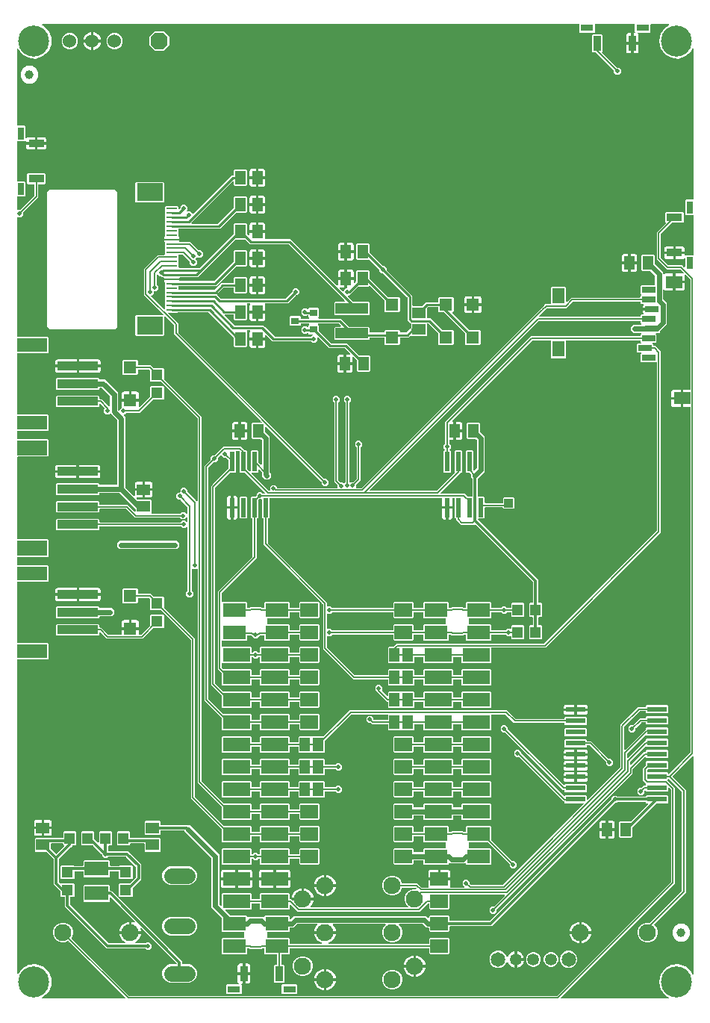
<source format=gbr>
G04 EAGLE Gerber X2 export*
%TF.Part,Single*%
%TF.FileFunction,Copper,L2,Bot,Mixed*%
%TF.FilePolarity,Positive*%
%TF.GenerationSoftware,Autodesk,EAGLE,9.1.0*%
%TF.CreationDate,2019-10-14T18:10:00Z*%
G75*
%MOMM*%
%FSLAX34Y34*%
%LPD*%
%AMOC8*
5,1,8,0,0,1.08239X$1,22.5*%
G01*
%ADD10R,1.250000X0.275000*%
%ADD11R,3.000000X2.000000*%
%ADD12R,2.540000X1.524000*%
%ADD13R,3.048000X1.524000*%
%ADD14R,1.900000X1.400000*%
%ADD15R,1.400000X1.800000*%
%ADD16R,1.500000X0.700000*%
%ADD17C,1.930400*%
%ADD18R,1.240000X1.500000*%
%ADD19R,4.600000X1.000000*%
%ADD20R,3.400000X1.700000*%
%ADD21R,1.500000X1.240000*%
%ADD22R,3.400000X1.600000*%
%ADD23R,1.300000X1.200000*%
%ADD24R,1.400000X1.400000*%
%ADD25R,2.700000X1.600000*%
%ADD26R,1.200000X1.300000*%
%ADD27R,3.700000X1.200000*%
%ADD28R,1.200000X1.500000*%
%ADD29R,0.900000X0.800000*%
%ADD30C,1.650000*%
%ADD31C,1.350000*%
%ADD32R,1.778000X0.900000*%
%ADD33R,0.800000X1.450000*%
%ADD34R,0.900000X1.778000*%
%ADD35R,1.450000X0.800000*%
%ADD36R,1.500000X1.300000*%
%ADD37R,2.200000X0.600000*%
%ADD38R,0.600000X2.200000*%
%ADD39R,2.000000X1.500000*%
%ADD40R,1.168400X1.600200*%
%ADD41R,0.635000X0.203200*%
%ADD42R,1.000000X1.000000*%
%ADD43C,1.524000*%
%ADD44C,1.800000*%
%ADD45C,3.516000*%
%ADD46C,1.000000*%
%ADD47P,2.089446X8X202.500000*%
%ADD48C,0.508000*%
%ADD49C,0.152400*%
%ADD50C,0.304800*%
%ADD51C,0.609600*%
%ADD52C,0.279400*%
%ADD53C,0.254000*%

G36*
X123268Y3822D02*
X123268Y3822D01*
X123340Y3824D01*
X123389Y3842D01*
X123440Y3850D01*
X123504Y3884D01*
X123571Y3909D01*
X123612Y3941D01*
X123658Y3966D01*
X123707Y4018D01*
X123763Y4062D01*
X123791Y4106D01*
X123827Y4144D01*
X123857Y4209D01*
X123896Y4269D01*
X123909Y4320D01*
X123931Y4367D01*
X123939Y4438D01*
X123956Y4508D01*
X123952Y4560D01*
X123958Y4611D01*
X123943Y4682D01*
X123937Y4753D01*
X123917Y4801D01*
X123906Y4852D01*
X123869Y4913D01*
X123841Y4979D01*
X123796Y5035D01*
X123779Y5063D01*
X123762Y5078D01*
X123736Y5110D01*
X59967Y68879D01*
X59873Y68946D01*
X59779Y69017D01*
X59773Y69019D01*
X59767Y69022D01*
X59657Y69056D01*
X59545Y69093D01*
X59538Y69093D01*
X59532Y69095D01*
X59416Y69092D01*
X59299Y69091D01*
X59292Y69088D01*
X59287Y69088D01*
X59269Y69082D01*
X59138Y69044D01*
X55563Y67563D01*
X51117Y67563D01*
X47009Y69265D01*
X43865Y72409D01*
X42163Y76517D01*
X42163Y80963D01*
X43865Y85071D01*
X47009Y88215D01*
X51117Y89917D01*
X55563Y89917D01*
X59671Y88215D01*
X62815Y85071D01*
X64517Y80963D01*
X64517Y76517D01*
X63036Y72942D01*
X63010Y72829D01*
X62981Y72715D01*
X62981Y72709D01*
X62980Y72703D01*
X62991Y72586D01*
X63000Y72470D01*
X63002Y72464D01*
X63003Y72458D01*
X63051Y72350D01*
X63096Y72244D01*
X63101Y72238D01*
X63103Y72233D01*
X63116Y72220D01*
X63201Y72113D01*
X128232Y7082D01*
X128306Y7029D01*
X128376Y6969D01*
X128406Y6957D01*
X128432Y6938D01*
X128519Y6911D01*
X128604Y6877D01*
X128645Y6873D01*
X128667Y6866D01*
X128699Y6867D01*
X128771Y6859D01*
X612909Y6859D01*
X613000Y6873D01*
X613090Y6881D01*
X613120Y6893D01*
X613152Y6898D01*
X613233Y6941D01*
X613317Y6977D01*
X613349Y7003D01*
X613370Y7014D01*
X613392Y7037D01*
X613448Y7082D01*
X742576Y136210D01*
X742629Y136284D01*
X742689Y136354D01*
X742701Y136384D01*
X742720Y136410D01*
X742747Y136497D01*
X742781Y136582D01*
X742785Y136623D01*
X742792Y136645D01*
X742791Y136677D01*
X742799Y136749D01*
X742799Y240474D01*
X742785Y240564D01*
X742777Y240655D01*
X742765Y240685D01*
X742760Y240717D01*
X742717Y240798D01*
X742681Y240882D01*
X742655Y240914D01*
X742644Y240934D01*
X742621Y240957D01*
X742576Y241013D01*
X740544Y243045D01*
X740486Y243087D01*
X740434Y243136D01*
X740387Y243158D01*
X740345Y243188D01*
X740276Y243209D01*
X740211Y243240D01*
X740159Y243245D01*
X740109Y243261D01*
X740038Y243259D01*
X739967Y243267D01*
X739916Y243256D01*
X739864Y243254D01*
X739796Y243230D01*
X739726Y243214D01*
X739681Y243188D01*
X739633Y243170D01*
X739577Y243125D01*
X739515Y243088D01*
X739481Y243049D01*
X739441Y243016D01*
X739402Y242956D01*
X739355Y242901D01*
X739336Y242853D01*
X739308Y242809D01*
X739290Y242740D01*
X739263Y242673D01*
X739255Y242602D01*
X739247Y242571D01*
X739249Y242547D01*
X739245Y242506D01*
X739245Y239238D01*
X738352Y238345D01*
X715088Y238345D01*
X714024Y239409D01*
X713966Y239451D01*
X713914Y239501D01*
X713867Y239523D01*
X713825Y239553D01*
X713756Y239574D01*
X713691Y239604D01*
X713639Y239610D01*
X713589Y239625D01*
X713518Y239623D01*
X713447Y239631D01*
X713396Y239620D01*
X713344Y239619D01*
X713276Y239594D01*
X713206Y239579D01*
X713161Y239552D01*
X713113Y239535D01*
X713057Y239490D01*
X712995Y239453D01*
X712961Y239413D01*
X712921Y239381D01*
X712882Y239321D01*
X712835Y239266D01*
X712816Y239218D01*
X712788Y239174D01*
X712770Y239104D01*
X712743Y239038D01*
X712735Y238967D01*
X712727Y238935D01*
X712729Y238912D01*
X712725Y238871D01*
X712725Y237076D01*
X710344Y234695D01*
X706976Y234695D01*
X704595Y237076D01*
X704595Y240444D01*
X706976Y242825D01*
X709176Y242825D01*
X709266Y242839D01*
X709357Y242847D01*
X709386Y242859D01*
X709418Y242864D01*
X709499Y242907D01*
X709583Y242943D01*
X709615Y242969D01*
X709636Y242980D01*
X709652Y242997D01*
X709654Y242998D01*
X709662Y243006D01*
X709714Y243048D01*
X710260Y243594D01*
X711823Y245157D01*
X713434Y245157D01*
X713454Y245160D01*
X713473Y245158D01*
X713575Y245180D01*
X713677Y245196D01*
X713694Y245206D01*
X713714Y245210D01*
X713803Y245263D01*
X713894Y245312D01*
X713908Y245326D01*
X713925Y245336D01*
X713992Y245415D01*
X714064Y245490D01*
X714072Y245508D01*
X714085Y245523D01*
X714124Y245619D01*
X714167Y245713D01*
X714169Y245733D01*
X714177Y245751D01*
X714195Y245918D01*
X714195Y246502D01*
X714370Y246676D01*
X714382Y246693D01*
X714397Y246705D01*
X714453Y246792D01*
X714514Y246876D01*
X714520Y246895D01*
X714530Y246912D01*
X714556Y247012D01*
X714586Y247111D01*
X714586Y247131D01*
X714590Y247151D01*
X714582Y247254D01*
X714580Y247357D01*
X714573Y247376D01*
X714571Y247396D01*
X714531Y247491D01*
X714495Y247588D01*
X714483Y247604D01*
X714475Y247622D01*
X714370Y247753D01*
X711147Y250976D01*
X711147Y265107D01*
X712710Y266670D01*
X713972Y267932D01*
X714025Y268006D01*
X714085Y268076D01*
X714097Y268106D01*
X714116Y268132D01*
X714143Y268219D01*
X714177Y268304D01*
X714181Y268345D01*
X714188Y268367D01*
X714187Y268399D01*
X714195Y268470D01*
X714195Y272202D01*
X715088Y273095D01*
X738352Y273095D01*
X739245Y272202D01*
X739245Y264938D01*
X738352Y264045D01*
X716868Y264045D01*
X716778Y264031D01*
X716687Y264023D01*
X716658Y264011D01*
X716626Y264006D01*
X716545Y263963D01*
X716461Y263927D01*
X716429Y263901D01*
X716408Y263890D01*
X716386Y263867D01*
X716330Y263822D01*
X715944Y263436D01*
X715891Y263362D01*
X715831Y263292D01*
X715819Y263262D01*
X715800Y263236D01*
X715773Y263149D01*
X715739Y263064D01*
X715735Y263023D01*
X715728Y263001D01*
X715729Y262969D01*
X715721Y262898D01*
X715721Y261156D01*
X715724Y261136D01*
X715722Y261117D01*
X715744Y261015D01*
X715760Y260913D01*
X715770Y260896D01*
X715774Y260876D01*
X715827Y260787D01*
X715876Y260696D01*
X715890Y260682D01*
X715900Y260665D01*
X715979Y260598D01*
X716054Y260526D01*
X716072Y260518D01*
X716087Y260505D01*
X716183Y260466D01*
X716277Y260423D01*
X716297Y260421D01*
X716315Y260413D01*
X716482Y260395D01*
X738352Y260395D01*
X739245Y259502D01*
X739245Y259176D01*
X739256Y259106D01*
X739258Y259034D01*
X739276Y258985D01*
X739284Y258934D01*
X739318Y258870D01*
X739343Y258803D01*
X739375Y258762D01*
X739400Y258716D01*
X739452Y258667D01*
X739496Y258611D01*
X739540Y258583D01*
X739578Y258547D01*
X739643Y258517D01*
X739703Y258478D01*
X739754Y258465D01*
X739801Y258443D01*
X739872Y258435D01*
X739942Y258418D01*
X739994Y258422D01*
X740045Y258416D01*
X740116Y258431D01*
X740187Y258437D01*
X740235Y258457D01*
X740286Y258468D01*
X740347Y258505D01*
X740413Y258533D01*
X740469Y258578D01*
X740497Y258595D01*
X740512Y258612D01*
X740544Y258638D01*
X764570Y282664D01*
X764614Y282725D01*
X764649Y282761D01*
X764655Y282775D01*
X764683Y282808D01*
X764695Y282838D01*
X764714Y282864D01*
X764741Y282951D01*
X764775Y283036D01*
X764779Y283077D01*
X764786Y283099D01*
X764785Y283131D01*
X764793Y283203D01*
X764793Y674118D01*
X764790Y674138D01*
X764792Y674157D01*
X764770Y674259D01*
X764754Y674361D01*
X764744Y674378D01*
X764740Y674398D01*
X764687Y674487D01*
X764638Y674578D01*
X764624Y674592D01*
X764614Y674609D01*
X764535Y674676D01*
X764460Y674748D01*
X764442Y674756D01*
X764427Y674769D01*
X764331Y674808D01*
X764237Y674851D01*
X764217Y674853D01*
X764199Y674861D01*
X764032Y674879D01*
X756793Y674879D01*
X756793Y683658D01*
X756790Y683678D01*
X756792Y683697D01*
X756770Y683799D01*
X756753Y683901D01*
X756744Y683918D01*
X756740Y683938D01*
X756687Y684027D01*
X756638Y684118D01*
X756624Y684132D01*
X756614Y684149D01*
X756535Y684216D01*
X756460Y684287D01*
X756442Y684296D01*
X756427Y684309D01*
X756331Y684348D01*
X756237Y684391D01*
X756217Y684393D01*
X756199Y684401D01*
X756032Y684419D01*
X755269Y684419D01*
X755269Y684421D01*
X756032Y684421D01*
X756052Y684424D01*
X756071Y684422D01*
X756173Y684444D01*
X756275Y684461D01*
X756292Y684470D01*
X756312Y684474D01*
X756401Y684527D01*
X756492Y684576D01*
X756506Y684590D01*
X756523Y684600D01*
X756590Y684679D01*
X756661Y684754D01*
X756670Y684772D01*
X756683Y684787D01*
X756722Y684883D01*
X756765Y684977D01*
X756767Y684997D01*
X756775Y685015D01*
X756793Y685182D01*
X756793Y693961D01*
X764032Y693961D01*
X764052Y693964D01*
X764071Y693962D01*
X764173Y693984D01*
X764275Y694000D01*
X764292Y694010D01*
X764312Y694014D01*
X764401Y694067D01*
X764492Y694116D01*
X764506Y694130D01*
X764523Y694140D01*
X764590Y694219D01*
X764662Y694294D01*
X764670Y694312D01*
X764683Y694327D01*
X764722Y694423D01*
X764765Y694517D01*
X764767Y694537D01*
X764775Y694555D01*
X764793Y694722D01*
X764793Y819157D01*
X764779Y819248D01*
X764771Y819338D01*
X764759Y819368D01*
X764754Y819400D01*
X764711Y819481D01*
X764675Y819565D01*
X764649Y819597D01*
X764638Y819618D01*
X764615Y819640D01*
X764570Y819696D01*
X759514Y824752D01*
X759475Y824780D01*
X759442Y824815D01*
X759376Y824851D01*
X759314Y824896D01*
X759269Y824910D01*
X759226Y824933D01*
X759152Y824946D01*
X759079Y824968D01*
X759031Y824967D01*
X758984Y824975D01*
X758909Y824964D01*
X758833Y824962D01*
X758788Y824945D01*
X758741Y824938D01*
X758674Y824903D01*
X758602Y824877D01*
X758565Y824847D01*
X758522Y824825D01*
X758470Y824771D01*
X758410Y824723D01*
X758384Y824683D01*
X758351Y824649D01*
X758318Y824580D01*
X758277Y824516D01*
X758266Y824470D01*
X758245Y824427D01*
X758236Y824351D01*
X758217Y824278D01*
X758221Y824230D01*
X758215Y824182D01*
X758235Y824055D01*
X758236Y824033D01*
X758239Y824027D01*
X758240Y824017D01*
X758311Y823754D01*
X758311Y817943D01*
X747793Y817943D01*
X747793Y825961D01*
X756104Y825961D01*
X756367Y825890D01*
X756414Y825886D01*
X756460Y825872D01*
X756536Y825874D01*
X756611Y825866D01*
X756658Y825877D01*
X756706Y825878D01*
X756777Y825904D01*
X756851Y825921D01*
X756892Y825946D01*
X756937Y825962D01*
X756996Y826010D01*
X757061Y826049D01*
X757092Y826086D01*
X757129Y826116D01*
X757170Y826180D01*
X757219Y826238D01*
X757236Y826283D01*
X757262Y826323D01*
X757281Y826397D01*
X757308Y826467D01*
X757311Y826515D01*
X757322Y826562D01*
X757316Y826637D01*
X757320Y826713D01*
X757307Y826759D01*
X757303Y826807D01*
X757273Y826876D01*
X757253Y826949D01*
X757226Y826989D01*
X757207Y827033D01*
X757127Y827133D01*
X757114Y827152D01*
X757108Y827156D01*
X757102Y827164D01*
X753656Y830610D01*
X753582Y830663D01*
X753512Y830723D01*
X753482Y830735D01*
X753456Y830754D01*
X753369Y830781D01*
X753284Y830815D01*
X753243Y830819D01*
X753221Y830826D01*
X753189Y830825D01*
X753117Y830833D01*
X738193Y830833D01*
X726693Y842333D01*
X726693Y872821D01*
X736736Y882864D01*
X736747Y882880D01*
X736763Y882892D01*
X736819Y882979D01*
X736879Y883063D01*
X736885Y883082D01*
X736896Y883099D01*
X736921Y883200D01*
X736952Y883298D01*
X736951Y883318D01*
X736956Y883338D01*
X736948Y883441D01*
X736945Y883544D01*
X736938Y883563D01*
X736937Y883583D01*
X736896Y883678D01*
X736861Y883775D01*
X736848Y883791D01*
X736840Y883809D01*
X736736Y883940D01*
X736249Y884426D01*
X736249Y894690D01*
X737142Y895583D01*
X756186Y895583D01*
X757079Y894690D01*
X757079Y884426D01*
X756186Y883533D01*
X744189Y883533D01*
X744098Y883519D01*
X744008Y883511D01*
X743978Y883499D01*
X743946Y883494D01*
X743865Y883451D01*
X743781Y883415D01*
X743749Y883389D01*
X743728Y883378D01*
X743706Y883355D01*
X743650Y883310D01*
X731490Y871150D01*
X731437Y871076D01*
X731377Y871006D01*
X731365Y870976D01*
X731346Y870950D01*
X731319Y870863D01*
X731285Y870778D01*
X731281Y870737D01*
X731274Y870715D01*
X731275Y870683D01*
X731267Y870611D01*
X731267Y844543D01*
X731281Y844452D01*
X731289Y844362D01*
X731301Y844332D01*
X731306Y844300D01*
X731349Y844219D01*
X731385Y844135D01*
X731411Y844103D01*
X731422Y844082D01*
X731445Y844060D01*
X731490Y844004D01*
X739864Y835630D01*
X739938Y835577D01*
X740008Y835517D01*
X740038Y835505D01*
X740064Y835486D01*
X740151Y835459D01*
X740236Y835425D01*
X740277Y835421D01*
X740299Y835414D01*
X740331Y835415D01*
X740403Y835407D01*
X755327Y835407D01*
X756890Y833844D01*
X757380Y833354D01*
X757438Y833312D01*
X757490Y833263D01*
X757537Y833241D01*
X757579Y833211D01*
X757648Y833190D01*
X757713Y833159D01*
X757765Y833154D01*
X757815Y833138D01*
X757886Y833140D01*
X757957Y833132D01*
X758008Y833143D01*
X758060Y833145D01*
X758128Y833169D01*
X758198Y833184D01*
X758243Y833211D01*
X758291Y833229D01*
X758347Y833274D01*
X758409Y833311D01*
X758443Y833350D01*
X758483Y833383D01*
X758522Y833443D01*
X758569Y833498D01*
X758588Y833546D01*
X758616Y833590D01*
X758634Y833659D01*
X758661Y833726D01*
X758669Y833797D01*
X758677Y833828D01*
X758675Y833852D01*
X758679Y833892D01*
X758679Y842752D01*
X758668Y842823D01*
X758666Y842895D01*
X758648Y842944D01*
X758640Y842995D01*
X758606Y843058D01*
X758581Y843126D01*
X758549Y843166D01*
X758524Y843212D01*
X758473Y843262D01*
X758428Y843318D01*
X758384Y843346D01*
X758346Y843382D01*
X758281Y843412D01*
X758221Y843451D01*
X758170Y843464D01*
X758123Y843485D01*
X758052Y843493D01*
X757982Y843511D01*
X757930Y843507D01*
X757879Y843513D01*
X757808Y843497D01*
X757737Y843492D01*
X757689Y843471D01*
X757638Y843460D01*
X757577Y843423D01*
X757511Y843395D01*
X757455Y843351D01*
X757427Y843334D01*
X757412Y843316D01*
X757380Y843291D01*
X757114Y843025D01*
X756535Y842690D01*
X755888Y842517D01*
X748187Y842517D01*
X748187Y848035D01*
X758095Y848035D01*
X758095Y847193D01*
X758106Y847122D01*
X758108Y847050D01*
X758126Y847001D01*
X758134Y846950D01*
X758168Y846887D01*
X758193Y846819D01*
X758225Y846779D01*
X758250Y846733D01*
X758301Y846683D01*
X758346Y846627D01*
X758390Y846599D01*
X758428Y846563D01*
X758493Y846533D01*
X758553Y846494D01*
X758604Y846482D01*
X758651Y846460D01*
X758722Y846452D01*
X758792Y846434D01*
X758844Y846438D01*
X758895Y846433D01*
X758966Y846448D01*
X759037Y846453D01*
X759085Y846474D01*
X759136Y846485D01*
X759197Y846522D01*
X759263Y846550D01*
X759319Y846595D01*
X759347Y846611D01*
X759362Y846629D01*
X759394Y846655D01*
X759572Y846833D01*
X767588Y846833D01*
X767608Y846836D01*
X767627Y846834D01*
X767729Y846856D01*
X767831Y846872D01*
X767848Y846882D01*
X767868Y846886D01*
X767957Y846939D01*
X768048Y846988D01*
X768062Y847002D01*
X768079Y847012D01*
X768146Y847091D01*
X768218Y847166D01*
X768226Y847184D01*
X768239Y847199D01*
X768278Y847295D01*
X768321Y847389D01*
X768323Y847409D01*
X768331Y847427D01*
X768349Y847594D01*
X768349Y891522D01*
X768346Y891542D01*
X768348Y891561D01*
X768326Y891663D01*
X768310Y891765D01*
X768300Y891782D01*
X768296Y891802D01*
X768243Y891891D01*
X768194Y891982D01*
X768180Y891996D01*
X768170Y892013D01*
X768091Y892080D01*
X768016Y892152D01*
X767998Y892160D01*
X767983Y892173D01*
X767887Y892212D01*
X767793Y892255D01*
X767773Y892257D01*
X767755Y892265D01*
X767588Y892283D01*
X759572Y892283D01*
X758679Y893176D01*
X758679Y908940D01*
X759572Y909833D01*
X767588Y909833D01*
X767608Y909836D01*
X767627Y909834D01*
X767729Y909856D01*
X767831Y909872D01*
X767848Y909882D01*
X767868Y909886D01*
X767957Y909939D01*
X768048Y909988D01*
X768062Y910002D01*
X768079Y910012D01*
X768146Y910091D01*
X768218Y910166D01*
X768226Y910184D01*
X768239Y910199D01*
X768278Y910295D01*
X768321Y910389D01*
X768323Y910409D01*
X768331Y910427D01*
X768349Y910594D01*
X768349Y1080421D01*
X768335Y1080507D01*
X768329Y1080595D01*
X768315Y1080628D01*
X768310Y1080664D01*
X768269Y1080741D01*
X768235Y1080822D01*
X768211Y1080849D01*
X768194Y1080881D01*
X768131Y1080941D01*
X768073Y1081007D01*
X768042Y1081026D01*
X768016Y1081051D01*
X767937Y1081087D01*
X767861Y1081132D01*
X767826Y1081139D01*
X767793Y1081154D01*
X767706Y1081164D01*
X767620Y1081182D01*
X767584Y1081177D01*
X767549Y1081181D01*
X767463Y1081163D01*
X767376Y1081152D01*
X767344Y1081137D01*
X767308Y1081129D01*
X767233Y1081084D01*
X767154Y1081046D01*
X767128Y1081021D01*
X767097Y1081003D01*
X767040Y1080936D01*
X766977Y1080875D01*
X766954Y1080835D01*
X766937Y1080816D01*
X766925Y1080787D01*
X766893Y1080731D01*
X765597Y1077820D01*
X759372Y1072215D01*
X751406Y1069627D01*
X743075Y1070502D01*
X735821Y1074690D01*
X730898Y1081467D01*
X729156Y1089660D01*
X730898Y1097853D01*
X735821Y1104630D01*
X740427Y1107289D01*
X740464Y1107319D01*
X740506Y1107342D01*
X740559Y1107397D01*
X740617Y1107445D01*
X740643Y1107485D01*
X740676Y1107520D01*
X740708Y1107589D01*
X740748Y1107653D01*
X740759Y1107700D01*
X740779Y1107743D01*
X740788Y1107818D01*
X740805Y1107892D01*
X740801Y1107940D01*
X740806Y1107987D01*
X740790Y1108062D01*
X740784Y1108137D01*
X740764Y1108181D01*
X740754Y1108228D01*
X740715Y1108293D01*
X740685Y1108362D01*
X740653Y1108398D01*
X740628Y1108439D01*
X740571Y1108488D01*
X740519Y1108544D01*
X740478Y1108568D01*
X740441Y1108599D01*
X740371Y1108627D01*
X740305Y1108664D01*
X740258Y1108673D01*
X740213Y1108691D01*
X740085Y1108705D01*
X740063Y1108709D01*
X740056Y1108708D01*
X740046Y1108709D01*
X720116Y1108709D01*
X720096Y1108706D01*
X720077Y1108708D01*
X719975Y1108686D01*
X719873Y1108670D01*
X719856Y1108660D01*
X719836Y1108656D01*
X719747Y1108603D01*
X719656Y1108554D01*
X719642Y1108540D01*
X719625Y1108530D01*
X719558Y1108451D01*
X719486Y1108376D01*
X719478Y1108358D01*
X719465Y1108343D01*
X719426Y1108247D01*
X719383Y1108153D01*
X719381Y1108133D01*
X719373Y1108115D01*
X719355Y1107948D01*
X719355Y1099932D01*
X718462Y1099039D01*
X705886Y1099039D01*
X705815Y1099028D01*
X705743Y1099026D01*
X705694Y1099008D01*
X705643Y1099000D01*
X705580Y1098966D01*
X705512Y1098941D01*
X705472Y1098909D01*
X705426Y1098884D01*
X705376Y1098833D01*
X705320Y1098788D01*
X705292Y1098744D01*
X705256Y1098706D01*
X705226Y1098641D01*
X705187Y1098581D01*
X705174Y1098530D01*
X705153Y1098483D01*
X705145Y1098412D01*
X705127Y1098342D01*
X705131Y1098290D01*
X705125Y1098239D01*
X705141Y1098168D01*
X705146Y1098097D01*
X705167Y1098049D01*
X705178Y1097998D01*
X705215Y1097937D01*
X705243Y1097871D01*
X705287Y1097815D01*
X705304Y1097787D01*
X705322Y1097772D01*
X705347Y1097740D01*
X705613Y1097474D01*
X705948Y1096895D01*
X706121Y1096248D01*
X706121Y1088547D01*
X700603Y1088547D01*
X700603Y1098455D01*
X701445Y1098455D01*
X701516Y1098466D01*
X701588Y1098468D01*
X701637Y1098486D01*
X701688Y1098494D01*
X701751Y1098528D01*
X701819Y1098553D01*
X701859Y1098585D01*
X701905Y1098610D01*
X701955Y1098661D01*
X702011Y1098706D01*
X702039Y1098750D01*
X702075Y1098788D01*
X702105Y1098853D01*
X702144Y1098913D01*
X702156Y1098964D01*
X702178Y1099011D01*
X702186Y1099082D01*
X702204Y1099152D01*
X702200Y1099204D01*
X702205Y1099255D01*
X702190Y1099326D01*
X702185Y1099397D01*
X702164Y1099445D01*
X702153Y1099496D01*
X702116Y1099557D01*
X702088Y1099623D01*
X702043Y1099679D01*
X702027Y1099707D01*
X702009Y1099722D01*
X701983Y1099754D01*
X701805Y1099932D01*
X701805Y1107948D01*
X701802Y1107968D01*
X701804Y1107987D01*
X701782Y1108089D01*
X701766Y1108191D01*
X701756Y1108208D01*
X701752Y1108228D01*
X701699Y1108317D01*
X701650Y1108408D01*
X701636Y1108422D01*
X701626Y1108439D01*
X701547Y1108506D01*
X701472Y1108578D01*
X701454Y1108586D01*
X701439Y1108599D01*
X701343Y1108638D01*
X701249Y1108681D01*
X701229Y1108683D01*
X701211Y1108691D01*
X701044Y1108709D01*
X657116Y1108709D01*
X657096Y1108706D01*
X657077Y1108708D01*
X656975Y1108686D01*
X656873Y1108670D01*
X656856Y1108660D01*
X656836Y1108656D01*
X656747Y1108603D01*
X656656Y1108554D01*
X656642Y1108540D01*
X656625Y1108530D01*
X656558Y1108451D01*
X656486Y1108376D01*
X656478Y1108358D01*
X656465Y1108343D01*
X656426Y1108247D01*
X656383Y1108153D01*
X656381Y1108133D01*
X656373Y1108115D01*
X656355Y1107948D01*
X656355Y1099932D01*
X655462Y1099039D01*
X639698Y1099039D01*
X638805Y1099932D01*
X638805Y1107948D01*
X638802Y1107968D01*
X638804Y1107987D01*
X638782Y1108089D01*
X638766Y1108191D01*
X638756Y1108208D01*
X638752Y1108228D01*
X638699Y1108317D01*
X638650Y1108408D01*
X638636Y1108422D01*
X638626Y1108439D01*
X638547Y1108506D01*
X638472Y1108578D01*
X638454Y1108586D01*
X638439Y1108599D01*
X638343Y1108638D01*
X638249Y1108681D01*
X638229Y1108683D01*
X638211Y1108691D01*
X638044Y1108709D01*
X30261Y1108709D01*
X30257Y1108709D01*
X30253Y1108709D01*
X30135Y1108689D01*
X30018Y1108670D01*
X30014Y1108668D01*
X30010Y1108667D01*
X29905Y1108610D01*
X29801Y1108554D01*
X29798Y1108552D01*
X29794Y1108550D01*
X29712Y1108462D01*
X29631Y1108376D01*
X29629Y1108372D01*
X29627Y1108369D01*
X29578Y1108261D01*
X29528Y1108153D01*
X29527Y1108149D01*
X29525Y1108145D01*
X29513Y1108026D01*
X29500Y1107909D01*
X29501Y1107905D01*
X29501Y1107901D01*
X29527Y1107784D01*
X29553Y1107668D01*
X29555Y1107665D01*
X29556Y1107661D01*
X29618Y1107559D01*
X29679Y1107457D01*
X29682Y1107454D01*
X29684Y1107451D01*
X29775Y1107375D01*
X29866Y1107297D01*
X29870Y1107296D01*
X29873Y1107293D01*
X30025Y1107224D01*
X30392Y1107105D01*
X36617Y1101500D01*
X40024Y1093848D01*
X40024Y1085472D01*
X36617Y1077820D01*
X30392Y1072215D01*
X22426Y1069627D01*
X14095Y1070502D01*
X6841Y1074690D01*
X2648Y1080462D01*
X2642Y1080468D01*
X2638Y1080475D01*
X2555Y1080554D01*
X2473Y1080635D01*
X2466Y1080639D01*
X2460Y1080644D01*
X2356Y1080693D01*
X2252Y1080743D01*
X2244Y1080744D01*
X2237Y1080748D01*
X2123Y1080760D01*
X2008Y1080775D01*
X2000Y1080774D01*
X1993Y1080775D01*
X1880Y1080750D01*
X1767Y1080728D01*
X1760Y1080724D01*
X1752Y1080723D01*
X1654Y1080664D01*
X1553Y1080606D01*
X1548Y1080600D01*
X1541Y1080596D01*
X1466Y1080509D01*
X1389Y1080423D01*
X1386Y1080416D01*
X1381Y1080409D01*
X1338Y1080302D01*
X1293Y1080197D01*
X1292Y1080189D01*
X1289Y1080181D01*
X1271Y1080015D01*
X1271Y994436D01*
X1274Y994416D01*
X1272Y994397D01*
X1294Y994295D01*
X1310Y994193D01*
X1320Y994176D01*
X1324Y994156D01*
X1377Y994067D01*
X1426Y993976D01*
X1440Y993962D01*
X1450Y993945D01*
X1529Y993878D01*
X1604Y993806D01*
X1622Y993798D01*
X1637Y993785D01*
X1733Y993746D01*
X1827Y993703D01*
X1847Y993701D01*
X1865Y993693D01*
X2032Y993675D01*
X10048Y993675D01*
X10941Y992782D01*
X10941Y980206D01*
X10952Y980135D01*
X10954Y980063D01*
X10972Y980014D01*
X10980Y979963D01*
X11014Y979900D01*
X11039Y979832D01*
X11071Y979792D01*
X11096Y979746D01*
X11147Y979696D01*
X11192Y979640D01*
X11236Y979612D01*
X11274Y979576D01*
X11339Y979546D01*
X11399Y979507D01*
X11450Y979494D01*
X11497Y979473D01*
X11568Y979465D01*
X11638Y979447D01*
X11690Y979451D01*
X11741Y979445D01*
X11812Y979461D01*
X11883Y979466D01*
X11931Y979487D01*
X11982Y979498D01*
X12043Y979535D01*
X12109Y979563D01*
X12165Y979607D01*
X12193Y979624D01*
X12208Y979642D01*
X12240Y979667D01*
X12506Y979933D01*
X13085Y980268D01*
X13732Y980441D01*
X21433Y980441D01*
X21433Y974923D01*
X11525Y974923D01*
X11525Y975765D01*
X11514Y975836D01*
X11512Y975908D01*
X11494Y975956D01*
X11486Y976008D01*
X11452Y976071D01*
X11427Y976139D01*
X11395Y976179D01*
X11370Y976225D01*
X11318Y976275D01*
X11274Y976331D01*
X11230Y976359D01*
X11192Y976395D01*
X11127Y976425D01*
X11067Y976464D01*
X11016Y976476D01*
X10969Y976498D01*
X10898Y976506D01*
X10828Y976524D01*
X10776Y976520D01*
X10725Y976525D01*
X10654Y976510D01*
X10583Y976505D01*
X10535Y976484D01*
X10484Y976473D01*
X10423Y976436D01*
X10357Y976408D01*
X10301Y976363D01*
X10273Y976347D01*
X10258Y976329D01*
X10226Y976303D01*
X10048Y976125D01*
X2032Y976125D01*
X2012Y976122D01*
X1993Y976124D01*
X1891Y976102D01*
X1789Y976086D01*
X1772Y976076D01*
X1752Y976072D01*
X1663Y976019D01*
X1572Y975970D01*
X1558Y975956D01*
X1541Y975946D01*
X1474Y975867D01*
X1402Y975792D01*
X1394Y975774D01*
X1381Y975759D01*
X1342Y975663D01*
X1299Y975569D01*
X1297Y975549D01*
X1289Y975531D01*
X1271Y975364D01*
X1271Y931436D01*
X1274Y931416D01*
X1272Y931397D01*
X1294Y931295D01*
X1310Y931193D01*
X1320Y931176D01*
X1324Y931156D01*
X1377Y931067D01*
X1426Y930976D01*
X1440Y930962D01*
X1450Y930945D01*
X1529Y930878D01*
X1604Y930806D01*
X1622Y930798D01*
X1637Y930785D01*
X1733Y930746D01*
X1827Y930703D01*
X1847Y930701D01*
X1865Y930693D01*
X2032Y930675D01*
X10048Y930675D01*
X10941Y929782D01*
X10941Y914018D01*
X10048Y913125D01*
X2032Y913125D01*
X2012Y913122D01*
X1993Y913124D01*
X1891Y913102D01*
X1789Y913086D01*
X1772Y913076D01*
X1752Y913072D01*
X1663Y913019D01*
X1572Y912970D01*
X1558Y912956D01*
X1541Y912946D01*
X1474Y912867D01*
X1402Y912792D01*
X1394Y912774D01*
X1381Y912759D01*
X1342Y912663D01*
X1299Y912569D01*
X1297Y912549D01*
X1289Y912531D01*
X1271Y912364D01*
X1271Y898906D01*
X1274Y898886D01*
X1272Y898867D01*
X1294Y898765D01*
X1310Y898663D01*
X1320Y898646D01*
X1324Y898626D01*
X1377Y898537D01*
X1426Y898446D01*
X1440Y898432D01*
X1450Y898415D01*
X1529Y898348D01*
X1604Y898276D01*
X1622Y898268D01*
X1637Y898255D01*
X1733Y898216D01*
X1827Y898173D01*
X1847Y898171D01*
X1865Y898163D01*
X2032Y898145D01*
X4325Y898145D01*
X4416Y898159D01*
X4506Y898167D01*
X4536Y898179D01*
X4568Y898184D01*
X4649Y898227D01*
X4733Y898263D01*
X4765Y898289D01*
X4786Y898300D01*
X4808Y898323D01*
X4864Y898368D01*
X20446Y913950D01*
X20499Y914024D01*
X20559Y914094D01*
X20571Y914124D01*
X20590Y914150D01*
X20617Y914237D01*
X20651Y914322D01*
X20655Y914363D01*
X20662Y914385D01*
X20661Y914417D01*
X20669Y914489D01*
X20669Y926614D01*
X20666Y926634D01*
X20668Y926653D01*
X20646Y926755D01*
X20630Y926857D01*
X20620Y926874D01*
X20616Y926894D01*
X20563Y926983D01*
X20514Y927074D01*
X20500Y927088D01*
X20490Y927105D01*
X20411Y927172D01*
X20336Y927244D01*
X20318Y927252D01*
X20303Y927265D01*
X20207Y927304D01*
X20113Y927347D01*
X20093Y927349D01*
X20075Y927357D01*
X19908Y927375D01*
X13434Y927375D01*
X12541Y928268D01*
X12541Y938532D01*
X13434Y939425D01*
X32478Y939425D01*
X33371Y938532D01*
X33371Y928268D01*
X32478Y927375D01*
X26004Y927375D01*
X25984Y927372D01*
X25965Y927374D01*
X25863Y927352D01*
X25761Y927336D01*
X25744Y927326D01*
X25724Y927322D01*
X25635Y927269D01*
X25544Y927220D01*
X25530Y927206D01*
X25513Y927196D01*
X25446Y927117D01*
X25374Y927042D01*
X25366Y927024D01*
X25353Y927009D01*
X25314Y926913D01*
X25271Y926819D01*
X25269Y926799D01*
X25261Y926781D01*
X25243Y926614D01*
X25243Y912279D01*
X8098Y895134D01*
X8045Y895060D01*
X7985Y894990D01*
X7973Y894960D01*
X7954Y894934D01*
X7927Y894847D01*
X7893Y894762D01*
X7889Y894721D01*
X7882Y894699D01*
X7883Y894667D01*
X7875Y894595D01*
X7875Y892396D01*
X5494Y890015D01*
X2032Y890015D01*
X2012Y890012D01*
X1993Y890014D01*
X1891Y889992D01*
X1789Y889976D01*
X1772Y889966D01*
X1752Y889962D01*
X1663Y889909D01*
X1572Y889860D01*
X1558Y889846D01*
X1541Y889836D01*
X1474Y889757D01*
X1402Y889682D01*
X1394Y889664D01*
X1381Y889649D01*
X1342Y889553D01*
X1299Y889459D01*
X1297Y889439D01*
X1289Y889421D01*
X1271Y889254D01*
X1271Y755326D01*
X1274Y755306D01*
X1272Y755287D01*
X1294Y755185D01*
X1310Y755083D01*
X1320Y755066D01*
X1324Y755046D01*
X1377Y754957D01*
X1426Y754866D01*
X1440Y754852D01*
X1450Y754835D01*
X1529Y754768D01*
X1604Y754696D01*
X1622Y754688D01*
X1637Y754675D01*
X1733Y754636D01*
X1827Y754593D01*
X1847Y754591D01*
X1865Y754583D01*
X2032Y754565D01*
X35812Y754565D01*
X36705Y753672D01*
X36705Y736408D01*
X35812Y735515D01*
X2032Y735515D01*
X2012Y735512D01*
X1993Y735514D01*
X1891Y735492D01*
X1789Y735476D01*
X1772Y735466D01*
X1752Y735462D01*
X1663Y735409D01*
X1572Y735360D01*
X1558Y735346D01*
X1541Y735336D01*
X1474Y735257D01*
X1402Y735182D01*
X1394Y735164D01*
X1381Y735149D01*
X1342Y735053D01*
X1299Y734959D01*
X1297Y734939D01*
X1289Y734921D01*
X1271Y734754D01*
X1271Y667326D01*
X1274Y667306D01*
X1272Y667287D01*
X1294Y667185D01*
X1310Y667083D01*
X1320Y667066D01*
X1324Y667046D01*
X1377Y666957D01*
X1426Y666866D01*
X1440Y666852D01*
X1450Y666835D01*
X1529Y666768D01*
X1604Y666696D01*
X1622Y666688D01*
X1637Y666675D01*
X1733Y666636D01*
X1827Y666593D01*
X1847Y666591D01*
X1865Y666583D01*
X2032Y666565D01*
X35812Y666565D01*
X36705Y665672D01*
X36705Y648408D01*
X35812Y647515D01*
X2032Y647515D01*
X2012Y647512D01*
X1993Y647514D01*
X1891Y647492D01*
X1789Y647476D01*
X1772Y647466D01*
X1752Y647462D01*
X1663Y647409D01*
X1572Y647360D01*
X1558Y647346D01*
X1541Y647336D01*
X1474Y647257D01*
X1402Y647182D01*
X1394Y647164D01*
X1381Y647149D01*
X1342Y647053D01*
X1299Y646959D01*
X1297Y646939D01*
X1289Y646921D01*
X1271Y646754D01*
X1271Y639286D01*
X1274Y639266D01*
X1272Y639247D01*
X1294Y639145D01*
X1310Y639043D01*
X1320Y639026D01*
X1324Y639006D01*
X1377Y638917D01*
X1426Y638826D01*
X1440Y638812D01*
X1450Y638795D01*
X1529Y638728D01*
X1604Y638656D01*
X1622Y638648D01*
X1637Y638635D01*
X1733Y638596D01*
X1827Y638553D01*
X1847Y638551D01*
X1865Y638543D01*
X2032Y638525D01*
X35652Y638525D01*
X36545Y637632D01*
X36545Y619368D01*
X35652Y618475D01*
X2032Y618475D01*
X2012Y618472D01*
X1993Y618474D01*
X1891Y618452D01*
X1789Y618436D01*
X1772Y618426D01*
X1752Y618422D01*
X1663Y618369D01*
X1572Y618320D01*
X1558Y618306D01*
X1541Y618296D01*
X1474Y618217D01*
X1402Y618142D01*
X1394Y618124D01*
X1381Y618109D01*
X1342Y618013D01*
X1299Y617919D01*
X1297Y617899D01*
X1289Y617881D01*
X1271Y617714D01*
X1271Y525286D01*
X1274Y525266D01*
X1272Y525247D01*
X1294Y525145D01*
X1310Y525043D01*
X1320Y525026D01*
X1324Y525006D01*
X1377Y524917D01*
X1426Y524826D01*
X1440Y524812D01*
X1450Y524795D01*
X1529Y524728D01*
X1604Y524656D01*
X1622Y524648D01*
X1637Y524635D01*
X1733Y524596D01*
X1827Y524553D01*
X1847Y524551D01*
X1865Y524543D01*
X2032Y524525D01*
X35652Y524525D01*
X36545Y523632D01*
X36545Y505368D01*
X35652Y504475D01*
X2032Y504475D01*
X2012Y504472D01*
X1993Y504474D01*
X1891Y504452D01*
X1789Y504436D01*
X1772Y504426D01*
X1752Y504422D01*
X1663Y504369D01*
X1572Y504320D01*
X1558Y504306D01*
X1541Y504296D01*
X1474Y504217D01*
X1402Y504142D01*
X1394Y504124D01*
X1381Y504109D01*
X1342Y504013D01*
X1299Y503919D01*
X1297Y503899D01*
X1289Y503881D01*
X1271Y503714D01*
X1271Y496246D01*
X1274Y496226D01*
X1272Y496207D01*
X1294Y496105D01*
X1310Y496003D01*
X1320Y495986D01*
X1324Y495966D01*
X1377Y495877D01*
X1426Y495786D01*
X1440Y495772D01*
X1450Y495755D01*
X1529Y495688D01*
X1604Y495616D01*
X1622Y495608D01*
X1637Y495595D01*
X1733Y495556D01*
X1827Y495513D01*
X1847Y495511D01*
X1865Y495503D01*
X2032Y495485D01*
X35812Y495485D01*
X36705Y494592D01*
X36705Y477328D01*
X35812Y476435D01*
X2032Y476435D01*
X2012Y476432D01*
X1993Y476434D01*
X1891Y476412D01*
X1789Y476396D01*
X1772Y476386D01*
X1752Y476382D01*
X1663Y476329D01*
X1572Y476280D01*
X1558Y476266D01*
X1541Y476256D01*
X1474Y476177D01*
X1402Y476102D01*
X1394Y476084D01*
X1381Y476069D01*
X1342Y475973D01*
X1299Y475879D01*
X1297Y475859D01*
X1289Y475841D01*
X1271Y475674D01*
X1271Y408246D01*
X1274Y408226D01*
X1272Y408207D01*
X1294Y408105D01*
X1310Y408003D01*
X1320Y407986D01*
X1324Y407966D01*
X1377Y407877D01*
X1426Y407786D01*
X1440Y407772D01*
X1450Y407755D01*
X1529Y407688D01*
X1604Y407616D01*
X1622Y407608D01*
X1637Y407595D01*
X1733Y407556D01*
X1827Y407513D01*
X1847Y407511D01*
X1865Y407503D01*
X2032Y407485D01*
X35812Y407485D01*
X36705Y406592D01*
X36705Y389328D01*
X35812Y388435D01*
X2032Y388435D01*
X2012Y388432D01*
X1993Y388434D01*
X1891Y388412D01*
X1789Y388396D01*
X1772Y388386D01*
X1752Y388382D01*
X1663Y388329D01*
X1572Y388280D01*
X1558Y388266D01*
X1541Y388256D01*
X1474Y388177D01*
X1402Y388102D01*
X1394Y388084D01*
X1381Y388069D01*
X1342Y387973D01*
X1299Y387879D01*
X1297Y387859D01*
X1289Y387841D01*
X1271Y387674D01*
X1271Y32505D01*
X1272Y32498D01*
X1271Y32490D01*
X1292Y32376D01*
X1310Y32263D01*
X1314Y32256D01*
X1316Y32248D01*
X1372Y32147D01*
X1426Y32045D01*
X1431Y32040D01*
X1435Y32033D01*
X1521Y31955D01*
X1604Y31876D01*
X1611Y31873D01*
X1617Y31867D01*
X1723Y31821D01*
X1827Y31772D01*
X1835Y31771D01*
X1842Y31768D01*
X1957Y31758D01*
X2071Y31745D01*
X2079Y31747D01*
X2087Y31746D01*
X2199Y31773D01*
X2312Y31797D01*
X2319Y31802D01*
X2326Y31803D01*
X2424Y31864D01*
X2523Y31924D01*
X2528Y31930D01*
X2535Y31934D01*
X2648Y32058D01*
X6841Y37830D01*
X14095Y42018D01*
X22426Y42893D01*
X30392Y40305D01*
X36617Y34700D01*
X40024Y27048D01*
X40024Y18672D01*
X36617Y11020D01*
X30392Y5415D01*
X30025Y5296D01*
X30022Y5294D01*
X30018Y5293D01*
X29914Y5238D01*
X29807Y5183D01*
X29804Y5180D01*
X29801Y5178D01*
X29720Y5093D01*
X29636Y5007D01*
X29634Y5003D01*
X29631Y5000D01*
X29581Y4892D01*
X29530Y4785D01*
X29529Y4781D01*
X29528Y4777D01*
X29514Y4658D01*
X29500Y4540D01*
X29501Y4536D01*
X29500Y4533D01*
X29526Y4416D01*
X29550Y4300D01*
X29552Y4296D01*
X29553Y4292D01*
X29614Y4190D01*
X29674Y4087D01*
X29677Y4084D01*
X29679Y4081D01*
X29769Y4004D01*
X29859Y3925D01*
X29863Y3924D01*
X29866Y3921D01*
X29977Y3877D01*
X30086Y3831D01*
X30090Y3831D01*
X30094Y3829D01*
X30261Y3811D01*
X123198Y3811D01*
X123268Y3822D01*
G37*
%LPC*%
G36*
X234318Y308355D02*
X234318Y308355D01*
X233425Y309248D01*
X233425Y321826D01*
X233411Y321916D01*
X233403Y322007D01*
X233391Y322036D01*
X233386Y322068D01*
X233343Y322149D01*
X233307Y322233D01*
X233281Y322265D01*
X233270Y322286D01*
X233247Y322308D01*
X233202Y322364D01*
X213613Y341953D01*
X213613Y608007D01*
X220502Y614896D01*
X220555Y614970D01*
X220615Y615040D01*
X220627Y615070D01*
X220646Y615096D01*
X220673Y615183D01*
X220707Y615268D01*
X220711Y615309D01*
X220718Y615331D01*
X220717Y615363D01*
X220725Y615435D01*
X220725Y617634D01*
X223106Y620015D01*
X225305Y620015D01*
X225396Y620029D01*
X225486Y620037D01*
X225516Y620049D01*
X225548Y620054D01*
X225629Y620097D01*
X225713Y620133D01*
X225745Y620159D01*
X225766Y620170D01*
X225788Y620193D01*
X225844Y620238D01*
X235273Y629667D01*
X254947Y629667D01*
X259126Y625488D01*
X259200Y625435D01*
X259270Y625375D01*
X259300Y625363D01*
X259326Y625344D01*
X259413Y625317D01*
X259498Y625283D01*
X259539Y625279D01*
X259561Y625272D01*
X259593Y625273D01*
X259665Y625265D01*
X261442Y625265D01*
X262335Y624372D01*
X262335Y604145D01*
X262350Y604054D01*
X262357Y603964D01*
X262369Y603934D01*
X262374Y603902D01*
X262417Y603821D01*
X262453Y603737D01*
X262479Y603705D01*
X262490Y603684D01*
X262513Y603662D01*
X262558Y603606D01*
X264686Y601478D01*
X264744Y601436D01*
X264796Y601387D01*
X264843Y601365D01*
X264885Y601335D01*
X264954Y601314D01*
X265019Y601283D01*
X265071Y601278D01*
X265121Y601262D01*
X265192Y601264D01*
X265263Y601256D01*
X265314Y601267D01*
X265366Y601269D01*
X265434Y601293D01*
X265504Y601308D01*
X265549Y601335D01*
X265597Y601353D01*
X265653Y601398D01*
X265715Y601435D01*
X265749Y601474D01*
X265789Y601507D01*
X265828Y601567D01*
X265875Y601622D01*
X265894Y601670D01*
X265922Y601714D01*
X265940Y601783D01*
X265967Y601850D01*
X265975Y601921D01*
X265983Y601952D01*
X265981Y601976D01*
X265985Y602016D01*
X265985Y624372D01*
X266878Y625265D01*
X274142Y625265D01*
X275035Y624372D01*
X275035Y611765D01*
X275049Y611674D01*
X275057Y611584D01*
X275069Y611554D01*
X275074Y611522D01*
X275117Y611441D01*
X275153Y611357D01*
X275179Y611325D01*
X275190Y611304D01*
X275213Y611282D01*
X275258Y611226D01*
X277338Y609146D01*
X277396Y609104D01*
X277448Y609055D01*
X277495Y609033D01*
X277537Y609003D01*
X277606Y608982D01*
X277671Y608951D01*
X277723Y608946D01*
X277773Y608930D01*
X277844Y608932D01*
X277915Y608924D01*
X277966Y608935D01*
X278018Y608937D01*
X278086Y608961D01*
X278156Y608976D01*
X278201Y609003D01*
X278249Y609021D01*
X278305Y609066D01*
X278367Y609103D01*
X278401Y609142D01*
X278441Y609175D01*
X278480Y609235D01*
X278527Y609290D01*
X278546Y609338D01*
X278574Y609382D01*
X278592Y609451D01*
X278619Y609518D01*
X278627Y609589D01*
X278635Y609620D01*
X278633Y609644D01*
X278637Y609684D01*
X278637Y614757D01*
X278667Y614831D01*
X278671Y614872D01*
X278678Y614894D01*
X278677Y614926D01*
X278685Y614997D01*
X278685Y624510D01*
X278705Y624558D01*
X278709Y624599D01*
X278716Y624621D01*
X278715Y624654D01*
X278723Y624725D01*
X278723Y636855D01*
X278709Y636944D01*
X278701Y637036D01*
X278689Y637065D01*
X278684Y637097D01*
X278641Y637178D01*
X278605Y637262D01*
X278579Y637294D01*
X278568Y637315D01*
X278545Y637337D01*
X278500Y637393D01*
X277441Y638452D01*
X277367Y638505D01*
X277297Y638565D01*
X277267Y638577D01*
X277241Y638596D01*
X277154Y638623D01*
X277069Y638657D01*
X277028Y638661D01*
X277006Y638668D01*
X276974Y638667D01*
X276903Y638675D01*
X268028Y638675D01*
X267135Y639568D01*
X267135Y655832D01*
X268028Y656725D01*
X278004Y656725D01*
X278074Y656736D01*
X278146Y656738D01*
X278195Y656756D01*
X278246Y656764D01*
X278310Y656798D01*
X278377Y656823D01*
X278418Y656855D01*
X278464Y656880D01*
X278513Y656931D01*
X278569Y656976D01*
X278597Y657020D01*
X278633Y657058D01*
X278663Y657123D01*
X278702Y657183D01*
X278715Y657234D01*
X278737Y657281D01*
X278745Y657352D01*
X278762Y657422D01*
X278758Y657474D01*
X278764Y657525D01*
X278749Y657596D01*
X278743Y657667D01*
X278723Y657715D01*
X278712Y657766D01*
X278675Y657827D01*
X278647Y657893D01*
X278602Y657949D01*
X278585Y657977D01*
X278568Y657992D01*
X278542Y658024D01*
X180886Y755680D01*
X179323Y757243D01*
X179323Y767087D01*
X179309Y767178D01*
X179301Y767268D01*
X179289Y767298D01*
X179284Y767330D01*
X179241Y767411D01*
X179205Y767495D01*
X179179Y767527D01*
X179168Y767548D01*
X179145Y767570D01*
X179100Y767626D01*
X169756Y776970D01*
X169698Y777012D01*
X169646Y777061D01*
X169599Y777083D01*
X169557Y777113D01*
X169488Y777134D01*
X169423Y777165D01*
X169371Y777170D01*
X169321Y777186D01*
X169250Y777184D01*
X169179Y777192D01*
X169128Y777181D01*
X169076Y777179D01*
X169008Y777155D01*
X168938Y777140D01*
X168893Y777113D01*
X168845Y777095D01*
X168789Y777050D01*
X168727Y777013D01*
X168693Y776974D01*
X168653Y776941D01*
X168614Y776881D01*
X168567Y776826D01*
X168548Y776778D01*
X168520Y776734D01*
X168502Y776665D01*
X168475Y776598D01*
X168467Y776527D01*
X168459Y776496D01*
X168461Y776472D01*
X168457Y776432D01*
X168457Y756402D01*
X167564Y755509D01*
X136300Y755509D01*
X135407Y756402D01*
X135407Y777666D01*
X136300Y778559D01*
X166330Y778559D01*
X166400Y778570D01*
X166472Y778572D01*
X166521Y778590D01*
X166572Y778598D01*
X166636Y778632D01*
X166703Y778657D01*
X166744Y778689D01*
X166790Y778714D01*
X166839Y778766D01*
X166895Y778810D01*
X166923Y778854D01*
X166959Y778892D01*
X166989Y778957D01*
X167028Y779017D01*
X167041Y779068D01*
X167063Y779115D01*
X167071Y779186D01*
X167088Y779256D01*
X167084Y779308D01*
X167090Y779359D01*
X167075Y779430D01*
X167069Y779501D01*
X167049Y779549D01*
X167038Y779600D01*
X167001Y779661D01*
X166973Y779727D01*
X166928Y779783D01*
X166911Y779811D01*
X166894Y779826D01*
X166868Y779858D01*
X145033Y801693D01*
X145033Y831527D01*
X160358Y846852D01*
X167996Y846852D01*
X168016Y846855D01*
X168035Y846853D01*
X168137Y846875D01*
X168239Y846891D01*
X168256Y846901D01*
X168276Y846905D01*
X168365Y846958D01*
X168456Y847007D01*
X168470Y847021D01*
X168487Y847031D01*
X168554Y847110D01*
X168626Y847185D01*
X168634Y847203D01*
X168647Y847218D01*
X168686Y847314D01*
X168729Y847408D01*
X168731Y847428D01*
X168739Y847446D01*
X168757Y847613D01*
X168757Y851652D01*
X168796Y851712D01*
X168856Y851795D01*
X168862Y851814D01*
X168873Y851831D01*
X168898Y851932D01*
X168928Y852031D01*
X168928Y852051D01*
X168933Y852070D01*
X168925Y852173D01*
X168922Y852276D01*
X168915Y852295D01*
X168914Y852315D01*
X168873Y852410D01*
X168838Y852507D01*
X168825Y852523D01*
X168817Y852541D01*
X168757Y852616D01*
X168757Y856652D01*
X168796Y856712D01*
X168856Y856795D01*
X168862Y856814D01*
X168873Y856831D01*
X168898Y856932D01*
X168928Y857031D01*
X168928Y857051D01*
X168933Y857070D01*
X168925Y857173D01*
X168922Y857276D01*
X168915Y857295D01*
X168914Y857315D01*
X168873Y857410D01*
X168838Y857507D01*
X168825Y857523D01*
X168817Y857541D01*
X168757Y857616D01*
X168757Y860875D01*
X168743Y860965D01*
X168735Y861056D01*
X168723Y861086D01*
X168718Y861118D01*
X168675Y861199D01*
X168639Y861283D01*
X168613Y861315D01*
X168602Y861335D01*
X168579Y861358D01*
X168534Y861414D01*
X168249Y861699D01*
X167914Y862278D01*
X167741Y862925D01*
X167741Y863873D01*
X176532Y863873D01*
X185323Y863873D01*
X185323Y862925D01*
X185311Y862879D01*
X185299Y862760D01*
X185286Y862643D01*
X185286Y862638D01*
X185286Y862634D01*
X185312Y862519D01*
X185338Y862402D01*
X185340Y862399D01*
X185341Y862395D01*
X185403Y862294D01*
X185464Y862191D01*
X185467Y862188D01*
X185469Y862185D01*
X185560Y862109D01*
X185651Y862031D01*
X185655Y862030D01*
X185658Y862027D01*
X185768Y861984D01*
X185879Y861939D01*
X185884Y861939D01*
X185887Y861937D01*
X185900Y861937D01*
X186046Y861921D01*
X197445Y861921D01*
X206718Y852648D01*
X206792Y852595D01*
X206862Y852535D01*
X206892Y852523D01*
X206918Y852504D01*
X207005Y852477D01*
X207090Y852443D01*
X207131Y852439D01*
X207153Y852432D01*
X207185Y852433D01*
X207257Y852425D01*
X209456Y852425D01*
X211837Y850044D01*
X211837Y846676D01*
X209456Y844295D01*
X206088Y844295D01*
X206024Y844359D01*
X206008Y844371D01*
X205996Y844387D01*
X205909Y844442D01*
X205825Y844503D01*
X205806Y844509D01*
X205789Y844520D01*
X205688Y844545D01*
X205590Y844575D01*
X205570Y844575D01*
X205550Y844580D01*
X205447Y844572D01*
X205344Y844569D01*
X205325Y844562D01*
X205305Y844560D01*
X205210Y844520D01*
X205113Y844484D01*
X205097Y844472D01*
X205079Y844464D01*
X204948Y844359D01*
X203678Y843089D01*
X203666Y843073D01*
X203650Y843061D01*
X203594Y842973D01*
X203534Y842890D01*
X203528Y842871D01*
X203517Y842854D01*
X203492Y842753D01*
X203462Y842654D01*
X203462Y842635D01*
X203457Y842615D01*
X203465Y842512D01*
X203468Y842409D01*
X203475Y842390D01*
X203477Y842370D01*
X203517Y842275D01*
X203553Y842178D01*
X203565Y842162D01*
X203573Y842144D01*
X203678Y842013D01*
X205124Y840566D01*
X205124Y837199D01*
X202743Y834818D01*
X199376Y834818D01*
X196995Y837199D01*
X196995Y839398D01*
X196980Y839488D01*
X196973Y839579D01*
X196960Y839609D01*
X196955Y839641D01*
X196912Y839721D01*
X196877Y839805D01*
X196851Y839837D01*
X196840Y839858D01*
X196817Y839880D01*
X196772Y839936D01*
X189584Y847124D01*
X189510Y847177D01*
X189440Y847237D01*
X189410Y847249D01*
X189384Y847268D01*
X189297Y847295D01*
X189212Y847329D01*
X189171Y847333D01*
X189149Y847340D01*
X189117Y847339D01*
X189045Y847347D01*
X185068Y847347D01*
X185048Y847344D01*
X185029Y847346D01*
X184927Y847324D01*
X184825Y847308D01*
X184808Y847298D01*
X184788Y847294D01*
X184699Y847241D01*
X184608Y847192D01*
X184594Y847178D01*
X184577Y847168D01*
X184510Y847089D01*
X184438Y847014D01*
X184430Y846996D01*
X184417Y846981D01*
X184378Y846885D01*
X184335Y846791D01*
X184333Y846771D01*
X184325Y846753D01*
X184307Y846586D01*
X184307Y842616D01*
X184268Y842557D01*
X184208Y842473D01*
X184202Y842454D01*
X184191Y842437D01*
X184166Y842337D01*
X184136Y842238D01*
X184136Y842218D01*
X184131Y842198D01*
X184139Y842095D01*
X184142Y841992D01*
X184149Y841973D01*
X184150Y841953D01*
X184191Y841858D01*
X184226Y841761D01*
X184239Y841745D01*
X184247Y841727D01*
X184307Y841652D01*
X184307Y837616D01*
X184268Y837557D01*
X184208Y837473D01*
X184202Y837454D01*
X184191Y837437D01*
X184166Y837337D01*
X184136Y837238D01*
X184136Y837218D01*
X184131Y837198D01*
X184139Y837095D01*
X184142Y836992D01*
X184149Y836973D01*
X184150Y836953D01*
X184191Y836858D01*
X184226Y836761D01*
X184239Y836745D01*
X184247Y836727D01*
X184307Y836652D01*
X184307Y833317D01*
X184310Y833297D01*
X184308Y833278D01*
X184330Y833176D01*
X184346Y833074D01*
X184356Y833057D01*
X184360Y833037D01*
X184413Y832948D01*
X184462Y832857D01*
X184476Y832843D01*
X184486Y832826D01*
X184565Y832759D01*
X184640Y832687D01*
X184658Y832679D01*
X184673Y832666D01*
X184769Y832627D01*
X184863Y832584D01*
X184883Y832582D01*
X184901Y832574D01*
X185068Y832556D01*
X208348Y832556D01*
X208439Y832570D01*
X208529Y832578D01*
X208559Y832590D01*
X208591Y832595D01*
X208672Y832638D01*
X208756Y832674D01*
X208788Y832700D01*
X208809Y832711D01*
X208831Y832734D01*
X208887Y832779D01*
X246712Y870604D01*
X246765Y870678D01*
X246825Y870748D01*
X246837Y870778D01*
X246856Y870804D01*
X246883Y870891D01*
X246917Y870976D01*
X246921Y871017D01*
X246928Y871039D01*
X246927Y871071D01*
X246935Y871143D01*
X246935Y881892D01*
X247828Y882785D01*
X261492Y882785D01*
X262385Y881892D01*
X262385Y870483D01*
X262399Y870393D01*
X262407Y870302D01*
X262419Y870272D01*
X262424Y870240D01*
X262467Y870159D01*
X262503Y870075D01*
X262529Y870043D01*
X262540Y870022D01*
X262563Y870000D01*
X262608Y869944D01*
X263620Y868932D01*
X263678Y868890D01*
X263730Y868841D01*
X263777Y868819D01*
X263819Y868789D01*
X263888Y868768D01*
X263953Y868737D01*
X264005Y868732D01*
X264055Y868716D01*
X264126Y868718D01*
X264197Y868710D01*
X264248Y868721D01*
X264300Y868723D01*
X264368Y868747D01*
X264438Y868763D01*
X264483Y868789D01*
X264531Y868807D01*
X264587Y868852D01*
X264649Y868889D01*
X264683Y868928D01*
X264723Y868961D01*
X264762Y869021D01*
X264809Y869076D01*
X264828Y869124D01*
X264856Y869168D01*
X264874Y869237D01*
X264901Y869304D01*
X264909Y869375D01*
X264917Y869406D01*
X264915Y869430D01*
X264919Y869470D01*
X264919Y872237D01*
X272898Y872237D01*
X272918Y872240D01*
X272937Y872238D01*
X273039Y872260D01*
X273141Y872277D01*
X273158Y872286D01*
X273178Y872290D01*
X273267Y872343D01*
X273358Y872392D01*
X273372Y872406D01*
X273389Y872416D01*
X273456Y872495D01*
X273527Y872570D01*
X273536Y872588D01*
X273549Y872603D01*
X273588Y872699D01*
X273631Y872793D01*
X273633Y872813D01*
X273641Y872831D01*
X273659Y872998D01*
X273659Y873761D01*
X273661Y873761D01*
X273661Y872998D01*
X273664Y872978D01*
X273662Y872959D01*
X273684Y872857D01*
X273701Y872755D01*
X273710Y872738D01*
X273714Y872718D01*
X273767Y872629D01*
X273816Y872538D01*
X273830Y872524D01*
X273840Y872507D01*
X273919Y872440D01*
X273994Y872369D01*
X274012Y872360D01*
X274027Y872347D01*
X274123Y872308D01*
X274217Y872265D01*
X274237Y872263D01*
X274255Y872255D01*
X274422Y872237D01*
X282401Y872237D01*
X282401Y865925D01*
X282389Y865880D01*
X282377Y865761D01*
X282364Y865644D01*
X282365Y865639D01*
X282364Y865635D01*
X282391Y865520D01*
X282416Y865403D01*
X282418Y865400D01*
X282419Y865395D01*
X282481Y865294D01*
X282542Y865192D01*
X282545Y865189D01*
X282547Y865186D01*
X282639Y865109D01*
X282729Y865032D01*
X282733Y865031D01*
X282736Y865028D01*
X282846Y864985D01*
X282957Y864940D01*
X282962Y864940D01*
X282965Y864938D01*
X282979Y864938D01*
X283124Y864922D01*
X311450Y864922D01*
X364000Y812372D01*
X364058Y812330D01*
X364110Y812281D01*
X364157Y812259D01*
X364199Y812229D01*
X364268Y812208D01*
X364333Y812177D01*
X364385Y812172D01*
X364435Y812156D01*
X364506Y812158D01*
X364577Y812150D01*
X364628Y812161D01*
X364680Y812163D01*
X364748Y812187D01*
X364818Y812203D01*
X364863Y812229D01*
X364911Y812247D01*
X364967Y812292D01*
X365029Y812329D01*
X365063Y812368D01*
X365103Y812401D01*
X365142Y812461D01*
X365189Y812516D01*
X365208Y812564D01*
X365236Y812608D01*
X365254Y812677D01*
X365281Y812744D01*
X365289Y812815D01*
X365297Y812846D01*
X365295Y812870D01*
X365299Y812910D01*
X365299Y818897D01*
X372517Y818897D01*
X372517Y810379D01*
X367830Y810379D01*
X367760Y810368D01*
X367688Y810366D01*
X367639Y810348D01*
X367588Y810340D01*
X367525Y810306D01*
X367457Y810281D01*
X367416Y810249D01*
X367370Y810224D01*
X367321Y810173D01*
X367265Y810128D01*
X367237Y810084D01*
X367201Y810046D01*
X367171Y809981D01*
X367132Y809921D01*
X367119Y809870D01*
X367097Y809823D01*
X367089Y809752D01*
X367072Y809682D01*
X367076Y809630D01*
X367070Y809579D01*
X367086Y809508D01*
X367091Y809437D01*
X367111Y809389D01*
X367123Y809338D01*
X367159Y809277D01*
X367187Y809211D01*
X367232Y809155D01*
X367249Y809127D01*
X367266Y809112D01*
X367292Y809080D01*
X370556Y805816D01*
X370614Y805774D01*
X370666Y805725D01*
X370713Y805703D01*
X370755Y805673D01*
X370824Y805652D01*
X370889Y805621D01*
X370941Y805616D01*
X370991Y805600D01*
X371062Y805602D01*
X371133Y805594D01*
X371184Y805605D01*
X371236Y805607D01*
X371304Y805631D01*
X371374Y805647D01*
X371418Y805673D01*
X371467Y805691D01*
X371523Y805736D01*
X371585Y805773D01*
X371619Y805812D01*
X371659Y805845D01*
X371698Y805905D01*
X371745Y805960D01*
X371764Y806008D01*
X371792Y806052D01*
X371810Y806121D01*
X371837Y806188D01*
X371845Y806259D01*
X371853Y806290D01*
X371851Y806314D01*
X371855Y806354D01*
X371855Y806864D01*
X374236Y809245D01*
X374802Y809245D01*
X374822Y809248D01*
X374841Y809246D01*
X374943Y809268D01*
X375045Y809284D01*
X375062Y809294D01*
X375082Y809298D01*
X375171Y809351D01*
X375262Y809400D01*
X375276Y809414D01*
X375293Y809424D01*
X375360Y809503D01*
X375431Y809578D01*
X375440Y809596D01*
X375453Y809611D01*
X375492Y809707D01*
X375535Y809801D01*
X375537Y809821D01*
X375545Y809839D01*
X375563Y810006D01*
X375563Y818897D01*
X382781Y818897D01*
X382781Y815951D01*
X382792Y815880D01*
X382794Y815808D01*
X382812Y815759D01*
X382820Y815708D01*
X382854Y815645D01*
X382879Y815577D01*
X382911Y815537D01*
X382936Y815491D01*
X382987Y815441D01*
X383032Y815385D01*
X383076Y815357D01*
X383114Y815321D01*
X383179Y815291D01*
X383239Y815252D01*
X383290Y815240D01*
X383337Y815218D01*
X383408Y815210D01*
X383478Y815192D01*
X383530Y815196D01*
X383581Y815191D01*
X383652Y815206D01*
X383723Y815211D01*
X383771Y815232D01*
X383822Y815243D01*
X383883Y815280D01*
X383949Y815308D01*
X384005Y815353D01*
X384033Y815369D01*
X384048Y815387D01*
X384080Y815413D01*
X385092Y816425D01*
X385145Y816499D01*
X385205Y816568D01*
X385217Y816598D01*
X385236Y816624D01*
X385263Y816711D01*
X385297Y816796D01*
X385301Y816837D01*
X385308Y816859D01*
X385307Y816892D01*
X385315Y816963D01*
X385315Y828552D01*
X386208Y829445D01*
X399872Y829445D01*
X400765Y828552D01*
X400765Y820883D01*
X400779Y820793D01*
X400787Y820702D01*
X400799Y820672D01*
X400804Y820640D01*
X400847Y820559D01*
X400883Y820476D01*
X400909Y820443D01*
X400920Y820423D01*
X400943Y820401D01*
X400988Y820345D01*
X421925Y799408D01*
X421999Y799355D01*
X422068Y799295D01*
X422098Y799283D01*
X422124Y799264D01*
X422211Y799237D01*
X422296Y799203D01*
X422337Y799199D01*
X422359Y799192D01*
X422392Y799193D01*
X422463Y799185D01*
X434352Y799185D01*
X435245Y798292D01*
X435245Y783028D01*
X434352Y782135D01*
X419088Y782135D01*
X418195Y783028D01*
X418195Y794917D01*
X418181Y795007D01*
X418173Y795098D01*
X418161Y795128D01*
X418156Y795160D01*
X418113Y795240D01*
X418077Y795324D01*
X418051Y795356D01*
X418040Y795377D01*
X418017Y795399D01*
X417972Y795455D01*
X401490Y811937D01*
X401474Y811949D01*
X401462Y811965D01*
X401374Y812021D01*
X401291Y812081D01*
X401272Y812087D01*
X401255Y812098D01*
X401154Y812123D01*
X401055Y812153D01*
X401036Y812153D01*
X401016Y812158D01*
X400913Y812150D01*
X400810Y812147D01*
X400791Y812140D01*
X400771Y812139D01*
X400676Y812098D01*
X400579Y812062D01*
X400563Y812050D01*
X400545Y812042D01*
X400414Y811937D01*
X399872Y811395D01*
X388283Y811395D01*
X388193Y811381D01*
X388102Y811373D01*
X388072Y811361D01*
X388040Y811356D01*
X387959Y811313D01*
X387876Y811277D01*
X387843Y811251D01*
X387823Y811240D01*
X387801Y811217D01*
X387745Y811172D01*
X378886Y802314D01*
X378866Y802303D01*
X378782Y802267D01*
X378750Y802241D01*
X378729Y802230D01*
X378708Y802208D01*
X378706Y802207D01*
X378702Y802203D01*
X378651Y802162D01*
X377604Y801115D01*
X377094Y801115D01*
X377024Y801104D01*
X376952Y801102D01*
X376903Y801084D01*
X376852Y801076D01*
X376788Y801042D01*
X376721Y801017D01*
X376680Y800985D01*
X376634Y800960D01*
X376585Y800908D01*
X376529Y800864D01*
X376501Y800820D01*
X376465Y800782D01*
X376435Y800717D01*
X376396Y800657D01*
X376383Y800606D01*
X376361Y800559D01*
X376353Y800488D01*
X376336Y800418D01*
X376340Y800366D01*
X376334Y800315D01*
X376350Y800244D01*
X376355Y800173D01*
X376375Y800125D01*
X376387Y800074D01*
X376423Y800013D01*
X376451Y799947D01*
X376496Y799891D01*
X376513Y799863D01*
X376530Y799848D01*
X376556Y799816D01*
X382464Y793908D01*
X382538Y793855D01*
X382608Y793795D01*
X382638Y793783D01*
X382664Y793764D01*
X382751Y793737D01*
X382836Y793703D01*
X382877Y793699D01*
X382899Y793692D01*
X382931Y793693D01*
X383003Y793685D01*
X400132Y793685D01*
X401025Y792792D01*
X401025Y779528D01*
X400132Y778635D01*
X361868Y778635D01*
X360975Y779528D01*
X360975Y792792D01*
X361868Y793685D01*
X372586Y793685D01*
X372656Y793696D01*
X372728Y793698D01*
X372777Y793716D01*
X372828Y793724D01*
X372892Y793758D01*
X372959Y793783D01*
X373000Y793815D01*
X373046Y793840D01*
X373095Y793892D01*
X373151Y793936D01*
X373179Y793980D01*
X373215Y794018D01*
X373245Y794083D01*
X373284Y794143D01*
X373297Y794194D01*
X373319Y794241D01*
X373327Y794312D01*
X373344Y794382D01*
X373340Y794434D01*
X373346Y794485D01*
X373330Y794556D01*
X373325Y794627D01*
X373305Y794675D01*
X373293Y794726D01*
X373257Y794787D01*
X373229Y794853D01*
X373184Y794909D01*
X373167Y794937D01*
X373150Y794952D01*
X373124Y794984D01*
X309253Y858855D01*
X309179Y858908D01*
X309109Y858968D01*
X309079Y858980D01*
X309053Y858999D01*
X308966Y859026D01*
X308881Y859060D01*
X308840Y859064D01*
X308818Y859071D01*
X308786Y859070D01*
X308714Y859078D01*
X265210Y859078D01*
X259776Y864512D01*
X259702Y864565D01*
X259632Y864625D01*
X259602Y864637D01*
X259576Y864656D01*
X259489Y864683D01*
X259404Y864717D01*
X259363Y864721D01*
X259341Y864728D01*
X259309Y864727D01*
X259237Y864735D01*
X249423Y864735D01*
X249332Y864721D01*
X249242Y864713D01*
X249212Y864701D01*
X249180Y864696D01*
X249099Y864653D01*
X249015Y864617D01*
X248983Y864591D01*
X248962Y864580D01*
X248940Y864557D01*
X248884Y864512D01*
X206084Y821712D01*
X186084Y821712D01*
X186064Y821709D01*
X186045Y821711D01*
X185943Y821689D01*
X185841Y821673D01*
X185824Y821663D01*
X185804Y821659D01*
X185715Y821606D01*
X185624Y821557D01*
X185610Y821543D01*
X185593Y821533D01*
X185526Y821454D01*
X185454Y821379D01*
X185446Y821361D01*
X185433Y821346D01*
X185394Y821250D01*
X185351Y821156D01*
X185349Y821136D01*
X185341Y821118D01*
X185323Y820951D01*
X185323Y820395D01*
X176532Y820395D01*
X167741Y820395D01*
X167741Y820951D01*
X167738Y820971D01*
X167740Y820990D01*
X167718Y821092D01*
X167702Y821194D01*
X167692Y821211D01*
X167688Y821231D01*
X167635Y821320D01*
X167586Y821411D01*
X167572Y821425D01*
X167562Y821442D01*
X167483Y821509D01*
X167408Y821581D01*
X167390Y821589D01*
X167375Y821602D01*
X167279Y821641D01*
X167185Y821684D01*
X167165Y821686D01*
X167147Y821694D01*
X166980Y821712D01*
X165772Y821712D01*
X164748Y822736D01*
X164674Y822789D01*
X164604Y822849D01*
X164574Y822861D01*
X164548Y822880D01*
X164461Y822907D01*
X164376Y822941D01*
X164335Y822945D01*
X164313Y822952D01*
X164281Y822951D01*
X164209Y822959D01*
X162908Y822959D01*
X161066Y824801D01*
X161008Y824843D01*
X160956Y824893D01*
X160909Y824915D01*
X160867Y824945D01*
X160798Y824966D01*
X160733Y824996D01*
X160681Y825002D01*
X160631Y825017D01*
X160560Y825015D01*
X160489Y825023D01*
X160438Y825012D01*
X160386Y825011D01*
X160318Y824986D01*
X160248Y824971D01*
X160203Y824944D01*
X160155Y824926D01*
X160099Y824882D01*
X160037Y824845D01*
X160003Y824805D01*
X159963Y824773D01*
X159924Y824712D01*
X159877Y824658D01*
X159858Y824610D01*
X159830Y824566D01*
X159812Y824496D01*
X159785Y824430D01*
X159777Y824358D01*
X159769Y824327D01*
X159771Y824304D01*
X159767Y824263D01*
X159767Y814037D01*
X159781Y813947D01*
X159789Y813856D01*
X159801Y813826D01*
X159806Y813794D01*
X159849Y813714D01*
X159885Y813630D01*
X159911Y813598D01*
X159922Y813577D01*
X159945Y813555D01*
X159990Y813499D01*
X161545Y811944D01*
X161545Y808576D01*
X159164Y806195D01*
X157226Y806195D01*
X157206Y806192D01*
X157187Y806194D01*
X157085Y806172D01*
X156983Y806156D01*
X156966Y806146D01*
X156946Y806142D01*
X156857Y806089D01*
X156766Y806040D01*
X156752Y806026D01*
X156735Y806016D01*
X156668Y805937D01*
X156596Y805862D01*
X156588Y805844D01*
X156575Y805829D01*
X156536Y805733D01*
X156493Y805639D01*
X156491Y805619D01*
X156483Y805601D01*
X156465Y805434D01*
X156465Y803496D01*
X154084Y801115D01*
X153916Y801115D01*
X153846Y801104D01*
X153774Y801102D01*
X153725Y801084D01*
X153674Y801076D01*
X153610Y801042D01*
X153543Y801017D01*
X153502Y800985D01*
X153456Y800960D01*
X153407Y800909D01*
X153351Y800864D01*
X153323Y800820D01*
X153287Y800782D01*
X153257Y800717D01*
X153218Y800657D01*
X153205Y800606D01*
X153183Y800559D01*
X153175Y800488D01*
X153158Y800418D01*
X153162Y800366D01*
X153156Y800315D01*
X153171Y800244D01*
X153177Y800173D01*
X153197Y800125D01*
X153208Y800074D01*
X153245Y800013D01*
X153273Y799947D01*
X153318Y799891D01*
X153335Y799863D01*
X153352Y799848D01*
X153378Y799816D01*
X167458Y785736D01*
X167516Y785694D01*
X167568Y785645D01*
X167615Y785623D01*
X167657Y785593D01*
X167726Y785572D01*
X167791Y785541D01*
X167843Y785536D01*
X167893Y785520D01*
X167964Y785522D01*
X168035Y785514D01*
X168086Y785525D01*
X168138Y785527D01*
X168206Y785551D01*
X168276Y785566D01*
X168320Y785593D01*
X168369Y785611D01*
X168425Y785656D01*
X168487Y785693D01*
X168521Y785732D01*
X168561Y785765D01*
X168600Y785825D01*
X168647Y785880D01*
X168666Y785928D01*
X168694Y785972D01*
X168712Y786041D01*
X168739Y786108D01*
X168747Y786179D01*
X168755Y786210D01*
X168753Y786233D01*
X168757Y786274D01*
X168757Y786652D01*
X168780Y786687D01*
X168801Y786709D01*
X168813Y786736D01*
X168856Y786795D01*
X168862Y786814D01*
X168873Y786831D01*
X168891Y786902D01*
X168904Y786932D01*
X168908Y786964D01*
X168928Y787031D01*
X168928Y787051D01*
X168933Y787070D01*
X168927Y787139D01*
X168931Y787176D01*
X168924Y787212D01*
X168922Y787276D01*
X168915Y787295D01*
X168914Y787315D01*
X168888Y787374D01*
X168879Y787417D01*
X168857Y787453D01*
X168838Y787507D01*
X168825Y787523D01*
X168817Y787541D01*
X168768Y787603D01*
X168757Y787621D01*
X168757Y791652D01*
X168796Y791712D01*
X168856Y791795D01*
X168862Y791814D01*
X168873Y791831D01*
X168898Y791932D01*
X168928Y792031D01*
X168928Y792051D01*
X168933Y792070D01*
X168925Y792173D01*
X168922Y792276D01*
X168915Y792295D01*
X168914Y792315D01*
X168873Y792410D01*
X168838Y792507D01*
X168825Y792523D01*
X168817Y792541D01*
X168757Y792616D01*
X168757Y796652D01*
X168796Y796712D01*
X168856Y796795D01*
X168862Y796814D01*
X168873Y796831D01*
X168898Y796932D01*
X168928Y797031D01*
X168928Y797051D01*
X168933Y797070D01*
X168925Y797173D01*
X168922Y797276D01*
X168915Y797295D01*
X168914Y797315D01*
X168873Y797410D01*
X168838Y797507D01*
X168825Y797523D01*
X168817Y797541D01*
X168757Y797616D01*
X168757Y801652D01*
X168796Y801712D01*
X168856Y801795D01*
X168862Y801814D01*
X168873Y801831D01*
X168898Y801932D01*
X168928Y802031D01*
X168928Y802051D01*
X168933Y802070D01*
X168925Y802173D01*
X168922Y802276D01*
X168915Y802295D01*
X168914Y802315D01*
X168873Y802410D01*
X168838Y802507D01*
X168825Y802523D01*
X168817Y802541D01*
X168757Y802616D01*
X168757Y806652D01*
X168796Y806712D01*
X168856Y806795D01*
X168862Y806814D01*
X168873Y806831D01*
X168898Y806932D01*
X168928Y807031D01*
X168928Y807051D01*
X168933Y807070D01*
X168925Y807173D01*
X168922Y807276D01*
X168915Y807295D01*
X168914Y807315D01*
X168873Y807410D01*
X168838Y807507D01*
X168825Y807523D01*
X168817Y807541D01*
X168757Y807616D01*
X168757Y811652D01*
X168796Y811712D01*
X168856Y811795D01*
X168862Y811814D01*
X168873Y811831D01*
X168898Y811932D01*
X168928Y812031D01*
X168928Y812051D01*
X168933Y812070D01*
X168925Y812173D01*
X168922Y812276D01*
X168915Y812295D01*
X168914Y812315D01*
X168873Y812410D01*
X168838Y812507D01*
X168825Y812523D01*
X168817Y812541D01*
X168757Y812616D01*
X168757Y815875D01*
X168743Y815965D01*
X168735Y816056D01*
X168723Y816086D01*
X168718Y816118D01*
X168675Y816199D01*
X168639Y816283D01*
X168613Y816315D01*
X168602Y816335D01*
X168579Y816358D01*
X168534Y816414D01*
X168249Y816699D01*
X167914Y817278D01*
X167741Y817925D01*
X167741Y818873D01*
X176532Y818873D01*
X185323Y818873D01*
X185323Y818190D01*
X185326Y818170D01*
X185324Y818151D01*
X185346Y818049D01*
X185362Y817947D01*
X185372Y817930D01*
X185376Y817910D01*
X185429Y817821D01*
X185478Y817730D01*
X185492Y817716D01*
X185502Y817699D01*
X185581Y817632D01*
X185656Y817560D01*
X185674Y817552D01*
X185689Y817539D01*
X185785Y817500D01*
X185879Y817457D01*
X185899Y817455D01*
X185917Y817447D01*
X186084Y817429D01*
X224541Y817429D01*
X224631Y817443D01*
X224722Y817451D01*
X224752Y817463D01*
X224784Y817468D01*
X224864Y817511D01*
X224948Y817547D01*
X224980Y817573D01*
X225001Y817584D01*
X225023Y817607D01*
X225079Y817652D01*
X246712Y839285D01*
X246765Y839359D01*
X246825Y839428D01*
X246837Y839458D01*
X246856Y839484D01*
X246883Y839571D01*
X246917Y839656D01*
X246921Y839697D01*
X246928Y839719D01*
X246927Y839752D01*
X246935Y839823D01*
X246935Y851412D01*
X247828Y852305D01*
X261492Y852305D01*
X262385Y851412D01*
X262385Y835148D01*
X261492Y834255D01*
X249903Y834255D01*
X249813Y834241D01*
X249722Y834233D01*
X249692Y834221D01*
X249660Y834216D01*
X249579Y834173D01*
X249496Y834137D01*
X249463Y834111D01*
X249443Y834100D01*
X249421Y834077D01*
X249365Y834032D01*
X229032Y813699D01*
X227172Y811839D01*
X185068Y811839D01*
X185048Y811836D01*
X185029Y811838D01*
X184927Y811816D01*
X184825Y811800D01*
X184808Y811790D01*
X184788Y811786D01*
X184699Y811733D01*
X184608Y811684D01*
X184594Y811670D01*
X184577Y811660D01*
X184510Y811581D01*
X184438Y811506D01*
X184430Y811488D01*
X184417Y811473D01*
X184378Y811377D01*
X184335Y811283D01*
X184333Y811263D01*
X184325Y811245D01*
X184307Y811078D01*
X184307Y808190D01*
X184310Y808170D01*
X184308Y808151D01*
X184330Y808049D01*
X184346Y807947D01*
X184356Y807930D01*
X184360Y807910D01*
X184413Y807821D01*
X184462Y807730D01*
X184476Y807716D01*
X184486Y807699D01*
X184565Y807632D01*
X184640Y807560D01*
X184658Y807552D01*
X184673Y807539D01*
X184769Y807500D01*
X184863Y807457D01*
X184883Y807455D01*
X184901Y807447D01*
X185068Y807429D01*
X224701Y807429D01*
X224791Y807443D01*
X224882Y807451D01*
X224912Y807463D01*
X224944Y807468D01*
X225024Y807511D01*
X225108Y807547D01*
X225140Y807573D01*
X225161Y807584D01*
X225183Y807607D01*
X225239Y807652D01*
X233182Y815595D01*
X246174Y815595D01*
X246194Y815598D01*
X246213Y815596D01*
X246315Y815618D01*
X246417Y815634D01*
X246434Y815644D01*
X246454Y815648D01*
X246543Y815701D01*
X246634Y815750D01*
X246648Y815764D01*
X246665Y815774D01*
X246732Y815853D01*
X246804Y815928D01*
X246812Y815946D01*
X246825Y815961D01*
X246864Y816057D01*
X246907Y816151D01*
X246909Y816171D01*
X246917Y816189D01*
X246935Y816356D01*
X246935Y820932D01*
X247828Y821825D01*
X261492Y821825D01*
X262385Y820932D01*
X262385Y804668D01*
X261492Y803775D01*
X247828Y803775D01*
X246935Y804668D01*
X246935Y809244D01*
X246934Y809251D01*
X246934Y809253D01*
X246933Y809260D01*
X246932Y809264D01*
X246934Y809283D01*
X246912Y809385D01*
X246896Y809487D01*
X246886Y809504D01*
X246882Y809524D01*
X246829Y809613D01*
X246780Y809704D01*
X246766Y809718D01*
X246756Y809735D01*
X246677Y809802D01*
X246602Y809874D01*
X246584Y809882D01*
X246569Y809895D01*
X246473Y809934D01*
X246379Y809977D01*
X246359Y809979D01*
X246341Y809987D01*
X246174Y810005D01*
X235813Y810005D01*
X235723Y809991D01*
X235632Y809983D01*
X235602Y809971D01*
X235570Y809966D01*
X235490Y809923D01*
X235406Y809887D01*
X235374Y809861D01*
X235353Y809850D01*
X235331Y809827D01*
X235275Y809782D01*
X228108Y802615D01*
X228096Y802599D01*
X228080Y802587D01*
X228024Y802499D01*
X227964Y802416D01*
X227958Y802397D01*
X227947Y802380D01*
X227922Y802279D01*
X227892Y802180D01*
X227892Y802161D01*
X227887Y802141D01*
X227895Y802038D01*
X227898Y801935D01*
X227905Y801916D01*
X227907Y801896D01*
X227947Y801801D01*
X227983Y801704D01*
X227995Y801688D01*
X228003Y801670D01*
X228108Y801539D01*
X231609Y798038D01*
X231683Y797985D01*
X231752Y797925D01*
X231782Y797913D01*
X231808Y797894D01*
X231896Y797867D01*
X231980Y797833D01*
X232021Y797829D01*
X232043Y797822D01*
X232076Y797823D01*
X232147Y797815D01*
X305613Y797815D01*
X305703Y797829D01*
X305794Y797837D01*
X305824Y797849D01*
X305856Y797854D01*
X305936Y797897D01*
X306020Y797933D01*
X306052Y797959D01*
X306073Y797970D01*
X306095Y797993D01*
X306151Y798038D01*
X313212Y805099D01*
X313265Y805173D01*
X313325Y805242D01*
X313337Y805272D01*
X313356Y805298D01*
X313383Y805385D01*
X313417Y805470D01*
X313421Y805511D01*
X313428Y805533D01*
X313427Y805566D01*
X313435Y805637D01*
X313435Y807118D01*
X315816Y809499D01*
X319184Y809499D01*
X321565Y807118D01*
X321565Y803750D01*
X319184Y801369D01*
X317703Y801369D01*
X317613Y801355D01*
X317522Y801347D01*
X317492Y801335D01*
X317460Y801330D01*
X317380Y801287D01*
X317296Y801251D01*
X317264Y801225D01*
X317243Y801214D01*
X317221Y801191D01*
X317165Y801146D01*
X308244Y792225D01*
X282724Y792225D01*
X282630Y792210D01*
X282535Y792201D01*
X282509Y792190D01*
X282481Y792186D01*
X282397Y792141D01*
X282309Y792103D01*
X282288Y792084D01*
X282263Y792070D01*
X282198Y792001D01*
X282127Y791937D01*
X282114Y791913D01*
X282094Y791892D01*
X282054Y791806D01*
X282008Y791722D01*
X282002Y791695D01*
X281990Y791669D01*
X281980Y791574D01*
X281963Y791481D01*
X281966Y791453D01*
X281963Y791425D01*
X281984Y791331D01*
X281997Y791237D01*
X282011Y791205D01*
X282016Y791184D01*
X282033Y791156D01*
X282064Y791083D01*
X282228Y790801D01*
X282401Y790154D01*
X282401Y783843D01*
X274422Y783843D01*
X274402Y783840D01*
X274383Y783842D01*
X274281Y783820D01*
X274179Y783803D01*
X274162Y783794D01*
X274142Y783790D01*
X274053Y783737D01*
X273962Y783688D01*
X273948Y783674D01*
X273931Y783664D01*
X273864Y783585D01*
X273793Y783510D01*
X273784Y783492D01*
X273771Y783477D01*
X273732Y783381D01*
X273689Y783287D01*
X273687Y783267D01*
X273679Y783249D01*
X273661Y783082D01*
X273661Y782319D01*
X273659Y782319D01*
X273659Y783082D01*
X273656Y783102D01*
X273658Y783121D01*
X273636Y783223D01*
X273619Y783325D01*
X273610Y783342D01*
X273606Y783362D01*
X273553Y783451D01*
X273504Y783542D01*
X273490Y783556D01*
X273480Y783573D01*
X273401Y783640D01*
X273326Y783711D01*
X273308Y783720D01*
X273293Y783733D01*
X273197Y783772D01*
X273103Y783815D01*
X273083Y783817D01*
X273065Y783825D01*
X272898Y783843D01*
X264919Y783843D01*
X264919Y790154D01*
X265092Y790801D01*
X265256Y791083D01*
X265289Y791173D01*
X265330Y791259D01*
X265333Y791287D01*
X265343Y791313D01*
X265346Y791409D01*
X265357Y791503D01*
X265351Y791531D01*
X265352Y791559D01*
X265325Y791651D01*
X265304Y791744D01*
X265290Y791768D01*
X265282Y791795D01*
X265227Y791873D01*
X265178Y791955D01*
X265157Y791973D01*
X265141Y791996D01*
X265064Y792053D01*
X264991Y792115D01*
X264965Y792125D01*
X264942Y792142D01*
X264852Y792171D01*
X264763Y792207D01*
X264728Y792211D01*
X264708Y792217D01*
X264675Y792217D01*
X264596Y792225D01*
X262449Y792225D01*
X262378Y792214D01*
X262306Y792212D01*
X262257Y792194D01*
X262206Y792186D01*
X262143Y792152D01*
X262075Y792127D01*
X262035Y792095D01*
X261989Y792070D01*
X261939Y792018D01*
X261883Y791974D01*
X261855Y791930D01*
X261819Y791892D01*
X261789Y791827D01*
X261750Y791767D01*
X261738Y791716D01*
X261716Y791669D01*
X261708Y791598D01*
X261690Y791528D01*
X261694Y791476D01*
X261689Y791425D01*
X261704Y791354D01*
X261709Y791283D01*
X261730Y791235D01*
X261741Y791184D01*
X261778Y791123D01*
X261806Y791057D01*
X261851Y791001D01*
X261867Y790973D01*
X261885Y790958D01*
X261911Y790926D01*
X262385Y790452D01*
X262385Y774188D01*
X261492Y773295D01*
X247828Y773295D01*
X246935Y774188D01*
X246935Y778764D01*
X246932Y778783D01*
X246934Y778803D01*
X246912Y778905D01*
X246896Y779007D01*
X246886Y779024D01*
X246882Y779044D01*
X246829Y779133D01*
X246780Y779224D01*
X246766Y779238D01*
X246756Y779255D01*
X246677Y779322D01*
X246602Y779394D01*
X246584Y779402D01*
X246569Y779415D01*
X246473Y779454D01*
X246379Y779497D01*
X246359Y779499D01*
X246341Y779507D01*
X246174Y779525D01*
X237185Y779525D01*
X237114Y779514D01*
X237042Y779512D01*
X236993Y779494D01*
X236942Y779486D01*
X236879Y779452D01*
X236811Y779427D01*
X236771Y779395D01*
X236725Y779370D01*
X236675Y779318D01*
X236619Y779274D01*
X236591Y779230D01*
X236555Y779192D01*
X236525Y779127D01*
X236486Y779067D01*
X236474Y779016D01*
X236452Y778969D01*
X236444Y778898D01*
X236426Y778828D01*
X236430Y778776D01*
X236425Y778725D01*
X236440Y778654D01*
X236445Y778583D01*
X236466Y778535D01*
X236477Y778484D01*
X236514Y778423D01*
X236542Y778357D01*
X236587Y778301D01*
X236603Y778273D01*
X236604Y778272D01*
X236621Y778258D01*
X236647Y778226D01*
X247315Y767558D01*
X247389Y767505D01*
X247458Y767445D01*
X247488Y767433D01*
X247514Y767414D01*
X247601Y767387D01*
X247686Y767353D01*
X247727Y767349D01*
X247749Y767342D01*
X247782Y767343D01*
X247853Y767335D01*
X280558Y767335D01*
X282418Y765475D01*
X293035Y754858D01*
X293109Y754805D01*
X293178Y754745D01*
X293208Y754733D01*
X293234Y754714D01*
X293321Y754687D01*
X293406Y754653D01*
X293447Y754649D01*
X293469Y754642D01*
X293502Y754643D01*
X293573Y754635D01*
X334551Y754635D01*
X334641Y754649D01*
X334732Y754657D01*
X334762Y754669D01*
X334794Y754674D01*
X334874Y754717D01*
X334958Y754753D01*
X334991Y754779D01*
X335011Y754790D01*
X335033Y754813D01*
X335089Y754858D01*
X336067Y755836D01*
X336109Y755894D01*
X336159Y755946D01*
X336181Y755993D01*
X336211Y756035D01*
X336232Y756104D01*
X336262Y756169D01*
X336268Y756221D01*
X336283Y756271D01*
X336281Y756342D01*
X336289Y756413D01*
X336278Y756464D01*
X336277Y756516D01*
X336252Y756584D01*
X336237Y756654D01*
X336210Y756699D01*
X336192Y756747D01*
X336148Y756803D01*
X336111Y756865D01*
X336071Y756899D01*
X336039Y756939D01*
X335978Y756978D01*
X335924Y757025D01*
X335876Y757044D01*
X335832Y757072D01*
X335762Y757090D01*
X335696Y757117D01*
X335625Y757125D01*
X335593Y757133D01*
X335570Y757131D01*
X335529Y757135D01*
X332528Y757135D01*
X331635Y758028D01*
X331635Y758389D01*
X331624Y758460D01*
X331622Y758532D01*
X331604Y758580D01*
X331596Y758632D01*
X331562Y758695D01*
X331537Y758763D01*
X331505Y758803D01*
X331480Y758849D01*
X331428Y758899D01*
X331384Y758955D01*
X331340Y758983D01*
X331302Y759019D01*
X331237Y759049D01*
X331177Y759088D01*
X331126Y759100D01*
X331079Y759122D01*
X331008Y759130D01*
X330938Y759148D01*
X330886Y759144D01*
X330835Y759149D01*
X330764Y759134D01*
X330693Y759128D01*
X330645Y759108D01*
X330594Y759097D01*
X330533Y759060D01*
X330467Y759032D01*
X330411Y758987D01*
X330383Y758971D01*
X330368Y758953D01*
X330336Y758927D01*
X329344Y757935D01*
X325976Y757935D01*
X323595Y760316D01*
X323595Y763684D01*
X325976Y766065D01*
X329344Y766065D01*
X330336Y765073D01*
X330394Y765031D01*
X330446Y764981D01*
X330493Y764959D01*
X330535Y764929D01*
X330604Y764908D01*
X330669Y764878D01*
X330721Y764872D01*
X330771Y764857D01*
X330842Y764859D01*
X330913Y764851D01*
X330964Y764862D01*
X331016Y764863D01*
X331084Y764888D01*
X331154Y764903D01*
X331199Y764930D01*
X331247Y764948D01*
X331303Y764992D01*
X331365Y765029D01*
X331399Y765069D01*
X331439Y765101D01*
X331478Y765162D01*
X331525Y765216D01*
X331544Y765264D01*
X331572Y765308D01*
X331590Y765378D01*
X331617Y765444D01*
X331625Y765515D01*
X331633Y765547D01*
X331631Y765570D01*
X331635Y765611D01*
X331635Y767292D01*
X332409Y768066D01*
X332451Y768124D01*
X332501Y768176D01*
X332523Y768223D01*
X332553Y768265D01*
X332574Y768334D01*
X332604Y768399D01*
X332610Y768451D01*
X332625Y768501D01*
X332623Y768572D01*
X332631Y768643D01*
X332620Y768694D01*
X332619Y768746D01*
X332594Y768814D01*
X332579Y768884D01*
X332552Y768929D01*
X332535Y768977D01*
X332490Y769033D01*
X332453Y769095D01*
X332413Y769129D01*
X332381Y769169D01*
X332321Y769208D01*
X332266Y769255D01*
X332218Y769274D01*
X332174Y769302D01*
X332104Y769320D01*
X332038Y769347D01*
X331967Y769355D01*
X331935Y769363D01*
X331912Y769361D01*
X331871Y769365D01*
X323446Y769365D01*
X323426Y769362D01*
X323407Y769364D01*
X323305Y769342D01*
X323203Y769326D01*
X323186Y769316D01*
X323166Y769312D01*
X323077Y769259D01*
X322986Y769210D01*
X322972Y769196D01*
X322955Y769186D01*
X322888Y769107D01*
X322816Y769032D01*
X322808Y769014D01*
X322795Y768999D01*
X322756Y768903D01*
X322713Y768809D01*
X322711Y768789D01*
X322703Y768771D01*
X322685Y768604D01*
X322685Y767528D01*
X321792Y766635D01*
X311528Y766635D01*
X310635Y767528D01*
X310635Y776792D01*
X311528Y777685D01*
X321792Y777685D01*
X322685Y776792D01*
X322685Y775716D01*
X322688Y775697D01*
X322686Y775679D01*
X322686Y775678D01*
X322686Y775677D01*
X322708Y775575D01*
X322724Y775473D01*
X322734Y775456D01*
X322738Y775436D01*
X322791Y775347D01*
X322840Y775256D01*
X322854Y775242D01*
X322864Y775225D01*
X322943Y775158D01*
X323018Y775086D01*
X323036Y775078D01*
X323051Y775065D01*
X323147Y775026D01*
X323241Y774983D01*
X323261Y774981D01*
X323279Y774973D01*
X323446Y774955D01*
X331871Y774955D01*
X331942Y774966D01*
X332014Y774968D01*
X332063Y774986D01*
X332114Y774994D01*
X332177Y775028D01*
X332245Y775053D01*
X332285Y775085D01*
X332331Y775110D01*
X332381Y775162D01*
X332437Y775206D01*
X332465Y775250D01*
X332501Y775288D01*
X332531Y775353D01*
X332570Y775413D01*
X332582Y775464D01*
X332604Y775511D01*
X332612Y775582D01*
X332630Y775652D01*
X332626Y775704D01*
X332631Y775755D01*
X332616Y775826D01*
X332611Y775897D01*
X332590Y775945D01*
X332579Y775996D01*
X332542Y776057D01*
X332514Y776123D01*
X332469Y776179D01*
X332453Y776207D01*
X332451Y776209D01*
X332434Y776223D01*
X332409Y776254D01*
X331635Y777028D01*
X331635Y778104D01*
X331632Y778124D01*
X331634Y778143D01*
X331612Y778245D01*
X331596Y778347D01*
X331586Y778364D01*
X331582Y778384D01*
X331529Y778473D01*
X331480Y778564D01*
X331466Y778578D01*
X331456Y778595D01*
X331377Y778662D01*
X331302Y778734D01*
X331284Y778742D01*
X331269Y778755D01*
X331173Y778794D01*
X331079Y778837D01*
X331059Y778839D01*
X331041Y778847D01*
X330874Y778865D01*
X330269Y778865D01*
X330179Y778851D01*
X330088Y778843D01*
X330058Y778831D01*
X330026Y778826D01*
X329946Y778783D01*
X329862Y778747D01*
X329829Y778721D01*
X329809Y778710D01*
X329787Y778687D01*
X329731Y778642D01*
X329344Y778255D01*
X325976Y778255D01*
X323595Y780636D01*
X323595Y784004D01*
X325976Y786385D01*
X329344Y786385D01*
X330336Y785393D01*
X330394Y785351D01*
X330446Y785301D01*
X330493Y785279D01*
X330535Y785249D01*
X330604Y785228D01*
X330669Y785198D01*
X330721Y785192D01*
X330771Y785177D01*
X330842Y785179D01*
X330913Y785171D01*
X330964Y785182D01*
X331016Y785183D01*
X331084Y785208D01*
X331154Y785223D01*
X331199Y785250D01*
X331247Y785268D01*
X331303Y785312D01*
X331365Y785349D01*
X331399Y785389D01*
X331439Y785421D01*
X331478Y785482D01*
X331525Y785536D01*
X331544Y785584D01*
X331572Y785628D01*
X331590Y785698D01*
X331617Y785764D01*
X331625Y785835D01*
X331633Y785867D01*
X331631Y785890D01*
X331635Y785931D01*
X331635Y786292D01*
X332528Y787185D01*
X342792Y787185D01*
X343685Y786292D01*
X343685Y777028D01*
X342911Y776254D01*
X342869Y776196D01*
X342819Y776144D01*
X342797Y776097D01*
X342767Y776055D01*
X342746Y775986D01*
X342716Y775921D01*
X342710Y775869D01*
X342695Y775819D01*
X342697Y775748D01*
X342689Y775677D01*
X342700Y775626D01*
X342701Y775574D01*
X342726Y775506D01*
X342741Y775436D01*
X342768Y775391D01*
X342785Y775343D01*
X342830Y775287D01*
X342867Y775225D01*
X342907Y775191D01*
X342939Y775151D01*
X342999Y775112D01*
X343054Y775065D01*
X343102Y775046D01*
X343146Y775018D01*
X343216Y775000D01*
X343282Y774973D01*
X343353Y774965D01*
X343385Y774957D01*
X343408Y774959D01*
X343449Y774955D01*
X368158Y774955D01*
X377205Y765908D01*
X377279Y765855D01*
X377348Y765795D01*
X377378Y765783D01*
X377404Y765764D01*
X377491Y765737D01*
X377576Y765703D01*
X377617Y765699D01*
X377639Y765692D01*
X377672Y765693D01*
X377743Y765685D01*
X400132Y765685D01*
X401025Y764792D01*
X401025Y759756D01*
X401028Y759736D01*
X401026Y759717D01*
X401048Y759615D01*
X401064Y759513D01*
X401074Y759496D01*
X401078Y759476D01*
X401131Y759387D01*
X401180Y759296D01*
X401194Y759282D01*
X401204Y759265D01*
X401283Y759198D01*
X401358Y759126D01*
X401376Y759118D01*
X401391Y759105D01*
X401487Y759066D01*
X401581Y759023D01*
X401601Y759021D01*
X401619Y759013D01*
X401786Y758995D01*
X417434Y758995D01*
X417454Y758998D01*
X417473Y758996D01*
X417575Y759018D01*
X417677Y759034D01*
X417694Y759044D01*
X417714Y759048D01*
X417803Y759101D01*
X417894Y759150D01*
X417908Y759164D01*
X417925Y759174D01*
X417992Y759253D01*
X418064Y759328D01*
X418072Y759346D01*
X418085Y759361D01*
X418124Y759457D01*
X418167Y759551D01*
X418169Y759571D01*
X418177Y759589D01*
X418195Y759756D01*
X418195Y761292D01*
X419088Y762185D01*
X434352Y762185D01*
X435245Y761292D01*
X435245Y759756D01*
X435248Y759736D01*
X435246Y759717D01*
X435268Y759615D01*
X435284Y759513D01*
X435294Y759496D01*
X435298Y759476D01*
X435351Y759387D01*
X435400Y759296D01*
X435414Y759282D01*
X435424Y759265D01*
X435503Y759198D01*
X435578Y759126D01*
X435596Y759118D01*
X435611Y759105D01*
X435707Y759066D01*
X435801Y759023D01*
X435821Y759021D01*
X435839Y759013D01*
X436006Y758995D01*
X442307Y758995D01*
X442397Y759009D01*
X442488Y759017D01*
X442518Y759029D01*
X442550Y759034D01*
X442630Y759077D01*
X442714Y759113D01*
X442746Y759139D01*
X442767Y759150D01*
X442789Y759173D01*
X442845Y759218D01*
X446968Y763341D01*
X447021Y763415D01*
X447081Y763484D01*
X447093Y763514D01*
X447112Y763540D01*
X447139Y763627D01*
X447173Y763712D01*
X447177Y763753D01*
X447184Y763775D01*
X447183Y763808D01*
X447191Y763879D01*
X447191Y763923D01*
X447952Y764684D01*
X448005Y764758D01*
X448065Y764827D01*
X448077Y764857D01*
X448096Y764884D01*
X448123Y764971D01*
X448157Y765055D01*
X448161Y765096D01*
X448168Y765119D01*
X448167Y765151D01*
X448175Y765222D01*
X448175Y768856D01*
X448172Y768876D01*
X448174Y768895D01*
X448152Y768997D01*
X448136Y769099D01*
X448126Y769116D01*
X448122Y769136D01*
X448069Y769225D01*
X448020Y769316D01*
X448006Y769330D01*
X447996Y769347D01*
X447917Y769414D01*
X447842Y769486D01*
X447824Y769494D01*
X447809Y769507D01*
X447713Y769546D01*
X447619Y769589D01*
X447599Y769591D01*
X447581Y769599D01*
X447414Y769617D01*
X447280Y769617D01*
X443857Y773040D01*
X443857Y798295D01*
X443843Y798385D01*
X443835Y798476D01*
X443823Y798506D01*
X443818Y798538D01*
X443775Y798618D01*
X443739Y798702D01*
X443713Y798734D01*
X443702Y798755D01*
X443679Y798777D01*
X443634Y798833D01*
X416535Y825932D01*
X416461Y825985D01*
X416392Y826045D01*
X416362Y826057D01*
X416336Y826076D01*
X416249Y826103D01*
X416164Y826137D01*
X416123Y826141D01*
X416101Y826148D01*
X416068Y826147D01*
X415997Y826155D01*
X414516Y826155D01*
X412135Y828536D01*
X412135Y830017D01*
X412121Y830107D01*
X412113Y830198D01*
X412101Y830228D01*
X412096Y830260D01*
X412053Y830340D01*
X412017Y830424D01*
X411991Y830456D01*
X411980Y830477D01*
X411957Y830499D01*
X411912Y830555D01*
X400770Y841697D01*
X400754Y841709D01*
X400741Y841725D01*
X400654Y841781D01*
X400570Y841841D01*
X400551Y841847D01*
X400534Y841858D01*
X400434Y841883D01*
X400335Y841913D01*
X400315Y841913D01*
X400296Y841918D01*
X400193Y841910D01*
X400090Y841907D01*
X400071Y841900D01*
X400051Y841898D01*
X399996Y841875D01*
X386208Y841875D01*
X385315Y842768D01*
X385315Y859032D01*
X386208Y859925D01*
X399872Y859925D01*
X400765Y859032D01*
X400765Y849923D01*
X400779Y849833D01*
X400787Y849742D01*
X400799Y849712D01*
X400804Y849680D01*
X400847Y849599D01*
X400883Y849516D01*
X400909Y849484D01*
X400920Y849463D01*
X400943Y849441D01*
X400988Y849385D01*
X415865Y834508D01*
X415939Y834455D01*
X416008Y834395D01*
X416038Y834383D01*
X416064Y834364D01*
X416151Y834337D01*
X416236Y834303D01*
X416277Y834299D01*
X416299Y834292D01*
X416332Y834293D01*
X416403Y834285D01*
X417884Y834285D01*
X420265Y831904D01*
X420265Y830423D01*
X420279Y830333D01*
X420287Y830242D01*
X420299Y830212D01*
X420304Y830180D01*
X420347Y830100D01*
X420383Y830016D01*
X420409Y829984D01*
X420420Y829963D01*
X420443Y829941D01*
X420488Y829885D01*
X449447Y800926D01*
X449447Y790146D01*
X449450Y790126D01*
X449448Y790107D01*
X449470Y790005D01*
X449486Y789903D01*
X449496Y789886D01*
X449500Y789866D01*
X449553Y789777D01*
X449602Y789686D01*
X449616Y789672D01*
X449626Y789655D01*
X449705Y789588D01*
X449780Y789516D01*
X449798Y789508D01*
X449813Y789495D01*
X449909Y789456D01*
X450003Y789413D01*
X450023Y789411D01*
X450041Y789403D01*
X450208Y789385D01*
X460657Y789385D01*
X460747Y789399D01*
X460838Y789407D01*
X460868Y789419D01*
X460900Y789424D01*
X460980Y789467D01*
X461064Y789503D01*
X461096Y789529D01*
X461117Y789540D01*
X461139Y789563D01*
X461195Y789608D01*
X465042Y793455D01*
X478394Y793455D01*
X478414Y793458D01*
X478433Y793456D01*
X478535Y793478D01*
X478637Y793494D01*
X478654Y793504D01*
X478674Y793508D01*
X478763Y793561D01*
X478854Y793610D01*
X478868Y793624D01*
X478885Y793634D01*
X478952Y793713D01*
X479024Y793788D01*
X479032Y793806D01*
X479045Y793821D01*
X479084Y793917D01*
X479127Y794011D01*
X479129Y794031D01*
X479137Y794049D01*
X479155Y794216D01*
X479155Y798292D01*
X480048Y799185D01*
X495312Y799185D01*
X496205Y798292D01*
X496205Y783028D01*
X495280Y782103D01*
X495232Y782096D01*
X495169Y782062D01*
X495101Y782037D01*
X495061Y782005D01*
X495015Y781980D01*
X494965Y781928D01*
X494909Y781884D01*
X494881Y781840D01*
X494845Y781802D01*
X494815Y781737D01*
X494776Y781677D01*
X494764Y781626D01*
X494742Y781579D01*
X494734Y781508D01*
X494716Y781438D01*
X494720Y781386D01*
X494715Y781335D01*
X494730Y781264D01*
X494735Y781193D01*
X494756Y781145D01*
X494767Y781094D01*
X494804Y781033D01*
X494832Y780967D01*
X494877Y780911D01*
X494893Y780883D01*
X494911Y780868D01*
X494937Y780836D01*
X513365Y762408D01*
X513439Y762355D01*
X513508Y762295D01*
X513538Y762283D01*
X513564Y762264D01*
X513651Y762237D01*
X513736Y762203D01*
X513777Y762199D01*
X513799Y762192D01*
X513832Y762193D01*
X513903Y762185D01*
X525792Y762185D01*
X526685Y761292D01*
X526685Y746028D01*
X525792Y745135D01*
X510528Y745135D01*
X509635Y746028D01*
X509635Y757917D01*
X509621Y758007D01*
X509613Y758098D01*
X509601Y758128D01*
X509596Y758160D01*
X509553Y758240D01*
X509517Y758324D01*
X509491Y758356D01*
X509480Y758377D01*
X509457Y758399D01*
X509412Y758455D01*
X486999Y780868D01*
X486925Y780921D01*
X486856Y780981D01*
X486826Y780993D01*
X486800Y781012D01*
X486713Y781039D01*
X486628Y781073D01*
X486587Y781077D01*
X486565Y781084D01*
X486532Y781083D01*
X486461Y781091D01*
X486417Y781091D01*
X485596Y781912D01*
X485522Y781965D01*
X485453Y782025D01*
X485423Y782037D01*
X485396Y782056D01*
X485309Y782083D01*
X485225Y782117D01*
X485184Y782121D01*
X485161Y782128D01*
X485129Y782127D01*
X485058Y782135D01*
X480048Y782135D01*
X479155Y783028D01*
X479155Y787104D01*
X479152Y787124D01*
X479154Y787143D01*
X479132Y787245D01*
X479116Y787347D01*
X479106Y787364D01*
X479102Y787384D01*
X479049Y787473D01*
X479000Y787564D01*
X478986Y787578D01*
X478976Y787595D01*
X478897Y787662D01*
X478822Y787734D01*
X478804Y787742D01*
X478789Y787755D01*
X478693Y787794D01*
X478599Y787837D01*
X478579Y787839D01*
X478561Y787847D01*
X478394Y787865D01*
X467673Y787865D01*
X467583Y787851D01*
X467492Y787843D01*
X467462Y787831D01*
X467430Y787826D01*
X467350Y787783D01*
X467266Y787747D01*
X467234Y787721D01*
X467213Y787710D01*
X467191Y787687D01*
X467135Y787642D01*
X466448Y786955D01*
X466395Y786881D01*
X466335Y786812D01*
X466323Y786782D01*
X466304Y786756D01*
X466277Y786669D01*
X466243Y786584D01*
X466239Y786543D01*
X466232Y786521D01*
X466233Y786488D01*
X466225Y786417D01*
X466225Y775968D01*
X466228Y775948D01*
X466226Y775929D01*
X466248Y775827D01*
X466264Y775725D01*
X466274Y775708D01*
X466278Y775688D01*
X466331Y775599D01*
X466380Y775508D01*
X466394Y775494D01*
X466404Y775477D01*
X466483Y775410D01*
X466558Y775338D01*
X466576Y775330D01*
X466591Y775317D01*
X466687Y775278D01*
X466781Y775235D01*
X466801Y775233D01*
X466819Y775225D01*
X466986Y775207D01*
X470086Y775207D01*
X482885Y762408D01*
X482959Y762355D01*
X483028Y762295D01*
X483058Y762283D01*
X483084Y762264D01*
X483171Y762237D01*
X483256Y762203D01*
X483297Y762199D01*
X483319Y762192D01*
X483352Y762193D01*
X483423Y762185D01*
X495312Y762185D01*
X496205Y761292D01*
X496205Y746028D01*
X495312Y745135D01*
X480048Y745135D01*
X479155Y746028D01*
X479155Y757917D01*
X479141Y758007D01*
X479133Y758098D01*
X479121Y758128D01*
X479116Y758160D01*
X479073Y758240D01*
X479037Y758324D01*
X479011Y758356D01*
X479000Y758377D01*
X478977Y758399D01*
X478932Y758455D01*
X467993Y769394D01*
X467919Y769447D01*
X467850Y769507D01*
X467820Y769519D01*
X467794Y769538D01*
X467707Y769565D01*
X467622Y769599D01*
X467581Y769603D01*
X467559Y769610D01*
X467526Y769609D01*
X467455Y769617D01*
X466986Y769617D01*
X466966Y769614D01*
X466947Y769616D01*
X466845Y769594D01*
X466743Y769578D01*
X466726Y769568D01*
X466706Y769564D01*
X466617Y769511D01*
X466526Y769462D01*
X466512Y769448D01*
X466495Y769438D01*
X466428Y769359D01*
X466356Y769284D01*
X466348Y769266D01*
X466335Y769251D01*
X466296Y769155D01*
X466253Y769061D01*
X466251Y769041D01*
X466243Y769023D01*
X466225Y768856D01*
X466225Y755828D01*
X465332Y754935D01*
X449068Y754935D01*
X448306Y755697D01*
X448290Y755709D01*
X448278Y755725D01*
X448190Y755781D01*
X448107Y755841D01*
X448088Y755847D01*
X448071Y755858D01*
X447970Y755883D01*
X447872Y755913D01*
X447852Y755913D01*
X447832Y755918D01*
X447729Y755910D01*
X447626Y755907D01*
X447607Y755900D01*
X447587Y755899D01*
X447492Y755858D01*
X447395Y755822D01*
X447379Y755810D01*
X447361Y755802D01*
X447230Y755697D01*
X444938Y753405D01*
X436006Y753405D01*
X435986Y753402D01*
X435967Y753404D01*
X435865Y753382D01*
X435763Y753366D01*
X435746Y753356D01*
X435726Y753352D01*
X435637Y753299D01*
X435546Y753250D01*
X435532Y753236D01*
X435515Y753226D01*
X435448Y753147D01*
X435376Y753072D01*
X435368Y753054D01*
X435355Y753039D01*
X435316Y752943D01*
X435273Y752849D01*
X435271Y752829D01*
X435263Y752811D01*
X435245Y752644D01*
X435245Y746028D01*
X434352Y745135D01*
X419088Y745135D01*
X418195Y746028D01*
X418195Y752644D01*
X418192Y752664D01*
X418194Y752683D01*
X418172Y752785D01*
X418156Y752887D01*
X418146Y752904D01*
X418142Y752924D01*
X418089Y753013D01*
X418040Y753104D01*
X418026Y753118D01*
X418016Y753135D01*
X417937Y753202D01*
X417862Y753274D01*
X417844Y753282D01*
X417829Y753295D01*
X417733Y753334D01*
X417639Y753377D01*
X417619Y753379D01*
X417601Y753387D01*
X417434Y753405D01*
X401786Y753405D01*
X401766Y753402D01*
X401747Y753404D01*
X401645Y753382D01*
X401543Y753366D01*
X401526Y753356D01*
X401506Y753352D01*
X401417Y753299D01*
X401326Y753250D01*
X401312Y753236D01*
X401295Y753226D01*
X401228Y753147D01*
X401156Y753072D01*
X401148Y753054D01*
X401135Y753039D01*
X401096Y752943D01*
X401053Y752849D01*
X401051Y752829D01*
X401043Y752811D01*
X401025Y752644D01*
X401025Y751528D01*
X400132Y750635D01*
X361868Y750635D01*
X360975Y751528D01*
X360975Y764792D01*
X361868Y765685D01*
X367685Y765685D01*
X367756Y765696D01*
X367828Y765698D01*
X367877Y765716D01*
X367928Y765724D01*
X367991Y765758D01*
X368059Y765783D01*
X368099Y765815D01*
X368145Y765840D01*
X368195Y765892D01*
X368251Y765936D01*
X368279Y765980D01*
X368315Y766018D01*
X368345Y766083D01*
X368384Y766143D01*
X368396Y766194D01*
X368418Y766241D01*
X368426Y766312D01*
X368444Y766382D01*
X368440Y766434D01*
X368445Y766485D01*
X368430Y766556D01*
X368425Y766627D01*
X368404Y766675D01*
X368393Y766726D01*
X368356Y766787D01*
X368328Y766853D01*
X368283Y766909D01*
X368267Y766937D01*
X368249Y766952D01*
X368223Y766984D01*
X366065Y769142D01*
X365991Y769195D01*
X365922Y769255D01*
X365892Y769267D01*
X365866Y769286D01*
X365778Y769313D01*
X365694Y769347D01*
X365653Y769351D01*
X365631Y769358D01*
X365598Y769357D01*
X365527Y769365D01*
X343449Y769365D01*
X343378Y769354D01*
X343306Y769352D01*
X343257Y769334D01*
X343206Y769326D01*
X343143Y769292D01*
X343075Y769267D01*
X343035Y769235D01*
X342989Y769210D01*
X342939Y769158D01*
X342883Y769114D01*
X342855Y769070D01*
X342819Y769032D01*
X342789Y768967D01*
X342750Y768907D01*
X342738Y768856D01*
X342716Y768809D01*
X342708Y768738D01*
X342690Y768668D01*
X342694Y768616D01*
X342689Y768565D01*
X342704Y768494D01*
X342709Y768423D01*
X342730Y768375D01*
X342741Y768324D01*
X342778Y768263D01*
X342806Y768197D01*
X342851Y768141D01*
X342867Y768113D01*
X342885Y768098D01*
X342911Y768066D01*
X343685Y767292D01*
X343685Y760903D01*
X343699Y760813D01*
X343707Y760722D01*
X343719Y760692D01*
X343724Y760660D01*
X343767Y760580D01*
X343803Y760496D01*
X343829Y760464D01*
X343840Y760443D01*
X343863Y760421D01*
X343908Y760365D01*
X357035Y747238D01*
X357109Y747185D01*
X357178Y747125D01*
X357208Y747113D01*
X357234Y747094D01*
X357321Y747067D01*
X357406Y747033D01*
X357447Y747029D01*
X357469Y747022D01*
X357502Y747023D01*
X357573Y747015D01*
X374878Y747015D01*
X388745Y733148D01*
X388819Y733095D01*
X388888Y733035D01*
X388918Y733023D01*
X388944Y733004D01*
X389031Y732977D01*
X389116Y732943D01*
X389157Y732939D01*
X389179Y732932D01*
X389212Y732933D01*
X389283Y732925D01*
X400672Y732925D01*
X401565Y732032D01*
X401565Y715768D01*
X400672Y714875D01*
X387408Y714875D01*
X386515Y715768D01*
X386515Y727157D01*
X386501Y727247D01*
X386493Y727338D01*
X386481Y727368D01*
X386476Y727400D01*
X386433Y727480D01*
X386397Y727564D01*
X386371Y727597D01*
X386360Y727617D01*
X386337Y727639D01*
X386292Y727695D01*
X382880Y731107D01*
X382822Y731149D01*
X382770Y731199D01*
X382723Y731221D01*
X382681Y731251D01*
X382612Y731272D01*
X382547Y731302D01*
X382495Y731308D01*
X382445Y731323D01*
X382374Y731321D01*
X382303Y731329D01*
X382252Y731318D01*
X382200Y731317D01*
X382132Y731292D01*
X382062Y731277D01*
X382017Y731250D01*
X381969Y731232D01*
X381913Y731188D01*
X381851Y731151D01*
X381817Y731111D01*
X381777Y731079D01*
X381738Y731018D01*
X381691Y730964D01*
X381672Y730916D01*
X381644Y730872D01*
X381626Y730802D01*
X381599Y730736D01*
X381591Y730664D01*
X381583Y730633D01*
X381585Y730610D01*
X381581Y730569D01*
X381581Y725423D01*
X374563Y725423D01*
X374563Y733941D01*
X378209Y733941D01*
X378280Y733952D01*
X378352Y733954D01*
X378401Y733972D01*
X378452Y733980D01*
X378515Y734014D01*
X378583Y734039D01*
X378623Y734071D01*
X378669Y734096D01*
X378719Y734148D01*
X378775Y734192D01*
X378803Y734236D01*
X378839Y734274D01*
X378869Y734339D01*
X378908Y734399D01*
X378920Y734450D01*
X378942Y734497D01*
X378950Y734568D01*
X378968Y734638D01*
X378964Y734690D01*
X378969Y734741D01*
X378954Y734812D01*
X378949Y734883D01*
X378928Y734931D01*
X378917Y734982D01*
X378880Y735043D01*
X378852Y735109D01*
X378807Y735165D01*
X378791Y735193D01*
X378773Y735208D01*
X378747Y735240D01*
X372785Y741202D01*
X372711Y741255D01*
X372642Y741315D01*
X372612Y741327D01*
X372586Y741346D01*
X372499Y741373D01*
X372414Y741407D01*
X372373Y741411D01*
X372351Y741418D01*
X372318Y741417D01*
X372247Y741425D01*
X354942Y741425D01*
X343184Y753183D01*
X343126Y753225D01*
X343074Y753275D01*
X343027Y753297D01*
X342985Y753327D01*
X342916Y753348D01*
X342851Y753378D01*
X342799Y753384D01*
X342749Y753399D01*
X342678Y753397D01*
X342607Y753405D01*
X342556Y753394D01*
X342504Y753393D01*
X342436Y753368D01*
X342366Y753353D01*
X342321Y753326D01*
X342273Y753308D01*
X342217Y753264D01*
X342155Y753227D01*
X342121Y753187D01*
X342081Y753155D01*
X342042Y753094D01*
X341995Y753040D01*
X341976Y752992D01*
X341948Y752948D01*
X341930Y752878D01*
X341903Y752812D01*
X341895Y752740D01*
X341887Y752709D01*
X341889Y752686D01*
X341885Y752645D01*
X341885Y750156D01*
X339504Y747775D01*
X336136Y747775D01*
X335089Y748822D01*
X335015Y748875D01*
X334946Y748935D01*
X334916Y748947D01*
X334890Y748966D01*
X334803Y748993D01*
X334718Y749027D01*
X334677Y749031D01*
X334654Y749038D01*
X334622Y749037D01*
X334551Y749045D01*
X290942Y749045D01*
X283700Y756287D01*
X283642Y756329D01*
X283590Y756379D01*
X283543Y756401D01*
X283501Y756431D01*
X283432Y756452D01*
X283367Y756482D01*
X283315Y756488D01*
X283265Y756503D01*
X283194Y756501D01*
X283123Y756509D01*
X283072Y756498D01*
X283020Y756497D01*
X282952Y756472D01*
X282882Y756457D01*
X282837Y756430D01*
X282789Y756412D01*
X282733Y756368D01*
X282671Y756331D01*
X282637Y756291D01*
X282597Y756259D01*
X282558Y756198D01*
X282511Y756144D01*
X282492Y756096D01*
X282464Y756052D01*
X282446Y755982D01*
X282419Y755916D01*
X282411Y755844D01*
X282403Y755813D01*
X282405Y755790D01*
X282401Y755749D01*
X282401Y753363D01*
X274422Y753363D01*
X274402Y753360D01*
X274383Y753362D01*
X274281Y753340D01*
X274179Y753323D01*
X274162Y753314D01*
X274142Y753310D01*
X274053Y753257D01*
X273962Y753208D01*
X273948Y753194D01*
X273931Y753184D01*
X273864Y753105D01*
X273793Y753030D01*
X273784Y753012D01*
X273771Y752997D01*
X273732Y752901D01*
X273689Y752807D01*
X273687Y752787D01*
X273679Y752769D01*
X273661Y752602D01*
X273661Y751839D01*
X273659Y751839D01*
X273659Y752602D01*
X273656Y752622D01*
X273658Y752641D01*
X273636Y752743D01*
X273619Y752845D01*
X273610Y752862D01*
X273606Y752882D01*
X273553Y752971D01*
X273504Y753062D01*
X273490Y753076D01*
X273480Y753093D01*
X273401Y753160D01*
X273326Y753231D01*
X273308Y753240D01*
X273293Y753253D01*
X273197Y753292D01*
X273103Y753335D01*
X273083Y753337D01*
X273065Y753345D01*
X272898Y753363D01*
X264919Y753363D01*
X264919Y759674D01*
X265092Y760321D01*
X265256Y760603D01*
X265289Y760693D01*
X265330Y760779D01*
X265333Y760807D01*
X265343Y760833D01*
X265346Y760929D01*
X265357Y761023D01*
X265351Y761051D01*
X265352Y761079D01*
X265325Y761171D01*
X265304Y761264D01*
X265290Y761288D01*
X265282Y761315D01*
X265227Y761393D01*
X265178Y761475D01*
X265157Y761493D01*
X265141Y761516D01*
X265064Y761573D01*
X264991Y761635D01*
X264965Y761645D01*
X264942Y761662D01*
X264852Y761691D01*
X264763Y761727D01*
X264728Y761731D01*
X264708Y761737D01*
X264675Y761737D01*
X264596Y761745D01*
X262449Y761745D01*
X262378Y761734D01*
X262306Y761732D01*
X262257Y761714D01*
X262206Y761706D01*
X262143Y761672D01*
X262075Y761647D01*
X262035Y761615D01*
X261989Y761590D01*
X261939Y761538D01*
X261883Y761494D01*
X261855Y761450D01*
X261819Y761412D01*
X261789Y761347D01*
X261750Y761287D01*
X261738Y761236D01*
X261716Y761189D01*
X261708Y761118D01*
X261690Y761048D01*
X261694Y760996D01*
X261689Y760945D01*
X261704Y760874D01*
X261709Y760803D01*
X261730Y760755D01*
X261741Y760704D01*
X261778Y760643D01*
X261806Y760577D01*
X261851Y760521D01*
X261867Y760493D01*
X261885Y760478D01*
X261911Y760446D01*
X262385Y759972D01*
X262385Y743708D01*
X261492Y742815D01*
X247828Y742815D01*
X246935Y743708D01*
X246935Y752757D01*
X246921Y752847D01*
X246913Y752938D01*
X246901Y752968D01*
X246896Y753000D01*
X246853Y753080D01*
X246817Y753164D01*
X246791Y753196D01*
X246780Y753217D01*
X246757Y753239D01*
X246712Y753295D01*
X218391Y781616D01*
X218317Y781669D01*
X218248Y781729D01*
X218218Y781741D01*
X218192Y781760D01*
X218105Y781787D01*
X218020Y781821D01*
X217979Y781825D01*
X217957Y781832D01*
X217924Y781831D01*
X217853Y781839D01*
X183834Y781839D01*
X183744Y781825D01*
X183653Y781817D01*
X183623Y781805D01*
X183591Y781800D01*
X183510Y781757D01*
X183457Y781734D01*
X173297Y781734D01*
X173227Y781723D01*
X173155Y781721D01*
X173106Y781703D01*
X173055Y781695D01*
X172991Y781661D01*
X172924Y781636D01*
X172883Y781604D01*
X172837Y781579D01*
X172788Y781527D01*
X172732Y781483D01*
X172704Y781439D01*
X172668Y781401D01*
X172638Y781336D01*
X172599Y781276D01*
X172586Y781225D01*
X172564Y781178D01*
X172556Y781107D01*
X172539Y781037D01*
X172543Y780985D01*
X172537Y780934D01*
X172552Y780863D01*
X172558Y780792D01*
X172578Y780744D01*
X172589Y780693D01*
X172626Y780632D01*
X172654Y780566D01*
X172699Y780510D01*
X172716Y780482D01*
X172733Y780467D01*
X172759Y780435D01*
X183897Y769297D01*
X183897Y759452D01*
X183911Y759362D01*
X183919Y759271D01*
X183931Y759242D01*
X183936Y759210D01*
X183979Y759129D01*
X184015Y759045D01*
X184041Y759013D01*
X184052Y758992D01*
X184075Y758970D01*
X184120Y758914D01*
X349466Y593568D01*
X349540Y593515D01*
X349610Y593455D01*
X349640Y593443D01*
X349666Y593424D01*
X349753Y593397D01*
X349838Y593363D01*
X349879Y593359D01*
X349901Y593352D01*
X349933Y593353D01*
X350005Y593345D01*
X352204Y593345D01*
X354585Y590964D01*
X354585Y587596D01*
X352204Y585215D01*
X348836Y585215D01*
X346455Y587596D01*
X346455Y589795D01*
X346441Y589886D01*
X346433Y589976D01*
X346421Y590006D01*
X346416Y590038D01*
X346373Y590119D01*
X346337Y590203D01*
X346311Y590235D01*
X346300Y590256D01*
X346277Y590278D01*
X346232Y590334D01*
X283484Y653082D01*
X283426Y653124D01*
X283374Y653173D01*
X283327Y653195D01*
X283285Y653225D01*
X283216Y653246D01*
X283151Y653277D01*
X283099Y653282D01*
X283049Y653298D01*
X282978Y653296D01*
X282907Y653304D01*
X282856Y653293D01*
X282804Y653291D01*
X282736Y653267D01*
X282666Y653252D01*
X282621Y653225D01*
X282573Y653207D01*
X282517Y653162D01*
X282455Y653125D01*
X282421Y653086D01*
X282381Y653053D01*
X282342Y652993D01*
X282295Y652938D01*
X282276Y652890D01*
X282248Y652846D01*
X282230Y652777D01*
X282203Y652710D01*
X282195Y652639D01*
X282187Y652608D01*
X282189Y652584D01*
X282185Y652544D01*
X282185Y646957D01*
X282199Y646867D01*
X282207Y646776D01*
X282219Y646747D01*
X282224Y646715D01*
X282267Y646634D01*
X282303Y646550D01*
X282329Y646518D01*
X282340Y646497D01*
X282363Y646475D01*
X282408Y646419D01*
X287869Y640958D01*
X287869Y610878D01*
X287862Y610869D01*
X287838Y610790D01*
X287811Y610732D01*
X287809Y610717D01*
X287801Y610697D01*
X287797Y610656D01*
X287790Y610634D01*
X287791Y610602D01*
X287783Y610531D01*
X287783Y600379D01*
X287797Y600289D01*
X287805Y600198D01*
X287817Y600169D01*
X287822Y600137D01*
X287865Y600056D01*
X287901Y599972D01*
X287927Y599940D01*
X287938Y599919D01*
X287961Y599897D01*
X288006Y599841D01*
X289053Y598794D01*
X289053Y595006D01*
X286374Y592327D01*
X282586Y592327D01*
X278637Y596276D01*
X278637Y601064D01*
X278623Y601154D01*
X278615Y601245D01*
X278603Y601274D01*
X278598Y601306D01*
X278555Y601387D01*
X278519Y601471D01*
X278493Y601503D01*
X278482Y601524D01*
X278459Y601546D01*
X278414Y601602D01*
X276334Y603682D01*
X276276Y603724D01*
X276224Y603773D01*
X276177Y603795D01*
X276135Y603825D01*
X276066Y603846D01*
X276001Y603877D01*
X275949Y603882D01*
X275899Y603898D01*
X275828Y603896D01*
X275757Y603904D01*
X275706Y603893D01*
X275654Y603891D01*
X275586Y603867D01*
X275516Y603852D01*
X275472Y603825D01*
X275423Y603807D01*
X275367Y603762D01*
X275305Y603725D01*
X275271Y603686D01*
X275231Y603653D01*
X275192Y603593D01*
X275145Y603538D01*
X275126Y603490D01*
X275098Y603446D01*
X275080Y603377D01*
X275053Y603310D01*
X275045Y603239D01*
X275037Y603208D01*
X275039Y603184D01*
X275035Y603144D01*
X275035Y601108D01*
X274142Y600215D01*
X267786Y600215D01*
X267716Y600204D01*
X267644Y600202D01*
X267595Y600184D01*
X267544Y600176D01*
X267480Y600142D01*
X267413Y600117D01*
X267372Y600085D01*
X267326Y600060D01*
X267277Y600008D01*
X267221Y599964D01*
X267193Y599920D01*
X267157Y599882D01*
X267127Y599817D01*
X267088Y599757D01*
X267075Y599706D01*
X267053Y599659D01*
X267045Y599588D01*
X267028Y599518D01*
X267032Y599466D01*
X267026Y599415D01*
X267041Y599344D01*
X267047Y599273D01*
X267067Y599225D01*
X267078Y599174D01*
X267115Y599113D01*
X267143Y599047D01*
X267188Y598991D01*
X267205Y598963D01*
X267222Y598948D01*
X267248Y598916D01*
X286401Y579762D01*
X286475Y579709D01*
X286545Y579650D01*
X286575Y579638D01*
X286601Y579619D01*
X286688Y579592D01*
X286773Y579558D01*
X286814Y579553D01*
X286836Y579547D01*
X286868Y579547D01*
X286940Y579539D01*
X287274Y579539D01*
X287294Y579543D01*
X287313Y579541D01*
X287415Y579563D01*
X287517Y579579D01*
X287534Y579589D01*
X287554Y579593D01*
X287643Y579646D01*
X287734Y579694D01*
X287748Y579709D01*
X287765Y579719D01*
X287832Y579798D01*
X287904Y579873D01*
X287912Y579891D01*
X287925Y579906D01*
X287964Y580002D01*
X288007Y580096D01*
X288009Y580115D01*
X288017Y580134D01*
X288035Y580301D01*
X288035Y583762D01*
X290416Y586143D01*
X293784Y586143D01*
X296165Y583762D01*
X296165Y583349D01*
X296168Y583329D01*
X296166Y583309D01*
X296188Y583208D01*
X296204Y583106D01*
X296214Y583088D01*
X296218Y583069D01*
X296271Y582980D01*
X296320Y582889D01*
X296334Y582875D01*
X296344Y582858D01*
X296423Y582790D01*
X296498Y582719D01*
X296516Y582711D01*
X296531Y582698D01*
X296627Y582659D01*
X296721Y582616D01*
X296741Y582613D01*
X296759Y582606D01*
X296926Y582587D01*
X363728Y582587D01*
X363748Y582591D01*
X363767Y582589D01*
X363869Y582611D01*
X363971Y582627D01*
X363988Y582637D01*
X364008Y582641D01*
X364097Y582694D01*
X364188Y582742D01*
X364202Y582757D01*
X364219Y582767D01*
X364286Y582846D01*
X364358Y582921D01*
X364366Y582939D01*
X364379Y582954D01*
X364418Y583050D01*
X364461Y583144D01*
X364463Y583163D01*
X364471Y583182D01*
X364489Y583349D01*
X364489Y585642D01*
X364475Y585732D01*
X364467Y585823D01*
X364455Y585853D01*
X364450Y585885D01*
X364407Y585966D01*
X364371Y586050D01*
X364345Y586082D01*
X364334Y586102D01*
X364311Y586125D01*
X364266Y586181D01*
X362496Y587951D01*
X360933Y589514D01*
X360933Y679483D01*
X360919Y679573D01*
X360911Y679664D01*
X360899Y679694D01*
X360894Y679726D01*
X360851Y679806D01*
X360815Y679890D01*
X360789Y679922D01*
X360778Y679943D01*
X360755Y679965D01*
X360710Y680021D01*
X359155Y681576D01*
X359155Y684944D01*
X361536Y687325D01*
X364904Y687325D01*
X367285Y684944D01*
X367285Y681576D01*
X365730Y680021D01*
X365677Y679947D01*
X365617Y679878D01*
X365605Y679848D01*
X365586Y679822D01*
X365559Y679735D01*
X365525Y679650D01*
X365521Y679609D01*
X365514Y679586D01*
X365515Y679554D01*
X365507Y679483D01*
X365507Y591723D01*
X365521Y591633D01*
X365529Y591542D01*
X365541Y591512D01*
X365546Y591480D01*
X365589Y591400D01*
X365625Y591316D01*
X365651Y591284D01*
X365662Y591263D01*
X365685Y591241D01*
X365730Y591185D01*
X367500Y589414D01*
X367574Y589361D01*
X367644Y589302D01*
X367674Y589290D01*
X367700Y589271D01*
X367787Y589244D01*
X367872Y589210D01*
X367913Y589205D01*
X367935Y589199D01*
X367967Y589199D01*
X368038Y589191D01*
X370238Y589191D01*
X371191Y588238D01*
X371207Y588227D01*
X371219Y588211D01*
X371307Y588155D01*
X371390Y588095D01*
X371409Y588089D01*
X371426Y588078D01*
X371527Y588053D01*
X371626Y588023D01*
X371645Y588023D01*
X371665Y588018D01*
X371768Y588026D01*
X371871Y588029D01*
X371890Y588036D01*
X371910Y588037D01*
X372005Y588078D01*
X372102Y588113D01*
X372118Y588126D01*
X372136Y588134D01*
X372267Y588238D01*
X373410Y589381D01*
X373463Y589455D01*
X373523Y589525D01*
X373535Y589555D01*
X373554Y589581D01*
X373581Y589668D01*
X373615Y589753D01*
X373619Y589794D01*
X373626Y589816D01*
X373625Y589848D01*
X373633Y589920D01*
X373633Y679483D01*
X373619Y679573D01*
X373611Y679664D01*
X373599Y679694D01*
X373594Y679726D01*
X373551Y679806D01*
X373515Y679890D01*
X373489Y679922D01*
X373478Y679943D01*
X373455Y679965D01*
X373410Y680021D01*
X371855Y681576D01*
X371855Y684944D01*
X374236Y687325D01*
X377604Y687325D01*
X379985Y684944D01*
X379985Y681576D01*
X378430Y680021D01*
X378377Y679947D01*
X378317Y679878D01*
X378305Y679848D01*
X378286Y679822D01*
X378259Y679735D01*
X378225Y679650D01*
X378221Y679609D01*
X378214Y679586D01*
X378215Y679554D01*
X378207Y679483D01*
X378207Y589412D01*
X378218Y589341D01*
X378220Y589269D01*
X378238Y589220D01*
X378246Y589169D01*
X378280Y589106D01*
X378305Y589038D01*
X378337Y588998D01*
X378362Y588952D01*
X378414Y588902D01*
X378458Y588846D01*
X378502Y588818D01*
X378540Y588782D01*
X378605Y588752D01*
X378665Y588713D01*
X378716Y588700D01*
X378763Y588679D01*
X378834Y588671D01*
X378904Y588653D01*
X378956Y588657D01*
X379007Y588651D01*
X379078Y588667D01*
X379149Y588672D01*
X379197Y588693D01*
X379248Y588704D01*
X379309Y588741D01*
X379375Y588769D01*
X379431Y588813D01*
X379459Y588830D01*
X379474Y588848D01*
X379506Y588873D01*
X380078Y589445D01*
X382277Y589445D01*
X382368Y589460D01*
X382458Y589467D01*
X382488Y589480D01*
X382520Y589485D01*
X382601Y589528D01*
X382685Y589564D01*
X382717Y589589D01*
X382738Y589600D01*
X382760Y589624D01*
X382816Y589668D01*
X386110Y592963D01*
X386163Y593037D01*
X386223Y593106D01*
X386235Y593137D01*
X386254Y593163D01*
X386281Y593250D01*
X386315Y593335D01*
X386319Y593375D01*
X386326Y593398D01*
X386325Y593430D01*
X386333Y593501D01*
X386333Y628683D01*
X386319Y628773D01*
X386311Y628864D01*
X386299Y628894D01*
X386294Y628926D01*
X386251Y629006D01*
X386215Y629090D01*
X386189Y629122D01*
X386178Y629143D01*
X386155Y629165D01*
X386110Y629221D01*
X384555Y630776D01*
X384555Y634144D01*
X386936Y636525D01*
X390304Y636525D01*
X392685Y634144D01*
X392685Y630776D01*
X391130Y629221D01*
X391077Y629147D01*
X391017Y629078D01*
X391005Y629048D01*
X390986Y629022D01*
X390959Y628935D01*
X390925Y628850D01*
X390921Y628809D01*
X390914Y628786D01*
X390915Y628754D01*
X390907Y628683D01*
X390907Y591292D01*
X386050Y586435D01*
X385997Y586361D01*
X385937Y586291D01*
X385925Y586261D01*
X385906Y586235D01*
X385879Y586148D01*
X385845Y586063D01*
X385841Y586022D01*
X385834Y586000D01*
X385835Y585968D01*
X385827Y585896D01*
X385827Y583564D01*
X385822Y583554D01*
X385816Y583502D01*
X385801Y583453D01*
X385803Y583381D01*
X385795Y583309D01*
X385806Y583259D01*
X385807Y583207D01*
X385832Y583139D01*
X385847Y583069D01*
X385874Y583024D01*
X385891Y582976D01*
X385936Y582919D01*
X385973Y582858D01*
X386013Y582824D01*
X386045Y582784D01*
X386105Y582745D01*
X386160Y582698D01*
X386208Y582678D01*
X386252Y582650D01*
X386321Y582633D01*
X386388Y582606D01*
X386459Y582598D01*
X386490Y582590D01*
X386514Y582592D01*
X386555Y582587D01*
X391078Y582587D01*
X391168Y582602D01*
X391259Y582609D01*
X391289Y582622D01*
X391321Y582627D01*
X391402Y582670D01*
X391486Y582706D01*
X391518Y582731D01*
X391538Y582742D01*
X391561Y582766D01*
X391617Y582810D01*
X596176Y787370D01*
X598664Y789858D01*
X600227Y791421D01*
X605984Y791421D01*
X606004Y791424D01*
X606023Y791422D01*
X606125Y791444D01*
X606227Y791460D01*
X606244Y791470D01*
X606264Y791474D01*
X606353Y791527D01*
X606444Y791576D01*
X606458Y791590D01*
X606475Y791600D01*
X606542Y791679D01*
X606614Y791754D01*
X606622Y791772D01*
X606635Y791787D01*
X606674Y791883D01*
X606717Y791977D01*
X606719Y791997D01*
X606727Y792015D01*
X606745Y792182D01*
X606745Y810052D01*
X607638Y810945D01*
X622902Y810945D01*
X623795Y810052D01*
X623795Y794784D01*
X623806Y794713D01*
X623808Y794641D01*
X623826Y794592D01*
X623834Y794541D01*
X623868Y794477D01*
X623893Y794410D01*
X623925Y794369D01*
X623950Y794323D01*
X624002Y794274D01*
X624046Y794218D01*
X624090Y794190D01*
X624128Y794154D01*
X624193Y794124D01*
X624253Y794085D01*
X624304Y794072D01*
X624351Y794050D01*
X624422Y794043D01*
X624492Y794025D01*
X624544Y794029D01*
X624595Y794023D01*
X624666Y794039D01*
X624737Y794044D01*
X624785Y794065D01*
X624836Y794076D01*
X624897Y794112D01*
X624963Y794140D01*
X625019Y794185D01*
X625047Y794202D01*
X625062Y794220D01*
X625094Y794245D01*
X629556Y798707D01*
X707484Y798707D01*
X707504Y798710D01*
X707523Y798708D01*
X707625Y798730D01*
X707727Y798746D01*
X707744Y798756D01*
X707764Y798760D01*
X707853Y798813D01*
X707944Y798862D01*
X707958Y798876D01*
X707975Y798886D01*
X708042Y798965D01*
X708114Y799040D01*
X708122Y799058D01*
X708135Y799073D01*
X708174Y799169D01*
X708217Y799263D01*
X708219Y799283D01*
X708227Y799301D01*
X708245Y799468D01*
X708245Y800552D01*
X709075Y801382D01*
X709087Y801398D01*
X709103Y801410D01*
X709159Y801498D01*
X709219Y801581D01*
X709225Y801600D01*
X709236Y801617D01*
X709261Y801718D01*
X709291Y801817D01*
X709291Y801836D01*
X709296Y801856D01*
X709288Y801959D01*
X709285Y802062D01*
X709278Y802081D01*
X709277Y802101D01*
X709236Y802196D01*
X709201Y802293D01*
X709188Y802309D01*
X709180Y802327D01*
X709075Y802458D01*
X708245Y803288D01*
X708245Y811552D01*
X709138Y812445D01*
X724008Y812445D01*
X724028Y812448D01*
X724047Y812446D01*
X724149Y812468D01*
X724251Y812484D01*
X724268Y812494D01*
X724288Y812498D01*
X724377Y812551D01*
X724468Y812600D01*
X724482Y812614D01*
X724499Y812624D01*
X724566Y812703D01*
X724638Y812778D01*
X724646Y812796D01*
X724659Y812811D01*
X724698Y812907D01*
X724741Y813001D01*
X724743Y813021D01*
X724751Y813039D01*
X724769Y813206D01*
X724769Y823269D01*
X724755Y823359D01*
X724747Y823450D01*
X724735Y823479D01*
X724730Y823511D01*
X724687Y823592D01*
X724651Y823676D01*
X724625Y823708D01*
X724614Y823729D01*
X724591Y823751D01*
X724546Y823807D01*
X719401Y828952D01*
X719327Y829005D01*
X719257Y829065D01*
X719227Y829077D01*
X719201Y829096D01*
X719114Y829123D01*
X719029Y829157D01*
X718988Y829161D01*
X718966Y829168D01*
X718934Y829167D01*
X718863Y829175D01*
X709988Y829175D01*
X709095Y830068D01*
X709095Y846332D01*
X709988Y847225D01*
X723252Y847225D01*
X724145Y846332D01*
X724145Y837457D01*
X724159Y837367D01*
X724167Y837276D01*
X724179Y837247D01*
X724184Y837215D01*
X724227Y837134D01*
X724263Y837050D01*
X724289Y837018D01*
X724300Y836997D01*
X724323Y836975D01*
X724368Y836919D01*
X733915Y827372D01*
X733915Y825996D01*
X733926Y825925D01*
X733928Y825853D01*
X733946Y825804D01*
X733954Y825753D01*
X733988Y825690D01*
X734013Y825622D01*
X734045Y825581D01*
X734070Y825536D01*
X734121Y825486D01*
X734166Y825430D01*
X734210Y825402D01*
X734248Y825366D01*
X734313Y825336D01*
X734373Y825297D01*
X734424Y825284D01*
X734471Y825263D01*
X734542Y825255D01*
X734612Y825237D01*
X734664Y825241D01*
X734715Y825235D01*
X734786Y825251D01*
X734857Y825256D01*
X734905Y825277D01*
X734956Y825288D01*
X735017Y825325D01*
X735083Y825353D01*
X735139Y825397D01*
X735167Y825414D01*
X735182Y825432D01*
X735206Y825451D01*
X735789Y825788D01*
X736436Y825961D01*
X744747Y825961D01*
X744747Y817182D01*
X744750Y817162D01*
X744748Y817143D01*
X744770Y817041D01*
X744787Y816939D01*
X744796Y816922D01*
X744800Y816902D01*
X744853Y816813D01*
X744902Y816722D01*
X744916Y816708D01*
X744926Y816691D01*
X745005Y816624D01*
X745080Y816553D01*
X745098Y816544D01*
X745113Y816531D01*
X745209Y816492D01*
X745303Y816449D01*
X745323Y816447D01*
X745341Y816439D01*
X745508Y816421D01*
X746271Y816421D01*
X746271Y816419D01*
X745508Y816419D01*
X745488Y816416D01*
X745469Y816418D01*
X745367Y816396D01*
X745265Y816379D01*
X745248Y816370D01*
X745228Y816366D01*
X745139Y816313D01*
X745048Y816264D01*
X745034Y816250D01*
X745017Y816240D01*
X744950Y816161D01*
X744879Y816086D01*
X744870Y816068D01*
X744857Y816053D01*
X744818Y815957D01*
X744775Y815863D01*
X744773Y815843D01*
X744765Y815825D01*
X744747Y815658D01*
X744747Y806879D01*
X736436Y806879D01*
X735789Y807052D01*
X735201Y807392D01*
X735156Y807424D01*
X735104Y807474D01*
X735057Y807496D01*
X735015Y807526D01*
X734946Y807547D01*
X734881Y807577D01*
X734829Y807583D01*
X734780Y807598D01*
X734708Y807597D01*
X734637Y807605D01*
X734586Y807594D01*
X734534Y807592D01*
X734466Y807568D01*
X734396Y807552D01*
X734351Y807526D01*
X734303Y807508D01*
X734247Y807463D01*
X734185Y807426D01*
X734151Y807387D01*
X734111Y807354D01*
X734072Y807294D01*
X734025Y807239D01*
X734006Y807191D01*
X733978Y807147D01*
X733960Y807078D01*
X733933Y807011D01*
X733925Y806940D01*
X733917Y806909D01*
X733919Y806885D01*
X733915Y806844D01*
X733915Y797023D01*
X733917Y797008D01*
X733916Y796994D01*
X733930Y796929D01*
X733937Y796842D01*
X733949Y796812D01*
X733954Y796780D01*
X733967Y796756D01*
X733968Y796753D01*
X733975Y796742D01*
X733997Y796700D01*
X734033Y796616D01*
X734059Y796584D01*
X734070Y796563D01*
X734093Y796541D01*
X734138Y796485D01*
X735013Y795610D01*
X735013Y795609D01*
X737915Y792708D01*
X737915Y768592D01*
X735013Y765690D01*
X731460Y762137D01*
X731459Y762137D01*
X730518Y761195D01*
X730465Y761121D01*
X730405Y761052D01*
X730393Y761022D01*
X730374Y760995D01*
X730347Y760908D01*
X730313Y760824D01*
X730309Y760783D01*
X730302Y760760D01*
X730303Y760728D01*
X730295Y760657D01*
X730295Y759288D01*
X729402Y758395D01*
X726289Y758395D01*
X726218Y758384D01*
X726146Y758382D01*
X726097Y758364D01*
X726046Y758356D01*
X725983Y758322D01*
X725915Y758297D01*
X725875Y758265D01*
X725829Y758240D01*
X725779Y758188D01*
X725723Y758144D01*
X725695Y758100D01*
X725659Y758062D01*
X725629Y757997D01*
X725590Y757937D01*
X725578Y757886D01*
X725556Y757839D01*
X725548Y757768D01*
X725530Y757698D01*
X725534Y757646D01*
X725529Y757595D01*
X725544Y757524D01*
X725549Y757453D01*
X725570Y757405D01*
X725581Y757354D01*
X725618Y757293D01*
X725646Y757227D01*
X725691Y757171D01*
X725707Y757143D01*
X725725Y757128D01*
X725751Y757096D01*
X726295Y756552D01*
X726295Y748288D01*
X725402Y747395D01*
X722289Y747395D01*
X722218Y747384D01*
X722146Y747382D01*
X722097Y747364D01*
X722046Y747356D01*
X721983Y747322D01*
X721915Y747297D01*
X721875Y747265D01*
X721829Y747240D01*
X721779Y747188D01*
X721723Y747144D01*
X721695Y747100D01*
X721659Y747062D01*
X721629Y746997D01*
X721590Y746937D01*
X721578Y746886D01*
X721556Y746839D01*
X721548Y746768D01*
X721530Y746698D01*
X721534Y746646D01*
X721529Y746595D01*
X721544Y746524D01*
X721549Y746453D01*
X721570Y746405D01*
X721581Y746354D01*
X721618Y746293D01*
X721646Y746227D01*
X721691Y746171D01*
X721707Y746143D01*
X721725Y746128D01*
X721751Y746096D01*
X722295Y745552D01*
X722295Y744468D01*
X722298Y744448D01*
X722296Y744429D01*
X722318Y744327D01*
X722334Y744225D01*
X722344Y744208D01*
X722348Y744188D01*
X722401Y744099D01*
X722450Y744008D01*
X722464Y743994D01*
X722474Y743977D01*
X722553Y743910D01*
X722628Y743838D01*
X722646Y743830D01*
X722661Y743817D01*
X722757Y743778D01*
X722851Y743735D01*
X722871Y743733D01*
X722889Y743725D01*
X723056Y743707D01*
X725260Y743707D01*
X731267Y737700D01*
X731267Y532453D01*
X600514Y401700D01*
X539496Y401700D01*
X539476Y401697D01*
X539457Y401699D01*
X539355Y401677D01*
X539253Y401661D01*
X539236Y401651D01*
X539216Y401647D01*
X539127Y401594D01*
X539036Y401545D01*
X539022Y401531D01*
X539005Y401521D01*
X538938Y401442D01*
X538866Y401367D01*
X538858Y401349D01*
X538845Y401334D01*
X538806Y401238D01*
X538763Y401144D01*
X538761Y401124D01*
X538753Y401106D01*
X538735Y400939D01*
X538735Y385448D01*
X537842Y384555D01*
X506098Y384555D01*
X505205Y385448D01*
X505205Y390652D01*
X505202Y390672D01*
X505204Y390691D01*
X505182Y390793D01*
X505166Y390895D01*
X505156Y390912D01*
X505152Y390932D01*
X505099Y391021D01*
X505050Y391112D01*
X505036Y391126D01*
X505026Y391143D01*
X504947Y391210D01*
X504872Y391282D01*
X504854Y391290D01*
X504839Y391303D01*
X504743Y391342D01*
X504649Y391385D01*
X504629Y391387D01*
X504611Y391395D01*
X504444Y391413D01*
X496316Y391413D01*
X496296Y391410D01*
X496277Y391412D01*
X496175Y391390D01*
X496073Y391374D01*
X496056Y391364D01*
X496036Y391360D01*
X495947Y391307D01*
X495856Y391258D01*
X495842Y391244D01*
X495825Y391234D01*
X495758Y391155D01*
X495686Y391080D01*
X495678Y391062D01*
X495665Y391047D01*
X495626Y390951D01*
X495583Y390857D01*
X495581Y390837D01*
X495573Y390819D01*
X495555Y390652D01*
X495555Y385448D01*
X494662Y384555D01*
X462918Y384555D01*
X462025Y385448D01*
X462025Y390652D01*
X462022Y390672D01*
X462024Y390691D01*
X462002Y390793D01*
X461986Y390895D01*
X461976Y390912D01*
X461972Y390932D01*
X461919Y391021D01*
X461870Y391112D01*
X461856Y391126D01*
X461846Y391143D01*
X461767Y391210D01*
X461692Y391282D01*
X461674Y391290D01*
X461659Y391303D01*
X461563Y391342D01*
X461469Y391385D01*
X461449Y391387D01*
X461431Y391395D01*
X461264Y391413D01*
X452628Y391413D01*
X452608Y391410D01*
X452589Y391412D01*
X452487Y391390D01*
X452385Y391374D01*
X452368Y391364D01*
X452348Y391360D01*
X452259Y391307D01*
X452168Y391258D01*
X452154Y391244D01*
X452137Y391234D01*
X452070Y391155D01*
X451998Y391080D01*
X451990Y391062D01*
X451977Y391047D01*
X451938Y390951D01*
X451895Y390857D01*
X451893Y390837D01*
X451885Y390819D01*
X451867Y390652D01*
X451867Y385067D01*
X450974Y384174D01*
X438026Y384174D01*
X437418Y384782D01*
X437402Y384794D01*
X437390Y384810D01*
X437302Y384866D01*
X437219Y384926D01*
X437200Y384932D01*
X437183Y384943D01*
X437082Y384968D01*
X436983Y384998D01*
X436964Y384998D01*
X436944Y385003D01*
X436841Y384995D01*
X436738Y384992D01*
X436719Y384985D01*
X436699Y384984D01*
X436604Y384943D01*
X436507Y384908D01*
X436491Y384895D01*
X436473Y384887D01*
X436342Y384782D01*
X435734Y384174D01*
X422786Y384174D01*
X421893Y385067D01*
X421893Y402333D01*
X422786Y403226D01*
X428321Y403226D01*
X428411Y403240D01*
X428502Y403248D01*
X428531Y403260D01*
X428563Y403265D01*
X428644Y403308D01*
X428728Y403344D01*
X428760Y403370D01*
X428781Y403381D01*
X428803Y403404D01*
X428859Y403449D01*
X431684Y406274D01*
X598304Y406274D01*
X598395Y406288D01*
X598485Y406296D01*
X598515Y406308D01*
X598547Y406313D01*
X598628Y406356D01*
X598712Y406392D01*
X598744Y406418D01*
X598765Y406429D01*
X598787Y406452D01*
X598843Y406497D01*
X726470Y534124D01*
X726523Y534198D01*
X726583Y534268D01*
X726595Y534298D01*
X726614Y534324D01*
X726641Y534411D01*
X726675Y534496D01*
X726679Y534537D01*
X726686Y534559D01*
X726685Y534591D01*
X726693Y534663D01*
X726693Y724849D01*
X726682Y724920D01*
X726680Y724992D01*
X726662Y725041D01*
X726654Y725092D01*
X726620Y725155D01*
X726595Y725223D01*
X726563Y725263D01*
X726538Y725309D01*
X726487Y725359D01*
X726442Y725415D01*
X726398Y725443D01*
X726360Y725479D01*
X726295Y725509D01*
X726235Y725548D01*
X726184Y725560D01*
X726137Y725582D01*
X726066Y725590D01*
X725996Y725608D01*
X725944Y725604D01*
X725893Y725609D01*
X725822Y725594D01*
X725751Y725589D01*
X725703Y725568D01*
X725652Y725557D01*
X725591Y725520D01*
X725525Y725492D01*
X725469Y725447D01*
X725441Y725431D01*
X725426Y725413D01*
X725404Y725395D01*
X709138Y725395D01*
X708245Y726288D01*
X708245Y734552D01*
X708789Y735096D01*
X708831Y735154D01*
X708881Y735206D01*
X708903Y735253D01*
X708933Y735295D01*
X708954Y735364D01*
X708984Y735429D01*
X708990Y735481D01*
X709005Y735531D01*
X709003Y735602D01*
X709011Y735673D01*
X709000Y735724D01*
X708999Y735776D01*
X708974Y735844D01*
X708959Y735914D01*
X708932Y735959D01*
X708915Y736007D01*
X708870Y736063D01*
X708833Y736125D01*
X708793Y736159D01*
X708761Y736199D01*
X708701Y736238D01*
X708646Y736285D01*
X708598Y736304D01*
X708554Y736332D01*
X708484Y736350D01*
X708418Y736377D01*
X708347Y736385D01*
X708315Y736393D01*
X708292Y736391D01*
X708251Y736395D01*
X705138Y736395D01*
X704245Y737288D01*
X704245Y745552D01*
X705138Y746445D01*
X708251Y746445D01*
X708322Y746456D01*
X708394Y746458D01*
X708443Y746476D01*
X708494Y746484D01*
X708557Y746518D01*
X708625Y746543D01*
X708665Y746575D01*
X708711Y746600D01*
X708761Y746652D01*
X708817Y746696D01*
X708845Y746740D01*
X708881Y746778D01*
X708911Y746843D01*
X708950Y746903D01*
X708962Y746954D01*
X708984Y747001D01*
X708992Y747072D01*
X709010Y747142D01*
X709006Y747194D01*
X709011Y747245D01*
X708996Y747316D01*
X708991Y747387D01*
X708970Y747435D01*
X708959Y747486D01*
X708922Y747547D01*
X708894Y747613D01*
X708849Y747669D01*
X708833Y747697D01*
X708815Y747712D01*
X708789Y747744D01*
X708245Y748288D01*
X708245Y749372D01*
X708242Y749392D01*
X708244Y749411D01*
X708222Y749513D01*
X708206Y749615D01*
X708196Y749632D01*
X708192Y749652D01*
X708139Y749741D01*
X708090Y749832D01*
X708076Y749846D01*
X708066Y749863D01*
X707987Y749930D01*
X707912Y750002D01*
X707894Y750010D01*
X707879Y750023D01*
X707783Y750062D01*
X707689Y750105D01*
X707669Y750107D01*
X707651Y750115D01*
X707484Y750133D01*
X624556Y750133D01*
X624536Y750130D01*
X624517Y750132D01*
X624415Y750110D01*
X624313Y750094D01*
X624296Y750084D01*
X624276Y750080D01*
X624187Y750027D01*
X624096Y749978D01*
X624082Y749964D01*
X624065Y749954D01*
X623998Y749875D01*
X623926Y749800D01*
X623918Y749782D01*
X623905Y749767D01*
X623866Y749671D01*
X623823Y749577D01*
X623821Y749557D01*
X623813Y749539D01*
X623795Y749372D01*
X623795Y730788D01*
X622902Y729895D01*
X607638Y729895D01*
X606745Y730788D01*
X606745Y749372D01*
X606742Y749392D01*
X606744Y749411D01*
X606722Y749513D01*
X606706Y749615D01*
X606696Y749632D01*
X606692Y749652D01*
X606639Y749741D01*
X606590Y749832D01*
X606576Y749846D01*
X606566Y749863D01*
X606487Y749930D01*
X606412Y750002D01*
X606394Y750010D01*
X606379Y750023D01*
X606283Y750062D01*
X606189Y750105D01*
X606169Y750107D01*
X606151Y750115D01*
X605984Y750133D01*
X586043Y750133D01*
X585952Y750119D01*
X585862Y750111D01*
X585832Y750099D01*
X585800Y750094D01*
X585719Y750051D01*
X585635Y750015D01*
X585603Y749989D01*
X585582Y749978D01*
X585560Y749955D01*
X585504Y749910D01*
X584170Y748576D01*
X494634Y659040D01*
X494592Y658982D01*
X494543Y658930D01*
X494521Y658883D01*
X494491Y658841D01*
X494470Y658772D01*
X494439Y658707D01*
X494434Y658655D01*
X494418Y658605D01*
X494420Y658534D01*
X494412Y658463D01*
X494423Y658412D01*
X494425Y658360D01*
X494449Y658292D01*
X494464Y658222D01*
X494491Y658178D01*
X494509Y658129D01*
X494554Y658073D01*
X494591Y658011D01*
X494630Y657977D01*
X494663Y657937D01*
X494723Y657898D01*
X494778Y657851D01*
X494826Y657832D01*
X494870Y657804D01*
X494939Y657786D01*
X495006Y657759D01*
X495077Y657751D01*
X495108Y657743D01*
X495132Y657745D01*
X495172Y657741D01*
X495977Y657741D01*
X495977Y648462D01*
X495980Y648442D01*
X495978Y648423D01*
X496000Y648321D01*
X496017Y648219D01*
X496026Y648202D01*
X496030Y648182D01*
X496083Y648093D01*
X496132Y648002D01*
X496146Y647988D01*
X496156Y647971D01*
X496235Y647904D01*
X496310Y647833D01*
X496328Y647824D01*
X496343Y647811D01*
X496439Y647772D01*
X496533Y647729D01*
X496553Y647727D01*
X496571Y647719D01*
X496738Y647701D01*
X497501Y647701D01*
X497501Y647699D01*
X496738Y647699D01*
X496718Y647696D01*
X496699Y647698D01*
X496597Y647676D01*
X496495Y647659D01*
X496478Y647650D01*
X496458Y647646D01*
X496369Y647593D01*
X496278Y647544D01*
X496264Y647530D01*
X496247Y647520D01*
X496180Y647441D01*
X496109Y647366D01*
X496100Y647348D01*
X496087Y647333D01*
X496048Y647237D01*
X496005Y647143D01*
X496003Y647123D01*
X495995Y647105D01*
X495977Y646938D01*
X495977Y637659D01*
X491998Y637659D01*
X491978Y637656D01*
X491959Y637658D01*
X491857Y637636D01*
X491755Y637620D01*
X491738Y637610D01*
X491718Y637606D01*
X491629Y637553D01*
X491538Y637504D01*
X491524Y637490D01*
X491507Y637480D01*
X491440Y637401D01*
X491368Y637326D01*
X491360Y637308D01*
X491347Y637293D01*
X491308Y637197D01*
X491265Y637103D01*
X491263Y637083D01*
X491255Y637065D01*
X491237Y636898D01*
X491237Y633697D01*
X491251Y633607D01*
X491259Y633516D01*
X491271Y633486D01*
X491276Y633454D01*
X491319Y633374D01*
X491355Y633290D01*
X491381Y633258D01*
X491392Y633237D01*
X491415Y633215D01*
X491460Y633159D01*
X493015Y631604D01*
X493015Y628236D01*
X491460Y626681D01*
X491407Y626607D01*
X491347Y626538D01*
X491335Y626508D01*
X491316Y626482D01*
X491289Y626395D01*
X491255Y626310D01*
X491251Y626269D01*
X491244Y626246D01*
X491245Y626214D01*
X491237Y626143D01*
X491237Y626026D01*
X491240Y626006D01*
X491238Y625987D01*
X491260Y625885D01*
X491276Y625783D01*
X491286Y625766D01*
X491290Y625746D01*
X491343Y625657D01*
X491392Y625566D01*
X491406Y625552D01*
X491416Y625535D01*
X491495Y625468D01*
X491570Y625396D01*
X491588Y625388D01*
X491603Y625375D01*
X491699Y625336D01*
X491793Y625293D01*
X491813Y625291D01*
X491831Y625283D01*
X491998Y625265D01*
X492582Y625265D01*
X493475Y624372D01*
X493475Y601108D01*
X492582Y600215D01*
X485318Y600215D01*
X484425Y601108D01*
X484425Y624372D01*
X485318Y625265D01*
X485902Y625265D01*
X485922Y625268D01*
X485941Y625266D01*
X486043Y625288D01*
X486145Y625304D01*
X486162Y625314D01*
X486182Y625318D01*
X486271Y625371D01*
X486362Y625420D01*
X486376Y625434D01*
X486393Y625444D01*
X486460Y625523D01*
X486532Y625598D01*
X486540Y625616D01*
X486553Y625631D01*
X486592Y625727D01*
X486635Y625821D01*
X486637Y625841D01*
X486645Y625859D01*
X486663Y626026D01*
X486663Y626143D01*
X486649Y626233D01*
X486641Y626324D01*
X486629Y626354D01*
X486624Y626386D01*
X486581Y626466D01*
X486545Y626550D01*
X486519Y626582D01*
X486508Y626603D01*
X486485Y626625D01*
X486440Y626681D01*
X484885Y628236D01*
X484885Y631604D01*
X486440Y633159D01*
X486493Y633233D01*
X486553Y633302D01*
X486565Y633332D01*
X486584Y633358D01*
X486611Y633445D01*
X486645Y633530D01*
X486649Y633571D01*
X486656Y633594D01*
X486655Y633626D01*
X486663Y633697D01*
X486663Y657537D01*
X583802Y754676D01*
X583833Y754707D01*
X707484Y754707D01*
X707504Y754710D01*
X707523Y754708D01*
X707625Y754730D01*
X707727Y754746D01*
X707744Y754756D01*
X707764Y754760D01*
X707853Y754813D01*
X707944Y754862D01*
X707958Y754876D01*
X707975Y754886D01*
X708042Y754965D01*
X708114Y755040D01*
X708122Y755058D01*
X708135Y755073D01*
X708174Y755169D01*
X708217Y755263D01*
X708219Y755283D01*
X708227Y755301D01*
X708245Y755468D01*
X708245Y756552D01*
X709241Y757548D01*
X709283Y757606D01*
X709333Y757658D01*
X709355Y757705D01*
X709385Y757747D01*
X709406Y757816D01*
X709436Y757881D01*
X709442Y757933D01*
X709457Y757983D01*
X709455Y758054D01*
X709463Y758125D01*
X709452Y758176D01*
X709451Y758228D01*
X709426Y758296D01*
X709411Y758366D01*
X709384Y758411D01*
X709367Y758459D01*
X709322Y758515D01*
X709285Y758577D01*
X709245Y758611D01*
X709213Y758651D01*
X709153Y758690D01*
X709098Y758737D01*
X709050Y758756D01*
X709006Y758784D01*
X708936Y758802D01*
X708870Y758829D01*
X708799Y758837D01*
X708767Y758845D01*
X708744Y758843D01*
X708703Y758847D01*
X699908Y758847D01*
X697229Y761526D01*
X697229Y765314D01*
X699908Y767993D01*
X708703Y767993D01*
X708774Y768004D01*
X708846Y768006D01*
X708895Y768024D01*
X708946Y768032D01*
X709009Y768066D01*
X709077Y768091D01*
X709117Y768123D01*
X709163Y768148D01*
X709213Y768200D01*
X709269Y768244D01*
X709297Y768288D01*
X709333Y768326D01*
X709363Y768391D01*
X709402Y768451D01*
X709414Y768502D01*
X709436Y768549D01*
X709444Y768620D01*
X709462Y768690D01*
X709458Y768742D01*
X709463Y768793D01*
X709448Y768864D01*
X709443Y768935D01*
X709422Y768983D01*
X709411Y769034D01*
X709374Y769095D01*
X709346Y769161D01*
X709301Y769217D01*
X709285Y769245D01*
X709267Y769260D01*
X709241Y769292D01*
X708245Y770288D01*
X708245Y771372D01*
X708242Y771392D01*
X708244Y771411D01*
X708222Y771513D01*
X708206Y771615D01*
X708196Y771632D01*
X708192Y771652D01*
X708139Y771741D01*
X708090Y771832D01*
X708076Y771846D01*
X708066Y771863D01*
X707987Y771930D01*
X707912Y772002D01*
X707894Y772010D01*
X707879Y772023D01*
X707783Y772062D01*
X707689Y772105D01*
X707669Y772107D01*
X707651Y772115D01*
X707484Y772133D01*
X593146Y772133D01*
X593056Y772119D01*
X592965Y772111D01*
X592935Y772099D01*
X592903Y772094D01*
X592822Y772051D01*
X592738Y772015D01*
X592706Y771989D01*
X592686Y771978D01*
X592663Y771955D01*
X592607Y771910D01*
X401536Y580839D01*
X401494Y580781D01*
X401445Y580729D01*
X401423Y580681D01*
X401393Y580639D01*
X401372Y580571D01*
X401341Y580506D01*
X401336Y580454D01*
X401320Y580404D01*
X401322Y580332D01*
X401314Y580261D01*
X401325Y580210D01*
X401327Y580158D01*
X401351Y580091D01*
X401366Y580021D01*
X401393Y579976D01*
X401411Y579927D01*
X401456Y579871D01*
X401493Y579810D01*
X401532Y579776D01*
X401565Y579735D01*
X401625Y579697D01*
X401680Y579650D01*
X401728Y579630D01*
X401772Y579602D01*
X401841Y579585D01*
X401908Y579558D01*
X401979Y579550D01*
X402010Y579542D01*
X402034Y579544D01*
X402074Y579539D01*
X476930Y579539D01*
X477020Y579554D01*
X477111Y579561D01*
X477141Y579574D01*
X477173Y579579D01*
X477254Y579622D01*
X477338Y579658D01*
X477370Y579683D01*
X477390Y579694D01*
X477413Y579718D01*
X477469Y579762D01*
X497432Y599726D01*
X497443Y599742D01*
X497459Y599754D01*
X497515Y599841D01*
X497575Y599925D01*
X497581Y599944D01*
X497592Y599961D01*
X497617Y600061D01*
X497648Y600160D01*
X497647Y600180D01*
X497652Y600200D01*
X497644Y600303D01*
X497641Y600406D01*
X497634Y600425D01*
X497633Y600445D01*
X497592Y600540D01*
X497557Y600637D01*
X497544Y600653D01*
X497536Y600671D01*
X497432Y600802D01*
X497125Y601108D01*
X497125Y624372D01*
X498018Y625265D01*
X505282Y625265D01*
X506175Y624372D01*
X506175Y601108D01*
X505282Y600215D01*
X504698Y600215D01*
X504678Y600212D01*
X504659Y600214D01*
X504557Y600192D01*
X504532Y600188D01*
X504517Y600187D01*
X504512Y600185D01*
X504455Y600176D01*
X504438Y600166D01*
X504418Y600162D01*
X504329Y600109D01*
X504312Y600099D01*
X504291Y600091D01*
X504283Y600084D01*
X504238Y600060D01*
X504224Y600046D01*
X504207Y600036D01*
X504174Y599997D01*
X504160Y599986D01*
X481800Y577626D01*
X481758Y577568D01*
X481709Y577516D01*
X481687Y577469D01*
X481657Y577427D01*
X481636Y577358D01*
X481605Y577293D01*
X481600Y577241D01*
X481584Y577191D01*
X481586Y577120D01*
X481578Y577049D01*
X481589Y576998D01*
X481591Y576946D01*
X481615Y576878D01*
X481630Y576808D01*
X481657Y576763D01*
X481675Y576715D01*
X481720Y576659D01*
X481757Y576597D01*
X481796Y576563D01*
X481829Y576523D01*
X481889Y576484D01*
X481944Y576437D01*
X481992Y576418D01*
X482036Y576390D01*
X482105Y576372D01*
X482172Y576345D01*
X482243Y576337D01*
X482274Y576329D01*
X482298Y576331D01*
X482338Y576327D01*
X508947Y576327D01*
X511786Y573488D01*
X511860Y573435D01*
X511930Y573375D01*
X511960Y573363D01*
X511986Y573344D01*
X512073Y573317D01*
X512158Y573283D01*
X512199Y573279D01*
X512221Y573272D01*
X512253Y573273D01*
X512325Y573265D01*
X516890Y573265D01*
X516910Y573268D01*
X516929Y573266D01*
X517031Y573288D01*
X517133Y573304D01*
X517150Y573314D01*
X517170Y573318D01*
X517259Y573371D01*
X517350Y573420D01*
X517364Y573434D01*
X517381Y573444D01*
X517448Y573523D01*
X517520Y573598D01*
X517528Y573616D01*
X517541Y573631D01*
X517580Y573727D01*
X517623Y573821D01*
X517625Y573841D01*
X517633Y573859D01*
X517651Y574026D01*
X517651Y593167D01*
X517637Y593257D01*
X517629Y593348D01*
X517617Y593377D01*
X517612Y593409D01*
X517569Y593490D01*
X517533Y593574D01*
X517507Y593606D01*
X517496Y593627D01*
X517473Y593649D01*
X517428Y593705D01*
X516127Y595006D01*
X516127Y597923D01*
X516113Y598014D01*
X516105Y598104D01*
X516093Y598134D01*
X516088Y598166D01*
X516045Y598247D01*
X516009Y598331D01*
X515983Y598363D01*
X515972Y598384D01*
X515949Y598406D01*
X515904Y598462D01*
X514374Y599992D01*
X514300Y600045D01*
X514230Y600105D01*
X514200Y600117D01*
X514174Y600136D01*
X514087Y600163D01*
X514002Y600197D01*
X513961Y600201D01*
X513939Y600208D01*
X513907Y600207D01*
X513835Y600215D01*
X510718Y600215D01*
X509825Y601108D01*
X509825Y624372D01*
X510718Y625265D01*
X517982Y625265D01*
X518875Y624372D01*
X518875Y603379D01*
X518886Y603309D01*
X518888Y603237D01*
X518906Y603188D01*
X518914Y603137D01*
X518948Y603073D01*
X518973Y603006D01*
X519005Y602965D01*
X519030Y602919D01*
X519082Y602870D01*
X519126Y602814D01*
X519170Y602786D01*
X519208Y602750D01*
X519273Y602720D01*
X519333Y602681D01*
X519384Y602668D01*
X519431Y602646D01*
X519502Y602638D01*
X519572Y602621D01*
X519624Y602625D01*
X519675Y602619D01*
X519746Y602634D01*
X519817Y602640D01*
X519865Y602660D01*
X519916Y602671D01*
X519977Y602708D01*
X520043Y602736D01*
X520099Y602781D01*
X520127Y602798D01*
X520142Y602815D01*
X520174Y602841D01*
X522254Y604921D01*
X522307Y604995D01*
X522367Y605065D01*
X522379Y605095D01*
X522398Y605121D01*
X522425Y605208D01*
X522459Y605293D01*
X522463Y605334D01*
X522470Y605356D01*
X522469Y605388D01*
X522477Y605459D01*
X522477Y614757D01*
X522507Y614831D01*
X522511Y614872D01*
X522518Y614894D01*
X522517Y614926D01*
X522525Y614997D01*
X522525Y624510D01*
X522545Y624558D01*
X522549Y624599D01*
X522556Y624621D01*
X522555Y624653D01*
X522563Y624725D01*
X522563Y636855D01*
X522549Y636945D01*
X522541Y637036D01*
X522529Y637065D01*
X522524Y637097D01*
X522481Y637178D01*
X522445Y637262D01*
X522419Y637294D01*
X522408Y637315D01*
X522385Y637337D01*
X522340Y637393D01*
X521281Y638452D01*
X521207Y638505D01*
X521137Y638565D01*
X521107Y638577D01*
X521081Y638596D01*
X520994Y638623D01*
X520909Y638657D01*
X520868Y638661D01*
X520846Y638668D01*
X520814Y638667D01*
X520743Y638675D01*
X511868Y638675D01*
X510975Y639568D01*
X510975Y655832D01*
X511868Y656725D01*
X525132Y656725D01*
X526025Y655832D01*
X526025Y646957D01*
X526039Y646867D01*
X526047Y646776D01*
X526059Y646747D01*
X526064Y646715D01*
X526107Y646634D01*
X526143Y646550D01*
X526169Y646518D01*
X526180Y646497D01*
X526203Y646475D01*
X526248Y646419D01*
X528807Y643860D01*
X531709Y640958D01*
X531709Y610878D01*
X531702Y610869D01*
X531678Y610790D01*
X531651Y610732D01*
X531649Y610717D01*
X531641Y610697D01*
X531637Y610656D01*
X531630Y610634D01*
X531631Y610602D01*
X531623Y610531D01*
X531623Y601233D01*
X531593Y601159D01*
X531589Y601123D01*
X530663Y600197D01*
X530616Y600193D01*
X530587Y600181D01*
X530555Y600176D01*
X530474Y600133D01*
X530390Y600097D01*
X530358Y600071D01*
X530337Y600060D01*
X530315Y600037D01*
X530259Y599992D01*
X523972Y593705D01*
X523919Y593631D01*
X523859Y593561D01*
X523847Y593531D01*
X523828Y593505D01*
X523801Y593418D01*
X523767Y593333D01*
X523763Y593292D01*
X523756Y593270D01*
X523757Y593238D01*
X523749Y593167D01*
X523749Y574026D01*
X523752Y574006D01*
X523750Y573987D01*
X523772Y573885D01*
X523788Y573783D01*
X523798Y573766D01*
X523802Y573746D01*
X523855Y573657D01*
X523904Y573566D01*
X523918Y573552D01*
X523928Y573535D01*
X524007Y573468D01*
X524082Y573396D01*
X524100Y573388D01*
X524115Y573375D01*
X524211Y573336D01*
X524305Y573293D01*
X524325Y573291D01*
X524343Y573283D01*
X524510Y573265D01*
X530682Y573265D01*
X531575Y572372D01*
X531575Y566369D01*
X531578Y566352D01*
X531576Y566335D01*
X531576Y566333D01*
X531576Y566330D01*
X531598Y566228D01*
X531614Y566126D01*
X531624Y566109D01*
X531628Y566089D01*
X531681Y566000D01*
X531730Y565909D01*
X531744Y565895D01*
X531754Y565878D01*
X531833Y565811D01*
X531908Y565740D01*
X531926Y565731D01*
X531941Y565718D01*
X532037Y565680D01*
X532131Y565636D01*
X532151Y565634D01*
X532169Y565626D01*
X532336Y565608D01*
X551514Y565608D01*
X551534Y565611D01*
X551553Y565609D01*
X551655Y565631D01*
X551757Y565648D01*
X551774Y565657D01*
X551794Y565661D01*
X551883Y565714D01*
X551974Y565763D01*
X551988Y565777D01*
X552005Y565787D01*
X552072Y565866D01*
X552144Y565941D01*
X552152Y565959D01*
X552165Y565974D01*
X552204Y566071D01*
X552247Y566164D01*
X552249Y566184D01*
X552257Y566202D01*
X552275Y566369D01*
X552275Y571493D01*
X553168Y572386D01*
X564432Y572386D01*
X565325Y571493D01*
X565325Y560230D01*
X564432Y559336D01*
X553168Y559336D01*
X552275Y560230D01*
X552275Y560273D01*
X552272Y560293D01*
X552274Y560313D01*
X552252Y560414D01*
X552236Y560516D01*
X552226Y560534D01*
X552222Y560553D01*
X552169Y560642D01*
X552120Y560733D01*
X552106Y560747D01*
X552096Y560764D01*
X552017Y560831D01*
X551942Y560903D01*
X551924Y560911D01*
X551909Y560924D01*
X551813Y560963D01*
X551719Y561006D01*
X551699Y561009D01*
X551681Y561016D01*
X551514Y561034D01*
X532336Y561034D01*
X532316Y561031D01*
X532297Y561033D01*
X532195Y561011D01*
X532093Y560995D01*
X532076Y560985D01*
X532056Y560981D01*
X531967Y560928D01*
X531876Y560880D01*
X531862Y560865D01*
X531845Y560855D01*
X531778Y560776D01*
X531706Y560701D01*
X531698Y560683D01*
X531685Y560668D01*
X531646Y560572D01*
X531603Y560478D01*
X531601Y560458D01*
X531593Y560440D01*
X531575Y560273D01*
X531575Y549108D01*
X530682Y548215D01*
X524734Y548215D01*
X524663Y548204D01*
X524592Y548202D01*
X524543Y548184D01*
X524491Y548176D01*
X524428Y548142D01*
X524361Y548117D01*
X524320Y548085D01*
X524274Y548060D01*
X524225Y548008D01*
X524169Y547964D01*
X524140Y547920D01*
X524105Y547882D01*
X524074Y547817D01*
X524036Y547757D01*
X524023Y547706D01*
X524001Y547659D01*
X523993Y547588D01*
X523976Y547518D01*
X523980Y547466D01*
X523974Y547415D01*
X523989Y547344D01*
X523995Y547273D01*
X524015Y547225D01*
X524026Y547174D01*
X524063Y547113D01*
X524091Y547047D01*
X524136Y546991D01*
X524152Y546963D01*
X524170Y546948D01*
X524196Y546916D01*
X592329Y478783D01*
X592329Y453286D01*
X592332Y453266D01*
X592330Y453247D01*
X592352Y453145D01*
X592368Y453043D01*
X592378Y453026D01*
X592382Y453006D01*
X592435Y452917D01*
X592484Y452826D01*
X592498Y452812D01*
X592508Y452795D01*
X592587Y452728D01*
X592662Y452656D01*
X592680Y452648D01*
X592695Y452635D01*
X592791Y452596D01*
X592885Y452553D01*
X592905Y452551D01*
X592923Y452543D01*
X593090Y452525D01*
X595912Y452525D01*
X596805Y451632D01*
X596805Y437368D01*
X595912Y436475D01*
X593090Y436475D01*
X593070Y436472D01*
X593051Y436474D01*
X592949Y436452D01*
X592847Y436436D01*
X592830Y436426D01*
X592810Y436422D01*
X592721Y436369D01*
X592630Y436320D01*
X592616Y436306D01*
X592599Y436296D01*
X592532Y436217D01*
X592460Y436142D01*
X592452Y436124D01*
X592439Y436109D01*
X592400Y436013D01*
X592357Y435919D01*
X592355Y435899D01*
X592347Y435881D01*
X592329Y435714D01*
X592329Y427886D01*
X592332Y427866D01*
X592330Y427847D01*
X592352Y427745D01*
X592368Y427643D01*
X592378Y427626D01*
X592382Y427606D01*
X592435Y427517D01*
X592484Y427426D01*
X592498Y427412D01*
X592508Y427395D01*
X592587Y427328D01*
X592662Y427256D01*
X592680Y427248D01*
X592695Y427235D01*
X592791Y427196D01*
X592885Y427153D01*
X592905Y427151D01*
X592923Y427143D01*
X593090Y427125D01*
X595912Y427125D01*
X596805Y426232D01*
X596805Y411968D01*
X595912Y411075D01*
X582648Y411075D01*
X581755Y411968D01*
X581755Y426232D01*
X582648Y427125D01*
X585470Y427125D01*
X585490Y427128D01*
X585509Y427126D01*
X585611Y427148D01*
X585713Y427164D01*
X585730Y427174D01*
X585750Y427178D01*
X585839Y427231D01*
X585930Y427280D01*
X585944Y427294D01*
X585961Y427304D01*
X586028Y427383D01*
X586100Y427458D01*
X586108Y427476D01*
X586121Y427491D01*
X586160Y427587D01*
X586203Y427681D01*
X586205Y427701D01*
X586213Y427719D01*
X586231Y427886D01*
X586231Y435714D01*
X586228Y435734D01*
X586230Y435753D01*
X586208Y435855D01*
X586192Y435957D01*
X586182Y435974D01*
X586178Y435994D01*
X586125Y436083D01*
X586076Y436174D01*
X586062Y436188D01*
X586052Y436205D01*
X585973Y436272D01*
X585898Y436344D01*
X585880Y436352D01*
X585865Y436365D01*
X585769Y436404D01*
X585675Y436447D01*
X585655Y436449D01*
X585637Y436457D01*
X585470Y436475D01*
X582648Y436475D01*
X581755Y437368D01*
X581755Y451632D01*
X582648Y452525D01*
X585470Y452525D01*
X585490Y452528D01*
X585509Y452526D01*
X585611Y452548D01*
X585713Y452564D01*
X585730Y452574D01*
X585750Y452578D01*
X585839Y452631D01*
X585930Y452680D01*
X585944Y452694D01*
X585961Y452704D01*
X586028Y452783D01*
X586100Y452858D01*
X586108Y452876D01*
X586121Y452891D01*
X586160Y452987D01*
X586203Y453081D01*
X586205Y453101D01*
X586213Y453119D01*
X586231Y453286D01*
X586231Y475942D01*
X586217Y476032D01*
X586209Y476123D01*
X586197Y476153D01*
X586192Y476185D01*
X586149Y476265D01*
X586113Y476349D01*
X586087Y476381D01*
X586076Y476402D01*
X586053Y476424D01*
X586008Y476480D01*
X520699Y541789D01*
X520683Y541801D01*
X520671Y541816D01*
X520584Y541872D01*
X520500Y541933D01*
X520481Y541938D01*
X520464Y541949D01*
X520363Y541974D01*
X520265Y542005D01*
X520245Y542004D01*
X520225Y542009D01*
X520122Y542001D01*
X520019Y541999D01*
X520000Y541992D01*
X519980Y541990D01*
X519885Y541950D01*
X519788Y541914D01*
X519772Y541902D01*
X519754Y541894D01*
X519623Y541789D01*
X519107Y541273D01*
X504513Y541273D01*
X499363Y546423D01*
X499363Y547454D01*
X499360Y547474D01*
X499362Y547493D01*
X499340Y547595D01*
X499324Y547697D01*
X499314Y547714D01*
X499310Y547734D01*
X499257Y547823D01*
X499208Y547914D01*
X499194Y547928D01*
X499184Y547945D01*
X499105Y548012D01*
X499030Y548084D01*
X499012Y548092D01*
X498997Y548105D01*
X498901Y548144D01*
X498807Y548187D01*
X498787Y548189D01*
X498769Y548197D01*
X498602Y548215D01*
X498018Y548215D01*
X497125Y549108D01*
X497125Y570992D01*
X497122Y571012D01*
X497124Y571031D01*
X497102Y571133D01*
X497086Y571235D01*
X497076Y571252D01*
X497072Y571272D01*
X497019Y571361D01*
X496970Y571452D01*
X496956Y571466D01*
X496946Y571483D01*
X496867Y571550D01*
X496792Y571622D01*
X496774Y571630D01*
X496759Y571643D01*
X496663Y571682D01*
X496569Y571725D01*
X496549Y571727D01*
X496531Y571735D01*
X496364Y571753D01*
X495252Y571753D01*
X495232Y571750D01*
X495213Y571752D01*
X495111Y571730D01*
X495009Y571714D01*
X494992Y571704D01*
X494972Y571700D01*
X494883Y571647D01*
X494792Y571598D01*
X494778Y571584D01*
X494761Y571574D01*
X494694Y571495D01*
X494622Y571420D01*
X494614Y571402D01*
X494601Y571387D01*
X494562Y571291D01*
X494519Y571197D01*
X494517Y571177D01*
X494509Y571159D01*
X494491Y570992D01*
X494491Y562239D01*
X489688Y562239D01*
X489669Y562236D01*
X489649Y562238D01*
X489547Y562216D01*
X489445Y562200D01*
X489428Y562190D01*
X489408Y562186D01*
X489319Y562133D01*
X489228Y562084D01*
X489214Y562070D01*
X489197Y562060D01*
X489130Y561981D01*
X489059Y561906D01*
X489050Y561888D01*
X489037Y561873D01*
X488999Y561777D01*
X488955Y561683D01*
X488953Y561663D01*
X488946Y561645D01*
X488933Y561721D01*
X488924Y561738D01*
X488920Y561758D01*
X488867Y561847D01*
X488818Y561938D01*
X488804Y561952D01*
X488794Y561969D01*
X488715Y562036D01*
X488640Y562108D01*
X488622Y562116D01*
X488607Y562129D01*
X488510Y562168D01*
X488417Y562211D01*
X488397Y562213D01*
X488379Y562221D01*
X488212Y562239D01*
X483409Y562239D01*
X483409Y570992D01*
X483406Y571012D01*
X483408Y571031D01*
X483386Y571133D01*
X483370Y571235D01*
X483360Y571252D01*
X483356Y571272D01*
X483303Y571361D01*
X483254Y571452D01*
X483240Y571466D01*
X483230Y571483D01*
X483151Y571550D01*
X483076Y571622D01*
X483058Y571630D01*
X483043Y571643D01*
X482947Y571682D01*
X482853Y571725D01*
X482833Y571727D01*
X482815Y571735D01*
X482648Y571753D01*
X288496Y571753D01*
X288476Y571750D01*
X288457Y571752D01*
X288355Y571730D01*
X288253Y571714D01*
X288236Y571704D01*
X288216Y571700D01*
X288127Y571647D01*
X288036Y571598D01*
X288022Y571584D01*
X288005Y571574D01*
X287938Y571495D01*
X287866Y571420D01*
X287858Y571402D01*
X287845Y571387D01*
X287806Y571291D01*
X287763Y571197D01*
X287761Y571177D01*
X287753Y571159D01*
X287735Y570992D01*
X287735Y549108D01*
X286842Y548215D01*
X286258Y548215D01*
X286238Y548212D01*
X286219Y548214D01*
X286117Y548192D01*
X286015Y548176D01*
X285998Y548166D01*
X285978Y548162D01*
X285889Y548109D01*
X285798Y548060D01*
X285784Y548046D01*
X285767Y548036D01*
X285700Y547957D01*
X285628Y547882D01*
X285620Y547864D01*
X285607Y547849D01*
X285568Y547753D01*
X285525Y547659D01*
X285523Y547639D01*
X285515Y547621D01*
X285497Y547454D01*
X285497Y520693D01*
X285499Y520676D01*
X285498Y520660D01*
X285512Y520594D01*
X285519Y520512D01*
X285531Y520482D01*
X285536Y520450D01*
X285548Y520427D01*
X285550Y520420D01*
X285571Y520385D01*
X285579Y520369D01*
X285615Y520285D01*
X285641Y520253D01*
X285652Y520232D01*
X285675Y520210D01*
X285676Y520209D01*
X285676Y520208D01*
X285720Y520154D01*
X352807Y453067D01*
X352807Y449293D01*
X352818Y449222D01*
X352820Y449150D01*
X352838Y449101D01*
X352846Y449050D01*
X352880Y448987D01*
X352905Y448919D01*
X352937Y448879D01*
X352962Y448833D01*
X353014Y448783D01*
X353059Y448727D01*
X353102Y448699D01*
X353140Y448663D01*
X353205Y448633D01*
X353266Y448594D01*
X353316Y448582D01*
X353363Y448560D01*
X353434Y448552D01*
X353504Y448534D01*
X353556Y448538D01*
X353607Y448533D01*
X353678Y448548D01*
X353749Y448554D01*
X353776Y448565D01*
X357284Y448565D01*
X358839Y447010D01*
X358913Y446957D01*
X358982Y446897D01*
X359012Y446885D01*
X359038Y446866D01*
X359125Y446839D01*
X359210Y446805D01*
X359251Y446801D01*
X359274Y446794D01*
X359306Y446795D01*
X359377Y446787D01*
X427134Y446787D01*
X427154Y446790D01*
X427173Y446788D01*
X427275Y446810D01*
X427377Y446826D01*
X427394Y446836D01*
X427414Y446840D01*
X427503Y446893D01*
X427594Y446942D01*
X427608Y446956D01*
X427625Y446966D01*
X427692Y447045D01*
X427764Y447120D01*
X427772Y447138D01*
X427785Y447153D01*
X427824Y447249D01*
X427867Y447343D01*
X427869Y447363D01*
X427877Y447381D01*
X427895Y447548D01*
X427895Y452632D01*
X428788Y453525D01*
X450052Y453525D01*
X450945Y452632D01*
X450945Y447548D01*
X450948Y447528D01*
X450946Y447509D01*
X450968Y447407D01*
X450984Y447305D01*
X450994Y447288D01*
X450998Y447268D01*
X451051Y447179D01*
X451100Y447088D01*
X451114Y447074D01*
X451124Y447057D01*
X451203Y446990D01*
X451278Y446918D01*
X451296Y446910D01*
X451311Y446897D01*
X451407Y446858D01*
X451501Y446815D01*
X451521Y446813D01*
X451539Y446805D01*
X451706Y446787D01*
X461264Y446787D01*
X461284Y446790D01*
X461303Y446788D01*
X461405Y446810D01*
X461507Y446826D01*
X461524Y446836D01*
X461544Y446840D01*
X461633Y446893D01*
X461724Y446942D01*
X461738Y446956D01*
X461755Y446966D01*
X461822Y447045D01*
X461894Y447120D01*
X461902Y447138D01*
X461915Y447153D01*
X461954Y447249D01*
X461997Y447343D01*
X461999Y447363D01*
X462007Y447381D01*
X462025Y447548D01*
X462025Y452752D01*
X462918Y453645D01*
X489582Y453645D01*
X490475Y452752D01*
X490475Y447548D01*
X490478Y447528D01*
X490476Y447509D01*
X490498Y447407D01*
X490514Y447305D01*
X490524Y447288D01*
X490528Y447268D01*
X490581Y447179D01*
X490630Y447088D01*
X490644Y447074D01*
X490654Y447057D01*
X490733Y446990D01*
X490808Y446918D01*
X490826Y446910D01*
X490841Y446897D01*
X490937Y446858D01*
X491031Y446815D01*
X491051Y446813D01*
X491069Y446805D01*
X491236Y446787D01*
X492624Y446787D01*
X492714Y446801D01*
X492805Y446809D01*
X492835Y446821D01*
X492866Y446826D01*
X492947Y446869D01*
X493031Y446905D01*
X493063Y446931D01*
X493084Y446942D01*
X493106Y446965D01*
X493162Y447010D01*
X493811Y447659D01*
X506949Y447659D01*
X507598Y447010D01*
X507672Y446957D01*
X507741Y446897D01*
X507772Y446885D01*
X507798Y446866D01*
X507885Y446839D01*
X507970Y446805D01*
X508010Y446801D01*
X508033Y446794D01*
X508065Y446795D01*
X508136Y446787D01*
X509524Y446787D01*
X509544Y446790D01*
X509563Y446788D01*
X509665Y446810D01*
X509767Y446826D01*
X509784Y446836D01*
X509804Y446840D01*
X509893Y446893D01*
X509984Y446942D01*
X509998Y446956D01*
X510015Y446966D01*
X510082Y447045D01*
X510154Y447120D01*
X510162Y447138D01*
X510175Y447153D01*
X510214Y447249D01*
X510257Y447343D01*
X510259Y447363D01*
X510267Y447381D01*
X510285Y447548D01*
X510285Y452752D01*
X511178Y453645D01*
X537842Y453645D01*
X538735Y452752D01*
X538735Y447548D01*
X538738Y447528D01*
X538736Y447509D01*
X538758Y447407D01*
X538774Y447305D01*
X538784Y447288D01*
X538788Y447268D01*
X538841Y447179D01*
X538890Y447088D01*
X538904Y447074D01*
X538914Y447057D01*
X538993Y446990D01*
X539068Y446918D01*
X539086Y446910D01*
X539101Y446897D01*
X539197Y446858D01*
X539291Y446815D01*
X539311Y446813D01*
X539329Y446805D01*
X539496Y446787D01*
X549943Y446787D01*
X550033Y446801D01*
X550124Y446809D01*
X550154Y446821D01*
X550186Y446826D01*
X550266Y446869D01*
X550350Y446905D01*
X550382Y446931D01*
X550403Y446942D01*
X550425Y446965D01*
X550481Y447010D01*
X552036Y448565D01*
X555404Y448565D01*
X556959Y447010D01*
X557033Y446957D01*
X557102Y446897D01*
X557132Y446885D01*
X557158Y446866D01*
X557245Y446839D01*
X557330Y446805D01*
X557371Y446801D01*
X557394Y446794D01*
X557426Y446795D01*
X557497Y446787D01*
X560674Y446787D01*
X560694Y446790D01*
X560713Y446788D01*
X560815Y446810D01*
X560917Y446826D01*
X560934Y446836D01*
X560954Y446840D01*
X561043Y446893D01*
X561134Y446942D01*
X561148Y446956D01*
X561165Y446966D01*
X561232Y447045D01*
X561304Y447120D01*
X561312Y447138D01*
X561325Y447153D01*
X561364Y447249D01*
X561407Y447343D01*
X561409Y447363D01*
X561417Y447381D01*
X561435Y447548D01*
X561435Y451632D01*
X562328Y452525D01*
X575592Y452525D01*
X576485Y451632D01*
X576485Y437368D01*
X575592Y436475D01*
X562328Y436475D01*
X561435Y437368D01*
X561435Y441452D01*
X561432Y441472D01*
X561434Y441491D01*
X561412Y441593D01*
X561396Y441695D01*
X561386Y441712D01*
X561382Y441732D01*
X561329Y441821D01*
X561280Y441912D01*
X561266Y441926D01*
X561256Y441943D01*
X561177Y442010D01*
X561102Y442082D01*
X561084Y442090D01*
X561069Y442103D01*
X560973Y442142D01*
X560879Y442185D01*
X560859Y442187D01*
X560841Y442195D01*
X560674Y442213D01*
X557497Y442213D01*
X557407Y442199D01*
X557316Y442191D01*
X557286Y442179D01*
X557254Y442174D01*
X557174Y442131D01*
X557090Y442095D01*
X557058Y442069D01*
X557037Y442058D01*
X557015Y442035D01*
X556959Y441990D01*
X555404Y440435D01*
X552036Y440435D01*
X550481Y441990D01*
X550407Y442043D01*
X550338Y442103D01*
X550308Y442115D01*
X550282Y442134D01*
X550195Y442161D01*
X550110Y442195D01*
X550069Y442199D01*
X550046Y442206D01*
X550014Y442205D01*
X549943Y442213D01*
X539496Y442213D01*
X539476Y442210D01*
X539457Y442212D01*
X539355Y442190D01*
X539253Y442174D01*
X539236Y442164D01*
X539216Y442160D01*
X539127Y442107D01*
X539036Y442058D01*
X539022Y442044D01*
X539005Y442034D01*
X538938Y441955D01*
X538866Y441880D01*
X538858Y441862D01*
X538845Y441847D01*
X538806Y441751D01*
X538763Y441657D01*
X538761Y441637D01*
X538753Y441619D01*
X538735Y441452D01*
X538735Y436248D01*
X537842Y435355D01*
X513913Y435355D01*
X513868Y435348D01*
X513822Y435350D01*
X513747Y435328D01*
X513670Y435316D01*
X513630Y435294D01*
X513585Y435281D01*
X513521Y435237D01*
X513453Y435200D01*
X513421Y435167D01*
X513383Y435141D01*
X513337Y435079D01*
X513283Y435022D01*
X513264Y434980D01*
X513237Y434944D01*
X513213Y434870D01*
X513180Y434799D01*
X513175Y434753D01*
X513160Y434710D01*
X513161Y434632D01*
X513153Y434555D01*
X513162Y434510D01*
X513163Y434464D01*
X513191Y434368D01*
X513191Y429235D01*
X513180Y429211D01*
X513171Y429134D01*
X513153Y429058D01*
X513158Y429012D01*
X513153Y428967D01*
X513169Y428890D01*
X513177Y428813D01*
X513195Y428771D01*
X513205Y428726D01*
X513245Y428659D01*
X513276Y428588D01*
X513308Y428554D01*
X513331Y428515D01*
X513390Y428464D01*
X513443Y428407D01*
X513483Y428385D01*
X513518Y428355D01*
X513590Y428326D01*
X513658Y428289D01*
X513704Y428280D01*
X513746Y428263D01*
X513882Y428248D01*
X513900Y428245D01*
X513905Y428246D01*
X513913Y428245D01*
X537842Y428245D01*
X538735Y427352D01*
X538735Y422148D01*
X538738Y422128D01*
X538736Y422109D01*
X538758Y422007D01*
X538774Y421905D01*
X538784Y421888D01*
X538788Y421868D01*
X538841Y421779D01*
X538890Y421688D01*
X538904Y421674D01*
X538914Y421657D01*
X538993Y421590D01*
X539068Y421518D01*
X539086Y421510D01*
X539101Y421497D01*
X539197Y421458D01*
X539291Y421415D01*
X539311Y421413D01*
X539329Y421405D01*
X539496Y421387D01*
X555023Y421387D01*
X555113Y421401D01*
X555204Y421409D01*
X555234Y421421D01*
X555266Y421426D01*
X555346Y421469D01*
X555430Y421505D01*
X555463Y421531D01*
X555483Y421542D01*
X555505Y421565D01*
X555561Y421610D01*
X557116Y423165D01*
X560674Y423165D01*
X560694Y423168D01*
X560713Y423166D01*
X560815Y423188D01*
X560917Y423204D01*
X560934Y423214D01*
X560954Y423218D01*
X561043Y423271D01*
X561134Y423320D01*
X561148Y423334D01*
X561165Y423344D01*
X561232Y423423D01*
X561304Y423498D01*
X561312Y423516D01*
X561325Y423531D01*
X561364Y423627D01*
X561407Y423721D01*
X561409Y423741D01*
X561417Y423759D01*
X561435Y423926D01*
X561435Y426232D01*
X562328Y427125D01*
X575592Y427125D01*
X576485Y426232D01*
X576485Y411968D01*
X575592Y411075D01*
X562328Y411075D01*
X561435Y411968D01*
X561435Y414274D01*
X561432Y414294D01*
X561434Y414313D01*
X561412Y414415D01*
X561396Y414517D01*
X561386Y414534D01*
X561382Y414554D01*
X561329Y414643D01*
X561280Y414734D01*
X561266Y414748D01*
X561256Y414765D01*
X561177Y414832D01*
X561102Y414904D01*
X561084Y414912D01*
X561069Y414925D01*
X560973Y414964D01*
X560879Y415007D01*
X560859Y415009D01*
X560841Y415017D01*
X560674Y415035D01*
X557116Y415035D01*
X555561Y416590D01*
X555487Y416643D01*
X555418Y416703D01*
X555388Y416715D01*
X555362Y416734D01*
X555275Y416761D01*
X555190Y416795D01*
X555149Y416799D01*
X555127Y416806D01*
X555094Y416805D01*
X555023Y416813D01*
X539496Y416813D01*
X539476Y416810D01*
X539457Y416812D01*
X539355Y416790D01*
X539253Y416774D01*
X539236Y416764D01*
X539216Y416760D01*
X539127Y416707D01*
X539036Y416658D01*
X539022Y416644D01*
X539005Y416634D01*
X538938Y416555D01*
X538866Y416480D01*
X538858Y416462D01*
X538845Y416447D01*
X538806Y416351D01*
X538763Y416257D01*
X538761Y416237D01*
X538753Y416219D01*
X538735Y416052D01*
X538735Y410848D01*
X537842Y409955D01*
X511178Y409955D01*
X510285Y410848D01*
X510285Y416052D01*
X510282Y416072D01*
X510284Y416091D01*
X510262Y416193D01*
X510246Y416295D01*
X510236Y416312D01*
X510232Y416332D01*
X510179Y416421D01*
X510130Y416512D01*
X510116Y416526D01*
X510106Y416543D01*
X510027Y416610D01*
X509952Y416682D01*
X509934Y416690D01*
X509919Y416703D01*
X509823Y416742D01*
X509729Y416785D01*
X509709Y416787D01*
X509691Y416795D01*
X509524Y416813D01*
X508136Y416813D01*
X508046Y416799D01*
X507955Y416791D01*
X507925Y416779D01*
X507894Y416774D01*
X507813Y416731D01*
X507729Y416695D01*
X507697Y416669D01*
X507676Y416658D01*
X507654Y416635D01*
X507598Y416590D01*
X506949Y415941D01*
X493811Y415941D01*
X493162Y416590D01*
X493088Y416643D01*
X493019Y416703D01*
X492988Y416715D01*
X492962Y416734D01*
X492875Y416761D01*
X492790Y416795D01*
X492750Y416799D01*
X492727Y416806D01*
X492695Y416805D01*
X492624Y416813D01*
X491236Y416813D01*
X491216Y416810D01*
X491197Y416812D01*
X491095Y416790D01*
X490993Y416774D01*
X490976Y416764D01*
X490956Y416760D01*
X490867Y416707D01*
X490776Y416658D01*
X490762Y416644D01*
X490745Y416634D01*
X490678Y416555D01*
X490606Y416480D01*
X490598Y416462D01*
X490585Y416447D01*
X490546Y416351D01*
X490503Y416257D01*
X490501Y416237D01*
X490493Y416219D01*
X490475Y416052D01*
X490475Y410848D01*
X489582Y409955D01*
X462918Y409955D01*
X462025Y410848D01*
X462025Y416052D01*
X462022Y416072D01*
X462024Y416091D01*
X462002Y416193D01*
X461986Y416295D01*
X461976Y416312D01*
X461972Y416332D01*
X461919Y416421D01*
X461870Y416512D01*
X461856Y416526D01*
X461846Y416543D01*
X461767Y416610D01*
X461692Y416682D01*
X461674Y416690D01*
X461659Y416703D01*
X461563Y416742D01*
X461469Y416785D01*
X461449Y416787D01*
X461431Y416795D01*
X461264Y416813D01*
X451706Y416813D01*
X451686Y416810D01*
X451667Y416812D01*
X451565Y416790D01*
X451463Y416774D01*
X451446Y416764D01*
X451426Y416760D01*
X451337Y416707D01*
X451246Y416658D01*
X451232Y416644D01*
X451215Y416634D01*
X451148Y416555D01*
X451076Y416480D01*
X451068Y416462D01*
X451055Y416447D01*
X451016Y416351D01*
X450973Y416257D01*
X450971Y416237D01*
X450963Y416219D01*
X450945Y416052D01*
X450945Y410968D01*
X450052Y410075D01*
X428788Y410075D01*
X427895Y410968D01*
X427895Y416052D01*
X427892Y416072D01*
X427894Y416091D01*
X427872Y416193D01*
X427856Y416295D01*
X427846Y416312D01*
X427842Y416332D01*
X427789Y416421D01*
X427740Y416512D01*
X427726Y416526D01*
X427716Y416543D01*
X427637Y416610D01*
X427562Y416682D01*
X427544Y416690D01*
X427529Y416703D01*
X427433Y416742D01*
X427339Y416785D01*
X427319Y416787D01*
X427301Y416795D01*
X427134Y416813D01*
X359377Y416813D01*
X359287Y416799D01*
X359196Y416791D01*
X359166Y416779D01*
X359134Y416774D01*
X359054Y416731D01*
X358970Y416695D01*
X358938Y416669D01*
X358917Y416658D01*
X358895Y416635D01*
X358839Y416590D01*
X357284Y415035D01*
X353784Y415035D01*
X353773Y415040D01*
X353721Y415046D01*
X353672Y415061D01*
X353600Y415059D01*
X353529Y415067D01*
X353478Y415056D01*
X353426Y415055D01*
X353358Y415030D01*
X353288Y415015D01*
X353244Y414988D01*
X353195Y414971D01*
X353139Y414926D01*
X353077Y414889D01*
X353043Y414849D01*
X353003Y414817D01*
X352964Y414757D01*
X352917Y414702D01*
X352898Y414654D01*
X352870Y414610D01*
X352852Y414541D01*
X352825Y414474D01*
X352817Y414403D01*
X352809Y414372D01*
X352811Y414348D01*
X352807Y414307D01*
X352807Y402583D01*
X352821Y402492D01*
X352829Y402402D01*
X352841Y402372D01*
X352846Y402340D01*
X352889Y402259D01*
X352925Y402175D01*
X352951Y402143D01*
X352962Y402122D01*
X352985Y402100D01*
X353030Y402044D01*
X384264Y370810D01*
X384338Y370757D01*
X384408Y370697D01*
X384438Y370685D01*
X384464Y370666D01*
X384551Y370639D01*
X384636Y370605D01*
X384677Y370601D01*
X384699Y370594D01*
X384731Y370595D01*
X384803Y370587D01*
X421132Y370587D01*
X421152Y370590D01*
X421171Y370588D01*
X421273Y370610D01*
X421375Y370626D01*
X421392Y370636D01*
X421412Y370640D01*
X421501Y370693D01*
X421592Y370742D01*
X421606Y370756D01*
X421623Y370766D01*
X421690Y370845D01*
X421762Y370920D01*
X421770Y370938D01*
X421783Y370953D01*
X421822Y371049D01*
X421865Y371143D01*
X421867Y371163D01*
X421875Y371181D01*
X421893Y371348D01*
X421893Y376933D01*
X422786Y377826D01*
X435734Y377826D01*
X436342Y377218D01*
X436358Y377206D01*
X436370Y377190D01*
X436458Y377134D01*
X436541Y377074D01*
X436560Y377068D01*
X436577Y377057D01*
X436678Y377032D01*
X436777Y377002D01*
X436796Y377002D01*
X436816Y376997D01*
X436919Y377005D01*
X437022Y377008D01*
X437041Y377015D01*
X437061Y377016D01*
X437156Y377057D01*
X437253Y377092D01*
X437269Y377105D01*
X437287Y377113D01*
X437418Y377218D01*
X438026Y377826D01*
X450974Y377826D01*
X451867Y376933D01*
X451867Y371348D01*
X451870Y371328D01*
X451868Y371309D01*
X451890Y371207D01*
X451906Y371105D01*
X451916Y371088D01*
X451920Y371068D01*
X451973Y370979D01*
X452022Y370888D01*
X452036Y370874D01*
X452046Y370857D01*
X452125Y370790D01*
X452200Y370718D01*
X452218Y370710D01*
X452233Y370697D01*
X452329Y370658D01*
X452423Y370615D01*
X452443Y370613D01*
X452461Y370605D01*
X452628Y370587D01*
X461264Y370587D01*
X461284Y370590D01*
X461303Y370588D01*
X461405Y370610D01*
X461507Y370626D01*
X461524Y370636D01*
X461544Y370640D01*
X461633Y370693D01*
X461724Y370742D01*
X461738Y370756D01*
X461755Y370766D01*
X461822Y370845D01*
X461894Y370920D01*
X461902Y370938D01*
X461915Y370953D01*
X461954Y371049D01*
X461997Y371143D01*
X461999Y371163D01*
X462007Y371181D01*
X462025Y371348D01*
X462025Y376552D01*
X462918Y377445D01*
X494662Y377445D01*
X495555Y376552D01*
X495555Y371348D01*
X495558Y371328D01*
X495556Y371309D01*
X495578Y371207D01*
X495594Y371105D01*
X495604Y371088D01*
X495608Y371068D01*
X495661Y370979D01*
X495710Y370888D01*
X495724Y370874D01*
X495734Y370857D01*
X495813Y370790D01*
X495888Y370718D01*
X495906Y370710D01*
X495921Y370697D01*
X496017Y370658D01*
X496111Y370615D01*
X496131Y370613D01*
X496149Y370605D01*
X496316Y370587D01*
X504444Y370587D01*
X504464Y370590D01*
X504483Y370588D01*
X504585Y370610D01*
X504687Y370626D01*
X504704Y370636D01*
X504724Y370640D01*
X504813Y370693D01*
X504904Y370742D01*
X504918Y370756D01*
X504935Y370766D01*
X505002Y370845D01*
X505074Y370920D01*
X505082Y370938D01*
X505095Y370953D01*
X505134Y371049D01*
X505177Y371143D01*
X505179Y371163D01*
X505187Y371181D01*
X505205Y371348D01*
X505205Y376552D01*
X506098Y377445D01*
X537842Y377445D01*
X538735Y376552D01*
X538735Y360048D01*
X537842Y359155D01*
X506098Y359155D01*
X505205Y360048D01*
X505205Y365252D01*
X505202Y365272D01*
X505204Y365291D01*
X505182Y365393D01*
X505166Y365495D01*
X505156Y365512D01*
X505152Y365532D01*
X505099Y365621D01*
X505050Y365712D01*
X505036Y365726D01*
X505026Y365743D01*
X504947Y365810D01*
X504872Y365882D01*
X504854Y365890D01*
X504839Y365903D01*
X504743Y365942D01*
X504649Y365985D01*
X504629Y365987D01*
X504611Y365995D01*
X504444Y366013D01*
X496316Y366013D01*
X496296Y366010D01*
X496277Y366012D01*
X496175Y365990D01*
X496073Y365974D01*
X496056Y365964D01*
X496036Y365960D01*
X495947Y365907D01*
X495856Y365858D01*
X495842Y365844D01*
X495825Y365834D01*
X495758Y365755D01*
X495686Y365680D01*
X495678Y365662D01*
X495665Y365647D01*
X495626Y365551D01*
X495583Y365457D01*
X495581Y365437D01*
X495573Y365419D01*
X495555Y365252D01*
X495555Y360048D01*
X494662Y359155D01*
X462918Y359155D01*
X462025Y360048D01*
X462025Y365252D01*
X462022Y365272D01*
X462024Y365291D01*
X462002Y365393D01*
X461986Y365495D01*
X461976Y365512D01*
X461972Y365532D01*
X461919Y365621D01*
X461870Y365712D01*
X461856Y365726D01*
X461846Y365743D01*
X461767Y365810D01*
X461692Y365882D01*
X461674Y365890D01*
X461659Y365903D01*
X461563Y365942D01*
X461469Y365985D01*
X461449Y365987D01*
X461431Y365995D01*
X461264Y366013D01*
X452628Y366013D01*
X452608Y366010D01*
X452589Y366012D01*
X452487Y365990D01*
X452385Y365974D01*
X452368Y365964D01*
X452348Y365960D01*
X452259Y365907D01*
X452168Y365858D01*
X452154Y365844D01*
X452137Y365834D01*
X452070Y365755D01*
X451998Y365680D01*
X451990Y365662D01*
X451977Y365647D01*
X451938Y365551D01*
X451895Y365457D01*
X451893Y365437D01*
X451885Y365419D01*
X451867Y365252D01*
X451867Y359667D01*
X450974Y358774D01*
X438026Y358774D01*
X437418Y359382D01*
X437402Y359394D01*
X437390Y359410D01*
X437302Y359466D01*
X437219Y359526D01*
X437200Y359532D01*
X437183Y359543D01*
X437082Y359568D01*
X436983Y359598D01*
X436964Y359598D01*
X436944Y359603D01*
X436841Y359595D01*
X436738Y359592D01*
X436719Y359585D01*
X436699Y359584D01*
X436604Y359543D01*
X436507Y359508D01*
X436491Y359495D01*
X436473Y359487D01*
X436342Y359382D01*
X435734Y358774D01*
X422786Y358774D01*
X421893Y359667D01*
X421893Y365252D01*
X421890Y365272D01*
X421892Y365291D01*
X421870Y365393D01*
X421854Y365495D01*
X421844Y365512D01*
X421840Y365532D01*
X421787Y365621D01*
X421738Y365712D01*
X421724Y365726D01*
X421714Y365743D01*
X421635Y365810D01*
X421560Y365882D01*
X421542Y365890D01*
X421527Y365903D01*
X421431Y365942D01*
X421337Y365985D01*
X421317Y365987D01*
X421299Y365995D01*
X421132Y366013D01*
X382593Y366013D01*
X348233Y400373D01*
X348233Y450857D01*
X348219Y450948D01*
X348211Y451038D01*
X348199Y451068D01*
X348194Y451100D01*
X348151Y451181D01*
X348115Y451265D01*
X348089Y451297D01*
X348078Y451318D01*
X348055Y451340D01*
X348010Y451396D01*
X280923Y518483D01*
X280923Y547454D01*
X280920Y547474D01*
X280922Y547493D01*
X280900Y547595D01*
X280884Y547697D01*
X280874Y547714D01*
X280870Y547734D01*
X280817Y547823D01*
X280768Y547914D01*
X280754Y547928D01*
X280744Y547945D01*
X280665Y548012D01*
X280590Y548084D01*
X280572Y548092D01*
X280557Y548105D01*
X280461Y548144D01*
X280367Y548187D01*
X280347Y548189D01*
X280329Y548197D01*
X280162Y548215D01*
X279578Y548215D01*
X278685Y549108D01*
X278685Y569468D01*
X278682Y569488D01*
X278684Y569507D01*
X278662Y569609D01*
X278646Y569711D01*
X278636Y569728D01*
X278632Y569748D01*
X278579Y569837D01*
X278530Y569928D01*
X278516Y569942D01*
X278506Y569959D01*
X278427Y570026D01*
X278352Y570098D01*
X278334Y570106D01*
X278319Y570119D01*
X278223Y570158D01*
X278129Y570201D01*
X278109Y570203D01*
X278091Y570211D01*
X277924Y570229D01*
X276222Y570229D01*
X276132Y570215D01*
X276041Y570207D01*
X276011Y570195D01*
X275979Y570190D01*
X275898Y570147D01*
X275814Y570111D01*
X275782Y570085D01*
X275762Y570074D01*
X275739Y570051D01*
X275683Y570006D01*
X275258Y569581D01*
X275205Y569507D01*
X275145Y569437D01*
X275133Y569407D01*
X275114Y569381D01*
X275087Y569294D01*
X275053Y569209D01*
X275049Y569168D01*
X275042Y569146D01*
X275043Y569114D01*
X275035Y569042D01*
X275035Y549108D01*
X274142Y548215D01*
X273558Y548215D01*
X273538Y548212D01*
X273519Y548214D01*
X273417Y548192D01*
X273315Y548176D01*
X273298Y548166D01*
X273278Y548162D01*
X273189Y548109D01*
X273098Y548060D01*
X273084Y548046D01*
X273067Y548036D01*
X273000Y547957D01*
X272928Y547882D01*
X272920Y547864D01*
X272907Y547849D01*
X272868Y547753D01*
X272825Y547659D01*
X272823Y547639D01*
X272815Y547621D01*
X272797Y547454D01*
X272797Y503243D01*
X233650Y464096D01*
X233597Y464022D01*
X233537Y463952D01*
X233525Y463922D01*
X233506Y463896D01*
X233479Y463809D01*
X233445Y463724D01*
X233441Y463683D01*
X233434Y463661D01*
X233435Y463629D01*
X233427Y463557D01*
X233427Y454406D01*
X233430Y454386D01*
X233428Y454367D01*
X233450Y454265D01*
X233466Y454163D01*
X233476Y454146D01*
X233480Y454126D01*
X233533Y454037D01*
X233582Y453946D01*
X233596Y453932D01*
X233606Y453915D01*
X233685Y453848D01*
X233760Y453776D01*
X233778Y453768D01*
X233793Y453755D01*
X233889Y453716D01*
X233983Y453673D01*
X234003Y453671D01*
X234021Y453663D01*
X234188Y453645D01*
X260982Y453645D01*
X261875Y452752D01*
X261875Y447548D01*
X261878Y447528D01*
X261876Y447509D01*
X261898Y447407D01*
X261914Y447305D01*
X261924Y447288D01*
X261928Y447268D01*
X261981Y447179D01*
X262030Y447088D01*
X262044Y447074D01*
X262054Y447057D01*
X262133Y446990D01*
X262208Y446918D01*
X262226Y446910D01*
X262241Y446897D01*
X262337Y446858D01*
X262431Y446815D01*
X262451Y446813D01*
X262469Y446805D01*
X262636Y446787D01*
X264024Y446787D01*
X264114Y446801D01*
X264205Y446809D01*
X264235Y446821D01*
X264266Y446826D01*
X264347Y446869D01*
X264431Y446905D01*
X264463Y446931D01*
X264484Y446942D01*
X264506Y446965D01*
X264562Y447010D01*
X265211Y447659D01*
X278349Y447659D01*
X278998Y447010D01*
X279072Y446957D01*
X279141Y446897D01*
X279172Y446885D01*
X279198Y446866D01*
X279285Y446839D01*
X279370Y446805D01*
X279410Y446801D01*
X279433Y446794D01*
X279465Y446795D01*
X279536Y446787D01*
X280924Y446787D01*
X280944Y446790D01*
X280963Y446788D01*
X281065Y446810D01*
X281167Y446826D01*
X281184Y446836D01*
X281204Y446840D01*
X281293Y446893D01*
X281384Y446942D01*
X281398Y446956D01*
X281415Y446966D01*
X281482Y447045D01*
X281554Y447120D01*
X281562Y447138D01*
X281575Y447153D01*
X281614Y447249D01*
X281657Y447343D01*
X281659Y447363D01*
X281667Y447381D01*
X281685Y447548D01*
X281685Y452752D01*
X282578Y453645D01*
X309242Y453645D01*
X310135Y452752D01*
X310135Y447548D01*
X310138Y447528D01*
X310136Y447509D01*
X310158Y447407D01*
X310174Y447305D01*
X310184Y447288D01*
X310188Y447268D01*
X310241Y447179D01*
X310290Y447088D01*
X310304Y447074D01*
X310314Y447057D01*
X310393Y446990D01*
X310468Y446918D01*
X310486Y446910D01*
X310501Y446897D01*
X310597Y446858D01*
X310691Y446815D01*
X310711Y446813D01*
X310729Y446805D01*
X310896Y446787D01*
X320454Y446787D01*
X320474Y446790D01*
X320493Y446788D01*
X320595Y446810D01*
X320697Y446826D01*
X320714Y446836D01*
X320734Y446840D01*
X320823Y446893D01*
X320914Y446942D01*
X320928Y446956D01*
X320945Y446966D01*
X321012Y447045D01*
X321084Y447120D01*
X321092Y447138D01*
X321105Y447153D01*
X321144Y447249D01*
X321187Y447343D01*
X321189Y447363D01*
X321197Y447381D01*
X321215Y447548D01*
X321215Y452632D01*
X322108Y453525D01*
X343372Y453525D01*
X344265Y452632D01*
X344265Y436368D01*
X343372Y435475D01*
X322108Y435475D01*
X321215Y436368D01*
X321215Y441452D01*
X321212Y441472D01*
X321214Y441491D01*
X321192Y441593D01*
X321176Y441695D01*
X321166Y441712D01*
X321162Y441732D01*
X321109Y441821D01*
X321060Y441912D01*
X321046Y441926D01*
X321036Y441943D01*
X320957Y442010D01*
X320882Y442082D01*
X320864Y442090D01*
X320849Y442103D01*
X320753Y442142D01*
X320659Y442185D01*
X320639Y442187D01*
X320621Y442195D01*
X320454Y442213D01*
X310896Y442213D01*
X310876Y442210D01*
X310857Y442212D01*
X310755Y442190D01*
X310653Y442174D01*
X310636Y442164D01*
X310616Y442160D01*
X310527Y442107D01*
X310436Y442058D01*
X310422Y442044D01*
X310405Y442034D01*
X310338Y441955D01*
X310266Y441880D01*
X310258Y441862D01*
X310245Y441847D01*
X310206Y441751D01*
X310163Y441657D01*
X310161Y441637D01*
X310153Y441619D01*
X310135Y441452D01*
X310135Y436248D01*
X309242Y435355D01*
X285313Y435355D01*
X285268Y435348D01*
X285222Y435350D01*
X285147Y435328D01*
X285070Y435316D01*
X285030Y435294D01*
X284985Y435281D01*
X284921Y435237D01*
X284853Y435200D01*
X284821Y435167D01*
X284783Y435141D01*
X284737Y435079D01*
X284683Y435022D01*
X284664Y434980D01*
X284637Y434944D01*
X284613Y434870D01*
X284580Y434799D01*
X284575Y434753D01*
X284560Y434710D01*
X284561Y434632D01*
X284553Y434555D01*
X284562Y434510D01*
X284563Y434464D01*
X284591Y434368D01*
X284591Y429235D01*
X284580Y429211D01*
X284571Y429134D01*
X284553Y429058D01*
X284558Y429012D01*
X284553Y428967D01*
X284569Y428890D01*
X284577Y428813D01*
X284595Y428771D01*
X284605Y428726D01*
X284645Y428659D01*
X284676Y428588D01*
X284708Y428554D01*
X284731Y428515D01*
X284790Y428464D01*
X284843Y428407D01*
X284883Y428385D01*
X284918Y428355D01*
X284990Y428326D01*
X285058Y428289D01*
X285104Y428280D01*
X285146Y428263D01*
X285282Y428248D01*
X285300Y428245D01*
X285305Y428246D01*
X285313Y428245D01*
X309242Y428245D01*
X310135Y427352D01*
X310135Y422148D01*
X310138Y422128D01*
X310136Y422109D01*
X310158Y422007D01*
X310174Y421905D01*
X310184Y421888D01*
X310188Y421868D01*
X310241Y421779D01*
X310290Y421688D01*
X310304Y421674D01*
X310314Y421657D01*
X310393Y421590D01*
X310468Y421518D01*
X310486Y421510D01*
X310501Y421497D01*
X310597Y421458D01*
X310691Y421415D01*
X310711Y421413D01*
X310729Y421405D01*
X310896Y421387D01*
X320454Y421387D01*
X320474Y421390D01*
X320493Y421388D01*
X320595Y421410D01*
X320697Y421426D01*
X320714Y421436D01*
X320734Y421440D01*
X320823Y421493D01*
X320914Y421542D01*
X320928Y421556D01*
X320945Y421566D01*
X321012Y421645D01*
X321084Y421720D01*
X321092Y421738D01*
X321105Y421753D01*
X321144Y421849D01*
X321187Y421943D01*
X321189Y421963D01*
X321197Y421981D01*
X321215Y422148D01*
X321215Y427232D01*
X322108Y428125D01*
X343372Y428125D01*
X344265Y427232D01*
X344265Y410968D01*
X343372Y410075D01*
X322108Y410075D01*
X321215Y410968D01*
X321215Y416052D01*
X321212Y416072D01*
X321214Y416091D01*
X321192Y416193D01*
X321176Y416295D01*
X321166Y416312D01*
X321162Y416332D01*
X321109Y416421D01*
X321060Y416512D01*
X321046Y416526D01*
X321036Y416543D01*
X320957Y416610D01*
X320882Y416682D01*
X320864Y416690D01*
X320849Y416703D01*
X320753Y416742D01*
X320659Y416785D01*
X320639Y416787D01*
X320621Y416795D01*
X320454Y416813D01*
X310896Y416813D01*
X310876Y416810D01*
X310857Y416812D01*
X310755Y416790D01*
X310653Y416774D01*
X310636Y416764D01*
X310616Y416760D01*
X310527Y416707D01*
X310436Y416658D01*
X310422Y416644D01*
X310405Y416634D01*
X310338Y416555D01*
X310266Y416480D01*
X310258Y416462D01*
X310245Y416447D01*
X310206Y416351D01*
X310163Y416257D01*
X310161Y416237D01*
X310153Y416219D01*
X310135Y416052D01*
X310135Y410848D01*
X309242Y409955D01*
X282578Y409955D01*
X281685Y410848D01*
X281685Y415180D01*
X281682Y415200D01*
X281684Y415219D01*
X281662Y415321D01*
X281646Y415423D01*
X281636Y415440D01*
X281632Y415460D01*
X281579Y415549D01*
X281530Y415640D01*
X281516Y415654D01*
X281506Y415671D01*
X281427Y415738D01*
X281352Y415810D01*
X281334Y415818D01*
X281319Y415831D01*
X281223Y415870D01*
X281129Y415913D01*
X281109Y415915D01*
X281091Y415923D01*
X280924Y415941D01*
X277361Y415941D01*
X277270Y415927D01*
X277180Y415919D01*
X277150Y415907D01*
X277118Y415902D01*
X277037Y415859D01*
X276953Y415823D01*
X276921Y415797D01*
X276900Y415786D01*
X276878Y415763D01*
X276822Y415718D01*
X275147Y414043D01*
X275118Y414019D01*
X275097Y414008D01*
X275075Y413985D01*
X275019Y413940D01*
X273464Y412385D01*
X270096Y412385D01*
X267644Y414837D01*
X267633Y414859D01*
X267597Y414943D01*
X267571Y414975D01*
X267560Y414996D01*
X267537Y415018D01*
X267492Y415074D01*
X266848Y415718D01*
X266774Y415771D01*
X266704Y415831D01*
X266674Y415843D01*
X266648Y415862D01*
X266561Y415889D01*
X266476Y415923D01*
X266435Y415927D01*
X266413Y415934D01*
X266381Y415933D01*
X266309Y415941D01*
X262636Y415941D01*
X262616Y415938D01*
X262597Y415940D01*
X262495Y415918D01*
X262393Y415902D01*
X262376Y415892D01*
X262356Y415888D01*
X262267Y415835D01*
X262176Y415786D01*
X262162Y415772D01*
X262145Y415762D01*
X262078Y415683D01*
X262006Y415608D01*
X261998Y415590D01*
X261985Y415575D01*
X261946Y415479D01*
X261903Y415385D01*
X261901Y415365D01*
X261893Y415347D01*
X261875Y415180D01*
X261875Y410848D01*
X260982Y409955D01*
X234188Y409955D01*
X234168Y409952D01*
X234149Y409954D01*
X234047Y409932D01*
X233945Y409916D01*
X233928Y409906D01*
X233908Y409902D01*
X233819Y409849D01*
X233728Y409800D01*
X233714Y409786D01*
X233697Y409776D01*
X233630Y409697D01*
X233558Y409622D01*
X233550Y409604D01*
X233537Y409589D01*
X233498Y409493D01*
X233455Y409399D01*
X233453Y409379D01*
X233445Y409361D01*
X233427Y409194D01*
X233427Y403606D01*
X233430Y403586D01*
X233428Y403567D01*
X233450Y403465D01*
X233466Y403363D01*
X233476Y403346D01*
X233480Y403326D01*
X233533Y403237D01*
X233582Y403146D01*
X233596Y403132D01*
X233606Y403115D01*
X233685Y403048D01*
X233760Y402976D01*
X233778Y402968D01*
X233793Y402955D01*
X233889Y402916D01*
X233983Y402873D01*
X234003Y402871D01*
X234021Y402863D01*
X234188Y402845D01*
X266062Y402845D01*
X266955Y401952D01*
X266955Y396748D01*
X266958Y396728D01*
X266956Y396709D01*
X266978Y396607D01*
X266994Y396505D01*
X267004Y396488D01*
X267008Y396468D01*
X267061Y396379D01*
X267110Y396288D01*
X267124Y396274D01*
X267134Y396257D01*
X267213Y396190D01*
X267288Y396118D01*
X267306Y396110D01*
X267321Y396097D01*
X267417Y396058D01*
X267511Y396015D01*
X267531Y396013D01*
X267549Y396005D01*
X267716Y395987D01*
X268003Y395987D01*
X268093Y396001D01*
X268184Y396009D01*
X268214Y396021D01*
X268246Y396026D01*
X268326Y396069D01*
X268410Y396105D01*
X268442Y396131D01*
X268463Y396142D01*
X268485Y396165D01*
X268541Y396210D01*
X270096Y397765D01*
X273464Y397765D01*
X275019Y396210D01*
X275093Y396157D01*
X275162Y396097D01*
X275192Y396085D01*
X275218Y396066D01*
X275305Y396039D01*
X275390Y396005D01*
X275431Y396001D01*
X275454Y395994D01*
X275486Y395995D01*
X275557Y395987D01*
X275844Y395987D01*
X275864Y395990D01*
X275883Y395988D01*
X275985Y396010D01*
X276087Y396026D01*
X276104Y396036D01*
X276124Y396040D01*
X276213Y396093D01*
X276304Y396142D01*
X276318Y396156D01*
X276335Y396166D01*
X276402Y396245D01*
X276474Y396320D01*
X276482Y396338D01*
X276495Y396353D01*
X276534Y396449D01*
X276577Y396543D01*
X276579Y396563D01*
X276587Y396581D01*
X276605Y396748D01*
X276605Y401952D01*
X277498Y402845D01*
X309242Y402845D01*
X310135Y401952D01*
X310135Y396748D01*
X310138Y396728D01*
X310136Y396709D01*
X310158Y396607D01*
X310174Y396505D01*
X310184Y396488D01*
X310188Y396468D01*
X310241Y396379D01*
X310290Y396288D01*
X310304Y396274D01*
X310314Y396257D01*
X310393Y396190D01*
X310468Y396118D01*
X310486Y396110D01*
X310501Y396097D01*
X310597Y396058D01*
X310691Y396015D01*
X310711Y396013D01*
X310729Y396005D01*
X310896Y395987D01*
X320454Y395987D01*
X320474Y395990D01*
X320493Y395988D01*
X320595Y396010D01*
X320697Y396026D01*
X320714Y396036D01*
X320734Y396040D01*
X320823Y396093D01*
X320914Y396142D01*
X320928Y396156D01*
X320945Y396166D01*
X321012Y396245D01*
X321084Y396320D01*
X321092Y396338D01*
X321105Y396353D01*
X321144Y396449D01*
X321187Y396543D01*
X321189Y396563D01*
X321197Y396581D01*
X321215Y396748D01*
X321215Y401832D01*
X322108Y402725D01*
X343372Y402725D01*
X344265Y401832D01*
X344265Y385568D01*
X343372Y384675D01*
X322108Y384675D01*
X321215Y385568D01*
X321215Y390652D01*
X321212Y390672D01*
X321214Y390691D01*
X321192Y390793D01*
X321176Y390895D01*
X321166Y390912D01*
X321162Y390932D01*
X321109Y391021D01*
X321060Y391112D01*
X321046Y391126D01*
X321036Y391143D01*
X320957Y391210D01*
X320882Y391282D01*
X320864Y391290D01*
X320849Y391303D01*
X320753Y391342D01*
X320659Y391385D01*
X320639Y391387D01*
X320621Y391395D01*
X320454Y391413D01*
X310896Y391413D01*
X310876Y391410D01*
X310857Y391412D01*
X310755Y391390D01*
X310653Y391374D01*
X310636Y391364D01*
X310616Y391360D01*
X310527Y391307D01*
X310436Y391258D01*
X310422Y391244D01*
X310405Y391234D01*
X310338Y391155D01*
X310266Y391080D01*
X310258Y391062D01*
X310245Y391047D01*
X310206Y390951D01*
X310163Y390857D01*
X310161Y390837D01*
X310153Y390819D01*
X310135Y390652D01*
X310135Y385448D01*
X309242Y384555D01*
X277498Y384555D01*
X276605Y385448D01*
X276605Y390652D01*
X276602Y390672D01*
X276604Y390691D01*
X276582Y390793D01*
X276566Y390895D01*
X276556Y390912D01*
X276552Y390932D01*
X276499Y391021D01*
X276450Y391112D01*
X276436Y391126D01*
X276426Y391143D01*
X276347Y391210D01*
X276272Y391282D01*
X276254Y391290D01*
X276239Y391303D01*
X276143Y391342D01*
X276049Y391385D01*
X276029Y391387D01*
X276011Y391395D01*
X275844Y391413D01*
X275557Y391413D01*
X275467Y391399D01*
X275376Y391391D01*
X275346Y391379D01*
X275314Y391374D01*
X275234Y391331D01*
X275150Y391295D01*
X275118Y391269D01*
X275097Y391258D01*
X275075Y391235D01*
X275019Y391190D01*
X273464Y389635D01*
X270096Y389635D01*
X268541Y391190D01*
X268467Y391243D01*
X268398Y391303D01*
X268368Y391315D01*
X268342Y391334D01*
X268255Y391361D01*
X268170Y391395D01*
X268129Y391399D01*
X268106Y391406D01*
X268074Y391405D01*
X268003Y391413D01*
X267716Y391413D01*
X267696Y391410D01*
X267677Y391412D01*
X267575Y391390D01*
X267473Y391374D01*
X267456Y391364D01*
X267436Y391360D01*
X267347Y391307D01*
X267256Y391258D01*
X267242Y391244D01*
X267225Y391234D01*
X267158Y391155D01*
X267086Y391080D01*
X267078Y391062D01*
X267065Y391047D01*
X267026Y390951D01*
X266983Y390857D01*
X266981Y390837D01*
X266973Y390819D01*
X266955Y390652D01*
X266955Y385448D01*
X266062Y384555D01*
X234188Y384555D01*
X234168Y384552D01*
X234149Y384554D01*
X234047Y384532D01*
X233945Y384516D01*
X233928Y384506D01*
X233908Y384502D01*
X233819Y384449D01*
X233728Y384400D01*
X233714Y384386D01*
X233697Y384376D01*
X233630Y384297D01*
X233558Y384222D01*
X233550Y384204D01*
X233537Y384189D01*
X233498Y384093D01*
X233455Y383999D01*
X233453Y383979D01*
X233445Y383961D01*
X233427Y383794D01*
X233427Y379723D01*
X233441Y379632D01*
X233449Y379542D01*
X233461Y379512D01*
X233466Y379480D01*
X233509Y379399D01*
X233545Y379315D01*
X233571Y379283D01*
X233582Y379262D01*
X233605Y379240D01*
X233650Y379184D01*
X235166Y377668D01*
X235240Y377615D01*
X235310Y377555D01*
X235340Y377543D01*
X235366Y377524D01*
X235453Y377497D01*
X235538Y377463D01*
X235579Y377459D01*
X235601Y377452D01*
X235633Y377453D01*
X235704Y377445D01*
X266062Y377445D01*
X266955Y376552D01*
X266955Y371348D01*
X266958Y371328D01*
X266956Y371309D01*
X266978Y371207D01*
X266994Y371105D01*
X267004Y371088D01*
X267008Y371068D01*
X267061Y370979D01*
X267110Y370888D01*
X267124Y370874D01*
X267134Y370857D01*
X267213Y370790D01*
X267288Y370718D01*
X267306Y370710D01*
X267321Y370697D01*
X267417Y370658D01*
X267511Y370615D01*
X267531Y370613D01*
X267549Y370605D01*
X267716Y370587D01*
X275844Y370587D01*
X275864Y370590D01*
X275883Y370588D01*
X275985Y370610D01*
X276087Y370626D01*
X276104Y370636D01*
X276124Y370640D01*
X276213Y370693D01*
X276304Y370742D01*
X276318Y370756D01*
X276335Y370766D01*
X276402Y370845D01*
X276474Y370920D01*
X276482Y370938D01*
X276495Y370953D01*
X276534Y371049D01*
X276577Y371143D01*
X276579Y371163D01*
X276587Y371181D01*
X276605Y371348D01*
X276605Y376552D01*
X277498Y377445D01*
X309242Y377445D01*
X310135Y376552D01*
X310135Y371348D01*
X310138Y371328D01*
X310136Y371309D01*
X310158Y371207D01*
X310174Y371105D01*
X310184Y371088D01*
X310188Y371068D01*
X310241Y370979D01*
X310290Y370888D01*
X310304Y370874D01*
X310314Y370857D01*
X310393Y370790D01*
X310468Y370718D01*
X310486Y370710D01*
X310501Y370697D01*
X310597Y370658D01*
X310691Y370615D01*
X310711Y370613D01*
X310729Y370605D01*
X310896Y370587D01*
X320454Y370587D01*
X320474Y370590D01*
X320493Y370588D01*
X320595Y370610D01*
X320697Y370626D01*
X320714Y370636D01*
X320734Y370640D01*
X320823Y370693D01*
X320914Y370742D01*
X320928Y370756D01*
X320945Y370766D01*
X321012Y370845D01*
X321084Y370920D01*
X321092Y370938D01*
X321105Y370953D01*
X321144Y371049D01*
X321187Y371143D01*
X321189Y371163D01*
X321197Y371181D01*
X321215Y371348D01*
X321215Y376432D01*
X322108Y377325D01*
X343372Y377325D01*
X344265Y376432D01*
X344265Y360168D01*
X343372Y359275D01*
X322108Y359275D01*
X321215Y360168D01*
X321215Y365252D01*
X321212Y365272D01*
X321214Y365291D01*
X321192Y365393D01*
X321176Y365495D01*
X321166Y365512D01*
X321162Y365532D01*
X321109Y365621D01*
X321060Y365712D01*
X321046Y365726D01*
X321036Y365743D01*
X320957Y365810D01*
X320882Y365882D01*
X320864Y365890D01*
X320849Y365903D01*
X320753Y365942D01*
X320659Y365985D01*
X320639Y365987D01*
X320621Y365995D01*
X320454Y366013D01*
X310896Y366013D01*
X310876Y366010D01*
X310857Y366012D01*
X310755Y365990D01*
X310653Y365974D01*
X310636Y365964D01*
X310616Y365960D01*
X310527Y365907D01*
X310436Y365858D01*
X310422Y365844D01*
X310405Y365834D01*
X310338Y365755D01*
X310266Y365680D01*
X310258Y365662D01*
X310245Y365647D01*
X310206Y365551D01*
X310163Y365457D01*
X310161Y365437D01*
X310153Y365419D01*
X310135Y365252D01*
X310135Y360048D01*
X309242Y359155D01*
X277498Y359155D01*
X276605Y360048D01*
X276605Y365252D01*
X276602Y365272D01*
X276604Y365291D01*
X276582Y365393D01*
X276566Y365495D01*
X276556Y365512D01*
X276552Y365532D01*
X276499Y365621D01*
X276450Y365712D01*
X276436Y365726D01*
X276426Y365743D01*
X276347Y365810D01*
X276272Y365882D01*
X276254Y365890D01*
X276239Y365903D01*
X276143Y365942D01*
X276049Y365985D01*
X276029Y365987D01*
X276011Y365995D01*
X275844Y366013D01*
X267716Y366013D01*
X267696Y366010D01*
X267677Y366012D01*
X267575Y365990D01*
X267473Y365974D01*
X267456Y365964D01*
X267436Y365960D01*
X267347Y365907D01*
X267256Y365858D01*
X267242Y365844D01*
X267225Y365834D01*
X267158Y365755D01*
X267086Y365680D01*
X267078Y365662D01*
X267065Y365647D01*
X267026Y365551D01*
X266983Y365457D01*
X266981Y365437D01*
X266973Y365419D01*
X266955Y365252D01*
X266955Y360048D01*
X266062Y359155D01*
X234318Y359155D01*
X233425Y360048D01*
X233425Y372626D01*
X233411Y372716D01*
X233403Y372807D01*
X233391Y372836D01*
X233386Y372868D01*
X233343Y372949D01*
X233307Y373033D01*
X233281Y373065D01*
X233270Y373086D01*
X233247Y373108D01*
X233202Y373164D01*
X228853Y377513D01*
X228853Y465767D01*
X268000Y504914D01*
X268053Y504988D01*
X268113Y505058D01*
X268125Y505088D01*
X268144Y505114D01*
X268171Y505201D01*
X268205Y505286D01*
X268209Y505327D01*
X268216Y505349D01*
X268215Y505381D01*
X268223Y505453D01*
X268223Y547454D01*
X268220Y547474D01*
X268222Y547493D01*
X268200Y547595D01*
X268184Y547697D01*
X268174Y547714D01*
X268170Y547734D01*
X268117Y547823D01*
X268068Y547914D01*
X268054Y547928D01*
X268044Y547945D01*
X267965Y548012D01*
X267890Y548084D01*
X267872Y548092D01*
X267857Y548105D01*
X267761Y548144D01*
X267667Y548187D01*
X267647Y548189D01*
X267629Y548197D01*
X267462Y548215D01*
X266878Y548215D01*
X265985Y549108D01*
X265985Y572372D01*
X266878Y573265D01*
X271911Y573265D01*
X271931Y573268D01*
X271951Y573266D01*
X272052Y573288D01*
X272154Y573304D01*
X272171Y573314D01*
X272191Y573318D01*
X272280Y573371D01*
X272371Y573420D01*
X272385Y573434D01*
X272402Y573444D01*
X272469Y573523D01*
X272541Y573598D01*
X272549Y573616D01*
X272562Y573631D01*
X272601Y573727D01*
X272644Y573821D01*
X272646Y573841D01*
X272654Y573859D01*
X272672Y574026D01*
X272672Y575978D01*
X275053Y578359D01*
X278421Y578359D01*
X280230Y576550D01*
X280304Y576497D01*
X280373Y576437D01*
X280403Y576425D01*
X280430Y576406D01*
X280517Y576379D01*
X280601Y576345D01*
X280642Y576341D01*
X280665Y576334D01*
X280697Y576335D01*
X280768Y576327D01*
X281532Y576327D01*
X281602Y576338D01*
X281674Y576340D01*
X281723Y576358D01*
X281774Y576366D01*
X281838Y576400D01*
X281905Y576425D01*
X281946Y576457D01*
X281992Y576482D01*
X282041Y576534D01*
X282097Y576578D01*
X282125Y576622D01*
X282161Y576660D01*
X282191Y576725D01*
X282230Y576785D01*
X282243Y576836D01*
X282265Y576883D01*
X282273Y576954D01*
X282290Y577024D01*
X282286Y577076D01*
X282292Y577127D01*
X282277Y577198D01*
X282271Y577269D01*
X282251Y577317D01*
X282240Y577368D01*
X282203Y577429D01*
X282175Y577495D01*
X282130Y577551D01*
X282113Y577579D01*
X282096Y577594D01*
X282070Y577626D01*
X259704Y599992D01*
X259630Y600045D01*
X259560Y600105D01*
X259530Y600117D01*
X259504Y600136D01*
X259417Y600163D01*
X259332Y600197D01*
X259291Y600201D01*
X259269Y600208D01*
X259237Y600207D01*
X259165Y600215D01*
X254178Y600215D01*
X253285Y601108D01*
X253285Y624332D01*
X253282Y624352D01*
X253284Y624371D01*
X253262Y624473D01*
X253246Y624575D01*
X253236Y624592D01*
X253232Y624612D01*
X253179Y624701D01*
X253130Y624792D01*
X253116Y624806D01*
X253106Y624823D01*
X253027Y624890D01*
X252952Y624962D01*
X252934Y624970D01*
X252919Y624983D01*
X252823Y625022D01*
X252729Y625065D01*
X252709Y625067D01*
X252691Y625075D01*
X252524Y625093D01*
X250396Y625093D01*
X250376Y625090D01*
X250357Y625092D01*
X250255Y625070D01*
X250153Y625054D01*
X250136Y625044D01*
X250116Y625040D01*
X250027Y624987D01*
X249936Y624938D01*
X249922Y624924D01*
X249905Y624914D01*
X249838Y624835D01*
X249766Y624760D01*
X249758Y624742D01*
X249745Y624727D01*
X249706Y624631D01*
X249663Y624537D01*
X249661Y624517D01*
X249653Y624499D01*
X249635Y624332D01*
X249635Y601108D01*
X248742Y600215D01*
X243084Y600215D01*
X242994Y600201D01*
X242903Y600193D01*
X242874Y600181D01*
X242842Y600176D01*
X242761Y600133D01*
X242677Y600097D01*
X242645Y600071D01*
X242624Y600060D01*
X242602Y600037D01*
X242546Y599992D01*
X226030Y583476D01*
X225977Y583402D01*
X225917Y583332D01*
X225905Y583302D01*
X225886Y583276D01*
X225859Y583189D01*
X225825Y583104D01*
X225821Y583063D01*
X225814Y583041D01*
X225815Y583009D01*
X225807Y582937D01*
X225807Y361943D01*
X225821Y361852D01*
X225829Y361762D01*
X225841Y361732D01*
X225846Y361700D01*
X225889Y361619D01*
X225925Y361535D01*
X225951Y361503D01*
X225962Y361482D01*
X225985Y361460D01*
X226030Y361404D01*
X235166Y352268D01*
X235240Y352215D01*
X235310Y352155D01*
X235340Y352143D01*
X235366Y352124D01*
X235453Y352097D01*
X235538Y352063D01*
X235579Y352059D01*
X235601Y352052D01*
X235633Y352053D01*
X235704Y352045D01*
X266062Y352045D01*
X266955Y351152D01*
X266955Y345948D01*
X266958Y345928D01*
X266956Y345909D01*
X266978Y345807D01*
X266994Y345705D01*
X267004Y345688D01*
X267008Y345668D01*
X267061Y345579D01*
X267110Y345488D01*
X267124Y345474D01*
X267134Y345457D01*
X267213Y345390D01*
X267288Y345318D01*
X267306Y345310D01*
X267321Y345297D01*
X267417Y345258D01*
X267511Y345215D01*
X267531Y345213D01*
X267549Y345205D01*
X267716Y345187D01*
X275844Y345187D01*
X275864Y345190D01*
X275883Y345188D01*
X275985Y345210D01*
X276087Y345226D01*
X276104Y345236D01*
X276124Y345240D01*
X276213Y345293D01*
X276304Y345342D01*
X276318Y345356D01*
X276335Y345366D01*
X276402Y345445D01*
X276474Y345520D01*
X276482Y345538D01*
X276495Y345553D01*
X276534Y345649D01*
X276577Y345743D01*
X276579Y345763D01*
X276587Y345781D01*
X276605Y345948D01*
X276605Y351152D01*
X277498Y352045D01*
X309242Y352045D01*
X310135Y351152D01*
X310135Y345948D01*
X310138Y345928D01*
X310136Y345909D01*
X310158Y345807D01*
X310174Y345705D01*
X310184Y345688D01*
X310188Y345668D01*
X310241Y345579D01*
X310290Y345488D01*
X310304Y345474D01*
X310314Y345457D01*
X310393Y345390D01*
X310468Y345318D01*
X310486Y345310D01*
X310501Y345297D01*
X310597Y345258D01*
X310691Y345215D01*
X310711Y345213D01*
X310729Y345205D01*
X310896Y345187D01*
X320454Y345187D01*
X320474Y345190D01*
X320493Y345188D01*
X320595Y345210D01*
X320697Y345226D01*
X320714Y345236D01*
X320734Y345240D01*
X320823Y345293D01*
X320914Y345342D01*
X320928Y345356D01*
X320945Y345366D01*
X321012Y345445D01*
X321084Y345520D01*
X321092Y345538D01*
X321105Y345553D01*
X321144Y345649D01*
X321187Y345743D01*
X321189Y345763D01*
X321197Y345781D01*
X321215Y345948D01*
X321215Y351032D01*
X322108Y351925D01*
X343372Y351925D01*
X344265Y351032D01*
X344265Y334768D01*
X343372Y333875D01*
X322108Y333875D01*
X321215Y334768D01*
X321215Y339852D01*
X321212Y339872D01*
X321214Y339891D01*
X321192Y339993D01*
X321176Y340095D01*
X321166Y340112D01*
X321162Y340132D01*
X321109Y340221D01*
X321060Y340312D01*
X321046Y340326D01*
X321036Y340343D01*
X320957Y340410D01*
X320882Y340482D01*
X320864Y340490D01*
X320849Y340503D01*
X320753Y340542D01*
X320659Y340585D01*
X320639Y340587D01*
X320621Y340595D01*
X320454Y340613D01*
X310896Y340613D01*
X310876Y340610D01*
X310857Y340612D01*
X310755Y340590D01*
X310653Y340574D01*
X310636Y340564D01*
X310616Y340560D01*
X310527Y340507D01*
X310436Y340458D01*
X310422Y340444D01*
X310405Y340434D01*
X310338Y340355D01*
X310266Y340280D01*
X310258Y340262D01*
X310245Y340247D01*
X310206Y340151D01*
X310163Y340057D01*
X310161Y340037D01*
X310153Y340019D01*
X310135Y339852D01*
X310135Y334648D01*
X309242Y333755D01*
X277498Y333755D01*
X276605Y334648D01*
X276605Y339852D01*
X276602Y339872D01*
X276604Y339891D01*
X276582Y339993D01*
X276566Y340095D01*
X276556Y340112D01*
X276552Y340132D01*
X276499Y340221D01*
X276450Y340312D01*
X276436Y340326D01*
X276426Y340343D01*
X276347Y340410D01*
X276272Y340482D01*
X276254Y340490D01*
X276239Y340503D01*
X276143Y340542D01*
X276049Y340585D01*
X276029Y340587D01*
X276011Y340595D01*
X275844Y340613D01*
X267716Y340613D01*
X267696Y340610D01*
X267677Y340612D01*
X267575Y340590D01*
X267473Y340574D01*
X267456Y340564D01*
X267436Y340560D01*
X267347Y340507D01*
X267256Y340458D01*
X267242Y340444D01*
X267225Y340434D01*
X267158Y340355D01*
X267086Y340280D01*
X267078Y340262D01*
X267065Y340247D01*
X267026Y340151D01*
X266983Y340057D01*
X266981Y340037D01*
X266973Y340019D01*
X266955Y339852D01*
X266955Y334648D01*
X266062Y333755D01*
X234318Y333755D01*
X233425Y334648D01*
X233425Y347226D01*
X233411Y347316D01*
X233403Y347407D01*
X233391Y347436D01*
X233386Y347468D01*
X233343Y347549D01*
X233307Y347633D01*
X233281Y347665D01*
X233270Y347686D01*
X233247Y347708D01*
X233202Y347764D01*
X221233Y359733D01*
X221233Y585147D01*
X222796Y586710D01*
X240362Y604276D01*
X240415Y604350D01*
X240475Y604420D01*
X240487Y604450D01*
X240506Y604476D01*
X240533Y604563D01*
X240567Y604648D01*
X240571Y604689D01*
X240578Y604711D01*
X240577Y604743D01*
X240585Y604814D01*
X240585Y614385D01*
X240571Y614476D01*
X240563Y614566D01*
X240551Y614596D01*
X240546Y614628D01*
X240503Y614709D01*
X240467Y614793D01*
X240441Y614825D01*
X240430Y614846D01*
X240407Y614868D01*
X240362Y614924D01*
X238146Y617140D01*
X238072Y617193D01*
X238003Y617252D01*
X237973Y617265D01*
X237947Y617283D01*
X237860Y617310D01*
X237775Y617344D01*
X237734Y617349D01*
X237711Y617356D01*
X237679Y617355D01*
X237608Y617363D01*
X235409Y617363D01*
X232961Y619811D01*
X232945Y619822D01*
X232932Y619838D01*
X232845Y619894D01*
X232761Y619954D01*
X232742Y619960D01*
X232726Y619971D01*
X232625Y619996D01*
X232526Y620026D01*
X232506Y620026D01*
X232487Y620031D01*
X232384Y620023D01*
X232280Y620020D01*
X232262Y620013D01*
X232242Y620012D01*
X232147Y619971D01*
X232049Y619936D01*
X232034Y619923D01*
X232015Y619915D01*
X231884Y619811D01*
X229078Y617004D01*
X229025Y616930D01*
X228965Y616860D01*
X228953Y616830D01*
X228934Y616804D01*
X228907Y616717D01*
X228873Y616632D01*
X228869Y616591D01*
X228862Y616569D01*
X228863Y616537D01*
X228855Y616465D01*
X228855Y614266D01*
X226474Y611885D01*
X224275Y611885D01*
X224184Y611871D01*
X224094Y611863D01*
X224064Y611851D01*
X224032Y611846D01*
X223951Y611803D01*
X223867Y611767D01*
X223835Y611741D01*
X223814Y611730D01*
X223792Y611707D01*
X223736Y611662D01*
X218410Y606336D01*
X218357Y606262D01*
X218297Y606192D01*
X218285Y606162D01*
X218266Y606136D01*
X218239Y606049D01*
X218205Y605964D01*
X218201Y605923D01*
X218194Y605901D01*
X218195Y605869D01*
X218187Y605797D01*
X218187Y344163D01*
X218201Y344072D01*
X218209Y343982D01*
X218221Y343952D01*
X218226Y343920D01*
X218269Y343839D01*
X218305Y343755D01*
X218331Y343723D01*
X218342Y343702D01*
X218365Y343680D01*
X218410Y343624D01*
X235166Y326868D01*
X235240Y326815D01*
X235310Y326755D01*
X235340Y326743D01*
X235366Y326724D01*
X235453Y326697D01*
X235538Y326663D01*
X235579Y326659D01*
X235601Y326652D01*
X235633Y326653D01*
X235704Y326645D01*
X266062Y326645D01*
X266955Y325752D01*
X266955Y320548D01*
X266958Y320528D01*
X266956Y320509D01*
X266978Y320407D01*
X266994Y320305D01*
X267004Y320288D01*
X267008Y320268D01*
X267061Y320179D01*
X267110Y320088D01*
X267124Y320074D01*
X267134Y320057D01*
X267213Y319990D01*
X267288Y319918D01*
X267306Y319910D01*
X267321Y319897D01*
X267417Y319858D01*
X267511Y319815D01*
X267531Y319813D01*
X267549Y319805D01*
X267716Y319787D01*
X275844Y319787D01*
X275864Y319790D01*
X275883Y319788D01*
X275985Y319810D01*
X276087Y319826D01*
X276104Y319836D01*
X276124Y319840D01*
X276213Y319893D01*
X276304Y319942D01*
X276318Y319956D01*
X276335Y319966D01*
X276402Y320045D01*
X276474Y320120D01*
X276482Y320138D01*
X276495Y320153D01*
X276534Y320249D01*
X276577Y320343D01*
X276579Y320363D01*
X276587Y320381D01*
X276605Y320548D01*
X276605Y325752D01*
X277498Y326645D01*
X309242Y326645D01*
X310135Y325752D01*
X310135Y320548D01*
X310138Y320528D01*
X310136Y320509D01*
X310158Y320407D01*
X310174Y320305D01*
X310184Y320288D01*
X310188Y320268D01*
X310241Y320179D01*
X310290Y320088D01*
X310304Y320074D01*
X310314Y320057D01*
X310393Y319990D01*
X310468Y319918D01*
X310486Y319910D01*
X310501Y319897D01*
X310597Y319858D01*
X310691Y319815D01*
X310711Y319813D01*
X310729Y319805D01*
X310896Y319787D01*
X320454Y319787D01*
X320474Y319790D01*
X320493Y319788D01*
X320595Y319810D01*
X320697Y319826D01*
X320714Y319836D01*
X320734Y319840D01*
X320823Y319893D01*
X320914Y319942D01*
X320928Y319956D01*
X320945Y319966D01*
X321012Y320045D01*
X321084Y320120D01*
X321092Y320138D01*
X321105Y320153D01*
X321144Y320249D01*
X321187Y320343D01*
X321189Y320363D01*
X321197Y320381D01*
X321215Y320548D01*
X321215Y325632D01*
X322108Y326525D01*
X343372Y326525D01*
X344265Y325632D01*
X344265Y309368D01*
X343372Y308475D01*
X322108Y308475D01*
X321215Y309368D01*
X321215Y314452D01*
X321212Y314472D01*
X321214Y314491D01*
X321192Y314593D01*
X321176Y314695D01*
X321166Y314712D01*
X321162Y314732D01*
X321109Y314821D01*
X321060Y314912D01*
X321046Y314926D01*
X321036Y314943D01*
X320957Y315010D01*
X320882Y315082D01*
X320864Y315090D01*
X320849Y315103D01*
X320753Y315142D01*
X320659Y315185D01*
X320639Y315187D01*
X320621Y315195D01*
X320454Y315213D01*
X310896Y315213D01*
X310876Y315210D01*
X310857Y315212D01*
X310755Y315190D01*
X310653Y315174D01*
X310636Y315164D01*
X310616Y315160D01*
X310527Y315107D01*
X310436Y315058D01*
X310422Y315044D01*
X310405Y315034D01*
X310338Y314955D01*
X310266Y314880D01*
X310258Y314862D01*
X310245Y314847D01*
X310206Y314751D01*
X310163Y314657D01*
X310161Y314637D01*
X310153Y314619D01*
X310135Y314452D01*
X310135Y309248D01*
X309242Y308355D01*
X277498Y308355D01*
X276605Y309248D01*
X276605Y314452D01*
X276602Y314472D01*
X276604Y314491D01*
X276582Y314593D01*
X276566Y314695D01*
X276556Y314712D01*
X276552Y314732D01*
X276499Y314821D01*
X276450Y314912D01*
X276436Y314926D01*
X276426Y314943D01*
X276347Y315010D01*
X276272Y315082D01*
X276254Y315090D01*
X276239Y315103D01*
X276143Y315142D01*
X276049Y315185D01*
X276029Y315187D01*
X276011Y315195D01*
X275844Y315213D01*
X267716Y315213D01*
X267696Y315210D01*
X267677Y315212D01*
X267575Y315190D01*
X267473Y315174D01*
X267456Y315164D01*
X267436Y315160D01*
X267347Y315107D01*
X267256Y315058D01*
X267242Y315044D01*
X267225Y315034D01*
X267158Y314955D01*
X267086Y314880D01*
X267078Y314862D01*
X267065Y314847D01*
X267026Y314751D01*
X266983Y314657D01*
X266981Y314637D01*
X266973Y314619D01*
X266955Y314452D01*
X266955Y309248D01*
X266062Y308355D01*
X234318Y308355D01*
G37*
%LPD*%
%LPC*%
G36*
X293368Y21685D02*
X293368Y21685D01*
X292475Y22578D01*
X292475Y41622D01*
X293368Y42515D01*
X295452Y42515D01*
X295472Y42518D01*
X295491Y42516D01*
X295593Y42538D01*
X295695Y42554D01*
X295712Y42564D01*
X295732Y42568D01*
X295821Y42621D01*
X295912Y42670D01*
X295926Y42684D01*
X295943Y42694D01*
X296010Y42773D01*
X296082Y42848D01*
X296090Y42866D01*
X296103Y42881D01*
X296142Y42977D01*
X296185Y43071D01*
X296187Y43091D01*
X296195Y43109D01*
X296213Y43276D01*
X296213Y53594D01*
X296210Y53614D01*
X296212Y53633D01*
X296190Y53735D01*
X296174Y53837D01*
X296164Y53854D01*
X296160Y53874D01*
X296107Y53963D01*
X296058Y54054D01*
X296044Y54068D01*
X296034Y54085D01*
X295955Y54152D01*
X295880Y54224D01*
X295862Y54232D01*
X295847Y54245D01*
X295751Y54284D01*
X295657Y54327D01*
X295637Y54329D01*
X295619Y54337D01*
X295452Y54355D01*
X282578Y54355D01*
X281685Y55248D01*
X281685Y60452D01*
X281682Y60472D01*
X281684Y60491D01*
X281662Y60593D01*
X281646Y60695D01*
X281636Y60712D01*
X281632Y60732D01*
X281579Y60821D01*
X281530Y60912D01*
X281516Y60926D01*
X281506Y60943D01*
X281427Y61010D01*
X281352Y61082D01*
X281334Y61090D01*
X281319Y61103D01*
X281223Y61142D01*
X281129Y61185D01*
X281109Y61187D01*
X281091Y61195D01*
X280924Y61213D01*
X279536Y61213D01*
X279446Y61199D01*
X279355Y61191D01*
X279325Y61179D01*
X279294Y61174D01*
X279213Y61131D01*
X279129Y61095D01*
X279097Y61069D01*
X279076Y61058D01*
X279054Y61035D01*
X278998Y60990D01*
X278349Y60341D01*
X265211Y60341D01*
X264562Y60990D01*
X264488Y61043D01*
X264419Y61103D01*
X264388Y61115D01*
X264362Y61134D01*
X264275Y61161D01*
X264190Y61195D01*
X264150Y61199D01*
X264127Y61206D01*
X264095Y61205D01*
X264024Y61213D01*
X262636Y61213D01*
X262616Y61210D01*
X262597Y61212D01*
X262495Y61190D01*
X262393Y61174D01*
X262376Y61164D01*
X262356Y61160D01*
X262267Y61107D01*
X262176Y61058D01*
X262162Y61044D01*
X262145Y61034D01*
X262078Y60955D01*
X262006Y60880D01*
X261998Y60862D01*
X261985Y60847D01*
X261946Y60751D01*
X261903Y60657D01*
X261901Y60637D01*
X261893Y60619D01*
X261875Y60452D01*
X261875Y55248D01*
X260982Y54355D01*
X234318Y54355D01*
X233425Y55248D01*
X233425Y71752D01*
X234318Y72645D01*
X258247Y72645D01*
X258292Y72652D01*
X258338Y72650D01*
X258413Y72672D01*
X258490Y72684D01*
X258530Y72706D01*
X258575Y72719D01*
X258639Y72763D01*
X258707Y72800D01*
X258739Y72833D01*
X258777Y72859D01*
X258823Y72921D01*
X258877Y72978D01*
X258896Y73020D01*
X258923Y73056D01*
X258947Y73130D01*
X258980Y73201D01*
X258985Y73247D01*
X259000Y73290D01*
X258999Y73368D01*
X259007Y73445D01*
X258998Y73490D01*
X258997Y73536D01*
X258969Y73632D01*
X258969Y78765D01*
X258980Y78789D01*
X258989Y78866D01*
X259007Y78942D01*
X259002Y78988D01*
X259007Y79033D01*
X258991Y79110D01*
X258983Y79187D01*
X258965Y79229D01*
X258955Y79274D01*
X258915Y79341D01*
X258884Y79412D01*
X258852Y79446D01*
X258829Y79485D01*
X258770Y79536D01*
X258717Y79593D01*
X258677Y79615D01*
X258642Y79645D01*
X258570Y79674D01*
X258502Y79711D01*
X258456Y79720D01*
X258414Y79737D01*
X258278Y79752D01*
X258260Y79755D01*
X258255Y79754D01*
X258247Y79755D01*
X234318Y79755D01*
X233425Y80648D01*
X233425Y94957D01*
X233411Y95047D01*
X233403Y95138D01*
X233391Y95168D01*
X233386Y95200D01*
X233343Y95280D01*
X233307Y95364D01*
X233281Y95396D01*
X233270Y95417D01*
X233247Y95439D01*
X233202Y95495D01*
X224389Y104308D01*
X224389Y104309D01*
X221487Y107210D01*
X221487Y162891D01*
X221473Y162981D01*
X221465Y163072D01*
X221453Y163101D01*
X221448Y163133D01*
X221405Y163214D01*
X221369Y163298D01*
X221343Y163330D01*
X221332Y163351D01*
X221309Y163373D01*
X221290Y163396D01*
X221286Y163403D01*
X221282Y163407D01*
X221264Y163429D01*
X191006Y193687D01*
X191006Y193689D01*
X190984Y193791D01*
X190968Y193893D01*
X190958Y193910D01*
X190954Y193930D01*
X190901Y194019D01*
X190852Y194110D01*
X190838Y194124D01*
X190828Y194141D01*
X190749Y194208D01*
X190674Y194280D01*
X190656Y194288D01*
X190641Y194301D01*
X190545Y194340D01*
X190451Y194383D01*
X190431Y194385D01*
X190413Y194393D01*
X190246Y194411D01*
X164726Y194411D01*
X164706Y194408D01*
X164687Y194410D01*
X164585Y194388D01*
X164483Y194372D01*
X164466Y194362D01*
X164446Y194358D01*
X164357Y194305D01*
X164266Y194256D01*
X164252Y194242D01*
X164235Y194232D01*
X164168Y194153D01*
X164096Y194078D01*
X164088Y194060D01*
X164075Y194045D01*
X164036Y193949D01*
X163993Y193855D01*
X163991Y193835D01*
X163983Y193817D01*
X163965Y193650D01*
X163965Y190328D01*
X163072Y189435D01*
X146808Y189435D01*
X145915Y190328D01*
X145915Y204592D01*
X146808Y205485D01*
X163072Y205485D01*
X163965Y204592D01*
X163965Y201270D01*
X163968Y201250D01*
X163966Y201231D01*
X163988Y201129D01*
X164004Y201027D01*
X164014Y201010D01*
X164018Y200990D01*
X164071Y200901D01*
X164120Y200810D01*
X164134Y200796D01*
X164144Y200779D01*
X164223Y200712D01*
X164298Y200640D01*
X164316Y200632D01*
X164331Y200619D01*
X164427Y200580D01*
X164521Y200537D01*
X164541Y200535D01*
X164559Y200527D01*
X164726Y200509D01*
X194963Y200509D01*
X195096Y200376D01*
X195170Y200323D01*
X195239Y200263D01*
X195269Y200251D01*
X195296Y200232D01*
X195383Y200205D01*
X195467Y200171D01*
X195508Y200167D01*
X195531Y200160D01*
X195563Y200161D01*
X195634Y200153D01*
X197474Y200153D01*
X230633Y166994D01*
X230633Y111314D01*
X230647Y111223D01*
X230655Y111133D01*
X230667Y111103D01*
X230672Y111071D01*
X230715Y110990D01*
X230751Y110906D01*
X230777Y110874D01*
X230788Y110853D01*
X230811Y110831D01*
X230856Y110775D01*
X232126Y109505D01*
X232184Y109463D01*
X232236Y109414D01*
X232283Y109392D01*
X232325Y109362D01*
X232394Y109341D01*
X232459Y109310D01*
X232511Y109305D01*
X232561Y109289D01*
X232632Y109291D01*
X232703Y109283D01*
X232754Y109294D01*
X232806Y109296D01*
X232874Y109320D01*
X232944Y109336D01*
X232988Y109362D01*
X233037Y109380D01*
X233093Y109425D01*
X233155Y109462D01*
X233189Y109501D01*
X233229Y109534D01*
X233268Y109594D01*
X233315Y109649D01*
X233334Y109697D01*
X233362Y109741D01*
X233380Y109810D01*
X233407Y109877D01*
X233415Y109948D01*
X233423Y109979D01*
X233421Y110003D01*
X233425Y110044D01*
X233425Y122552D01*
X234318Y123445D01*
X266062Y123445D01*
X266955Y122552D01*
X266955Y117348D01*
X266958Y117328D01*
X266956Y117309D01*
X266978Y117207D01*
X266994Y117105D01*
X267004Y117088D01*
X267008Y117068D01*
X267061Y116979D01*
X267110Y116888D01*
X267124Y116874D01*
X267134Y116857D01*
X267213Y116790D01*
X267288Y116718D01*
X267306Y116710D01*
X267321Y116697D01*
X267417Y116658D01*
X267511Y116615D01*
X267531Y116613D01*
X267549Y116605D01*
X267716Y116587D01*
X275844Y116587D01*
X275864Y116590D01*
X275883Y116588D01*
X275985Y116610D01*
X276087Y116626D01*
X276104Y116636D01*
X276124Y116640D01*
X276213Y116693D01*
X276304Y116742D01*
X276318Y116756D01*
X276335Y116766D01*
X276402Y116845D01*
X276474Y116920D01*
X276482Y116938D01*
X276495Y116953D01*
X276534Y117049D01*
X276577Y117143D01*
X276579Y117163D01*
X276587Y117181D01*
X276605Y117348D01*
X276605Y122552D01*
X277498Y123445D01*
X309242Y123445D01*
X310135Y122552D01*
X310135Y117348D01*
X310138Y117328D01*
X310136Y117309D01*
X310158Y117207D01*
X310174Y117105D01*
X310184Y117088D01*
X310188Y117068D01*
X310241Y116979D01*
X310290Y116888D01*
X310304Y116874D01*
X310314Y116857D01*
X310393Y116790D01*
X310468Y116718D01*
X310486Y116710D01*
X310501Y116697D01*
X310597Y116658D01*
X310691Y116615D01*
X310711Y116613D01*
X310729Y116605D01*
X310896Y116587D01*
X311724Y116587D01*
X312771Y115540D01*
X312845Y115487D01*
X312915Y115427D01*
X312945Y115415D01*
X312971Y115396D01*
X313058Y115369D01*
X313143Y115335D01*
X313184Y115331D01*
X313206Y115324D01*
X313238Y115325D01*
X313310Y115317D01*
X324358Y115317D01*
X324378Y115320D01*
X324397Y115318D01*
X324499Y115340D01*
X324601Y115357D01*
X324618Y115366D01*
X324638Y115370D01*
X324727Y115423D01*
X324818Y115472D01*
X324832Y115486D01*
X324849Y115496D01*
X324916Y115575D01*
X324987Y115650D01*
X324996Y115668D01*
X325009Y115683D01*
X325047Y115779D01*
X325091Y115873D01*
X325093Y115893D01*
X325101Y115911D01*
X325119Y116078D01*
X325119Y116841D01*
X325121Y116841D01*
X325121Y116078D01*
X325124Y116058D01*
X325122Y116039D01*
X325144Y115937D01*
X325161Y115835D01*
X325170Y115818D01*
X325174Y115798D01*
X325227Y115709D01*
X325276Y115618D01*
X325290Y115604D01*
X325300Y115587D01*
X325379Y115520D01*
X325454Y115449D01*
X325472Y115440D01*
X325487Y115427D01*
X325583Y115388D01*
X325677Y115345D01*
X325697Y115343D01*
X325715Y115335D01*
X325882Y115317D01*
X337223Y115317D01*
X337013Y113985D01*
X336419Y112160D01*
X335548Y110450D01*
X334420Y108897D01*
X334011Y108488D01*
X333969Y108430D01*
X333920Y108378D01*
X333898Y108331D01*
X333868Y108289D01*
X333847Y108220D01*
X333817Y108155D01*
X333811Y108103D01*
X333795Y108053D01*
X333797Y107982D01*
X333789Y107911D01*
X333800Y107860D01*
X333802Y107808D01*
X333826Y107740D01*
X333842Y107670D01*
X333868Y107625D01*
X333886Y107577D01*
X333931Y107521D01*
X333968Y107459D01*
X334007Y107425D01*
X334040Y107385D01*
X334100Y107346D01*
X334155Y107299D01*
X334203Y107280D01*
X334247Y107252D01*
X334316Y107234D01*
X334383Y107207D01*
X334454Y107199D01*
X334485Y107191D01*
X334509Y107193D01*
X334550Y107189D01*
X444127Y107189D01*
X444198Y107200D01*
X444270Y107202D01*
X444319Y107220D01*
X444370Y107228D01*
X444433Y107262D01*
X444501Y107287D01*
X444541Y107319D01*
X444587Y107344D01*
X444637Y107396D01*
X444693Y107440D01*
X444721Y107484D01*
X444757Y107522D01*
X444787Y107587D01*
X444826Y107647D01*
X444838Y107698D01*
X444860Y107745D01*
X444868Y107816D01*
X444886Y107886D01*
X444882Y107938D01*
X444887Y107989D01*
X444872Y108060D01*
X444867Y108131D01*
X444846Y108179D01*
X444835Y108230D01*
X444798Y108291D01*
X444770Y108357D01*
X444725Y108413D01*
X444709Y108441D01*
X444691Y108456D01*
X444665Y108488D01*
X442645Y110509D01*
X440943Y114617D01*
X440943Y119063D01*
X442645Y123171D01*
X445789Y126315D01*
X449897Y128017D01*
X453239Y128017D01*
X453309Y128028D01*
X453381Y128030D01*
X453430Y128048D01*
X453481Y128056D01*
X453545Y128090D01*
X453612Y128115D01*
X453653Y128147D01*
X453699Y128172D01*
X453748Y128223D01*
X453804Y128268D01*
X453832Y128312D01*
X453868Y128350D01*
X453898Y128415D01*
X453937Y128475D01*
X453950Y128526D01*
X453972Y128573D01*
X453980Y128644D01*
X453997Y128714D01*
X453993Y128766D01*
X453999Y128817D01*
X453984Y128888D01*
X453978Y128959D01*
X453958Y129007D01*
X453947Y129058D01*
X453910Y129119D01*
X453882Y129185D01*
X453837Y129241D01*
X453820Y129269D01*
X453803Y129284D01*
X453777Y129316D01*
X453523Y129570D01*
X453449Y129623D01*
X453379Y129683D01*
X453349Y129695D01*
X453323Y129714D01*
X453236Y129741D01*
X453151Y129775D01*
X453110Y129779D01*
X453088Y129786D01*
X453056Y129785D01*
X452985Y129793D01*
X438379Y129793D01*
X438264Y129774D01*
X438148Y129757D01*
X438143Y129755D01*
X438136Y129754D01*
X438034Y129699D01*
X437929Y129646D01*
X437924Y129641D01*
X437919Y129638D01*
X437839Y129554D01*
X437757Y129470D01*
X437753Y129464D01*
X437750Y129460D01*
X437742Y129443D01*
X437676Y129323D01*
X436195Y125749D01*
X433051Y122605D01*
X428943Y120903D01*
X424497Y120903D01*
X420389Y122605D01*
X417245Y125749D01*
X415543Y129857D01*
X415543Y134303D01*
X417245Y138411D01*
X420389Y141555D01*
X424497Y143257D01*
X428943Y143257D01*
X433051Y141555D01*
X436195Y138411D01*
X437676Y134837D01*
X437737Y134737D01*
X437797Y
... [248330 chars truncated]
</source>
